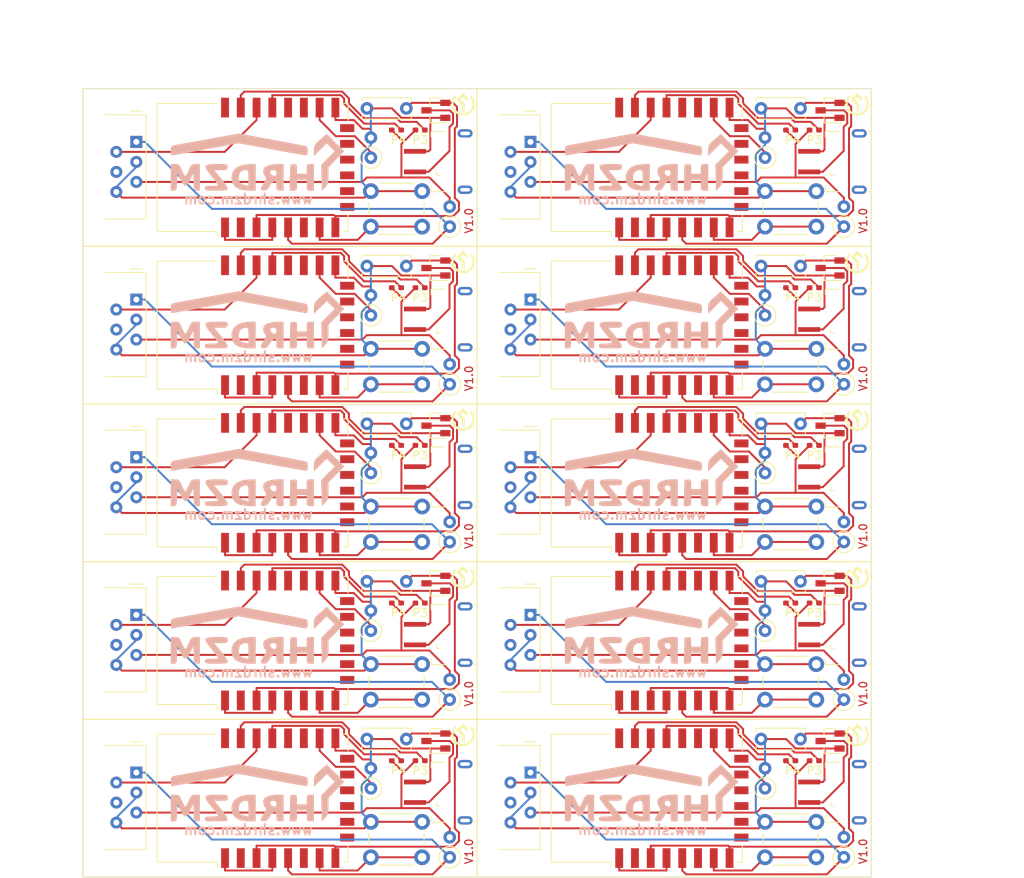
<source format=kicad_pcb>
(kicad_pcb (version 20171130) (host pcbnew "(5.1.9)-1")
  (layers (0 F.Cu signal) (31 B.Cu signal) (34 B.Paste user) (35 F.Paste user) (36 B.SilkS user) (37 F.SilkS user) (38 B.Mask user) (39 F.Mask user) (44 Edge.Cuts user))
  (net 0 "")
  (net 1 +3V3)
  (net 2 "Net-(C2-Pad2)")
  (net 3 /GPIO3)
  (net 4 "Net-(J5-Pad1)")
  (net 5 "Net-(J7-Pad5)")
  (net 6 "Net-(J7-Pad4)")
  (net 7 "Net-(J7-Pad2)")
  (net 8 "Net-(J7-Pad1)")
  (net 9 "Net-(R1-Pad1)")
  (net 10 /GPIO4)
  (net 11 "Net-(SW1-Pad1)")
  (net 12 "Net-(U2-Pad1)")
  (net 13 "Net-(U2-Pad2)")
  (net 14 "Net-(U2-Pad6)")
  (net 15 "Net-(U2-Pad9)")
  (net 16 "Net-(U2-Pad10)")
  (net 17 "Net-(U2-Pad11)")
  (net 18 "Net-(U2-Pad12)")
  (net 19 "Net-(U2-Pad13)")
  (net 20 "Net-(U2-Pad14)")
  (net 21 "Net-(U2-Pad17)")
  (net 22 "Net-(U2-Pad18)")
  (net 23 "Net-(U2-Pad22)")
  (module Resistor_SMD:R_0402_1005Metric_Pad0.72x0.64mm_HandSolder (layer F.Cu) (at 133.55 119.25)
    (fp_text reference P3 (at 0 1.25) (layer F.SilkS))
    (fp_text value 0R hide)
    (pad 2 smd roundrect (at 0.5975 0) (size 0.715 0.64) (layers F.Cu F.Paste F.Mask) (net 3 /GPIO3))
    (pad 1 smd roundrect (at -0.5975 0) (size 0.715 0.64) (layers F.Cu F.Paste F.Mask) (net 5 "Net-(J7-Pad5)"))
  )
  (module ErichCollection:RJ12_Amphenol_54601_Reduced (layer F.Cu) (at 97.55 120.75 270)
    (fp_text reference J7 hide)
    (fp_text value RJ12 hide)
    (pad 1 thru_hole rect (at 0 0 270) (size 1.52 1.52) (drill 0.76) (layers *.Cu *.Mask) (net 8 "Net-(J7-Pad1)"))
    (pad 2 thru_hole circle (at 1.27 2.54 270) (size 1.52 1.52) (drill 0.76) (layers *.Cu *.Mask) (net 7 "Net-(J7-Pad2)"))
    (pad 3 thru_hole circle (at 2.54 0 270) (size 1.52 1.52) (drill 0.76) (layers *.Cu *.Mask) (net 2 "Net-(C2-Pad2)"))
    (pad 4 thru_hole circle (at 3.81 2.54 270) (size 1.52 1.52) (drill 0.76) (layers *.Cu *.Mask) (net 6 "Net-(J7-Pad4)"))
    (pad 5 thru_hole circle (at 5.08 0 270) (size 1.52 1.52) (drill 0.76) (layers *.Cu *.Mask) (net 5 "Net-(J7-Pad5)"))
    (pad 6 thru_hole circle (at 6.35 2.54 270) (size 1.52 1.52) (drill 0.76) (layers *.Cu *.Mask) (net 2 "Net-(C2-Pad2)"))
  )
  (module Resistor_SMD:R_0402_1005Metric_Pad0.72x0.64mm_HandSolder (layer F.Cu) (at 133.55 99.25)
    (fp_text reference P3 (at 0 1.25) (layer F.SilkS))
    (fp_text value 0R hide)
    (pad 1 smd roundrect (at -0.5975 0) (size 0.715 0.64) (layers F.Cu F.Paste F.Mask) (net 5 "Net-(J7-Pad5)"))
    (pad 2 smd roundrect (at 0.5975 0) (size 0.715 0.64) (layers F.Cu F.Paste F.Mask) (net 3 /GPIO3))
  )
  (module SHRDZM:USB_Micro-B_Power (layer F.Cu) (at 138.05 103.25 90)
    (fp_text reference J5 hide)
    (fp_text value USB_B_Micro_Power hide)
    (pad "" thru_hole oval (at 3.575 1.2 90) (size 1.05 1.9) (drill oval 0.45 1.25) (layers *.Cu *.Mask))
    (pad "" thru_hole oval (at -3.575 1.2 270) (size 1.05 1.9) (drill oval 0.45 1.25) (layers *.Cu *.Mask))
    (pad 5 smd rect (at 1.3 -5.15 90) (size 0.6 2.8) (layers F.Cu F.Paste F.Mask) (net 2 "Net-(C2-Pad2)"))
    (pad 1 smd rect (at -1.3 -5.15 90) (size 0.6 2.8) (layers F.Cu F.Paste F.Mask) (net 4 "Net-(J5-Pad1)"))
  )
  (module Capacitor_THT:C_Disc_D6.0mm_W2.5mm_P5.00mm (layer F.Cu) (at 131.8 96.5 180)
    (fp_text reference C2 hide)
    (fp_text value 100nF hide)
    (pad 1 thru_hole circle (at 0 0 180) (size 1.6 1.6) (drill 0.8) (layers *.Cu *.Mask) (net 1 +3V3))
    (pad 2 thru_hole circle (at 5 0 180) (size 1.6 1.6) (drill 0.8) (layers *.Cu *.Mask) (net 2 "Net-(C2-Pad2)"))
  )
  (module Resistor_SMD:R_0402_1005Metric_Pad0.72x0.64mm_HandSolder (layer F.Cu) (at 130.55 99.25)
    (fp_text reference P4 (at 0.25 1.25) (layer F.SilkS))
    (fp_text value 0R hide)
    (pad 2 smd roundrect (at 0.5975 0) (size 0.715 0.64) (layers F.Cu F.Paste F.Mask) (net 10 /GPIO4))
    (pad 1 smd roundrect (at -0.5975 0) (size 0.715 0.64) (layers F.Cu F.Paste F.Mask) (net 5 "Net-(J7-Pad5)"))
  )
  (module "SHRDZM:SHRDZM Symbol 3x3" (layer F.Cu) (at 139 96)
    (fp_text reference G2 hide)
    (fp_text value LOGO hide)
  )
  (module "SHRDZM:SHRDZM 22x7" (layer B.Cu) (at 113 103.25 180)
    (fp_text reference G1 hide)
    (fp_text value LOGO hide)
  )
  (module Resistor_THT:R_Axial_DIN0207_L6.3mm_D2.5mm_P2.54mm_Vertical (layer F.Cu) (at 127.3 102.75 90)
    (fp_text reference R1 hide)
    (fp_text value 10k)
    (pad 2 thru_hole oval (at 2.54 0 90) (size 1.6 1.6) (drill 0.8) (layers *.Cu *.Mask) (net 2 "Net-(C2-Pad2)"))
    (pad 1 thru_hole circle (at 0 0 90) (size 1.6 1.6) (drill 0.8) (layers *.Cu *.Mask) (net 9 "Net-(R1-Pad1)"))
  )
  (module Button_Switch_THT:SW_PUSH_6mm (layer F.Cu) (at 133.8 131.5 180)
    (fp_text reference SW1 hide)
    (fp_text value Pairing)
    (pad 1 thru_hole circle (at 6.5 0 270) (size 2 2) (drill 1.1) (layers *.Cu *.Mask) (net 11 "Net-(SW1-Pad1)"))
    (pad 2 thru_hole circle (at 6.5 4.5 270) (size 2 2) (drill 1.1) (layers *.Cu *.Mask) (net 2 "Net-(C2-Pad2)"))
    (pad 1 thru_hole circle (at 0 0 270) (size 2 2) (drill 1.1) (layers *.Cu *.Mask) (net 11 "Net-(SW1-Pad1)"))
    (pad 2 thru_hole circle (at 0 4.5 270) (size 2 2) (drill 1.1) (layers *.Cu *.Mask) (net 2 "Net-(C2-Pad2)"))
  )
  (module Resistor_THT:R_Axial_DIN0207_L6.3mm_D2.5mm_P2.54mm_Vertical (layer F.Cu) (at 127.3 122.75 90)
    (fp_text reference R1 hide)
    (fp_text value 10k)
    (pad 1 thru_hole circle (at 0 0 90) (size 1.6 1.6) (drill 0.8) (layers *.Cu *.Mask) (net 9 "Net-(R1-Pad1)"))
    (pad 2 thru_hole oval (at 2.54 0 90) (size 1.6 1.6) (drill 0.8) (layers *.Cu *.Mask) (net 2 "Net-(C2-Pad2)"))
  )
  (module Capacitor_THT:C_Disc_D6.0mm_W2.5mm_P5.00mm (layer F.Cu) (at 131.8 116.5 180)
    (fp_text reference C2 hide)
    (fp_text value 100nF hide)
    (pad 2 thru_hole circle (at 5 0 180) (size 1.6 1.6) (drill 0.8) (layers *.Cu *.Mask) (net 2 "Net-(C2-Pad2)"))
    (pad 1 thru_hole circle (at 0 0 180) (size 1.6 1.6) (drill 0.8) (layers *.Cu *.Mask) (net 1 +3V3))
  )
  (module Button_Switch_THT:SW_PUSH_6mm (layer F.Cu) (at 133.8 111.5 180)
    (fp_text reference SW1 hide)
    (fp_text value Pairing)
    (pad 2 thru_hole circle (at 0 4.5 270) (size 2 2) (drill 1.1) (layers *.Cu *.Mask) (net 2 "Net-(C2-Pad2)"))
    (pad 1 thru_hole circle (at 0 0 270) (size 2 2) (drill 1.1) (layers *.Cu *.Mask) (net 11 "Net-(SW1-Pad1)"))
    (pad 2 thru_hole circle (at 6.5 4.5 270) (size 2 2) (drill 1.1) (layers *.Cu *.Mask) (net 2 "Net-(C2-Pad2)"))
    (pad 1 thru_hole circle (at 6.5 0 270) (size 2 2) (drill 1.1) (layers *.Cu *.Mask) (net 11 "Net-(SW1-Pad1)"))
  )
  (module RF_Module:ESP-12E (layer F.Cu) (at 112.3 104 90)
    (fp_text reference U2 hide)
    (fp_text value ESP-12F)
    (pad 1 smd rect (at -7.6 -3.5 90) (size 2.5 1) (layers F.Cu F.Paste F.Mask) (net 12 "Net-(U2-Pad1)"))
    (pad 2 smd rect (at -7.6 -1.5 90) (size 2.5 1) (layers F.Cu F.Paste F.Mask) (net 13 "Net-(U2-Pad2)"))
    (pad 3 smd rect (at -7.6 0.5 90) (size 2.5 1) (layers F.Cu F.Paste F.Mask) (net 1 +3V3))
    (pad 4 smd rect (at -7.6 2.5 90) (size 2.5 1) (layers F.Cu F.Paste F.Mask) (net 12 "Net-(U2-Pad1)"))
    (pad 5 smd rect (at -7.6 4.5 90) (size 2.5 1) (layers F.Cu F.Paste F.Mask) (net 8 "Net-(J7-Pad1)"))
    (pad 6 smd rect (at -7.6 6.5 90) (size 2.5 1) (layers F.Cu F.Paste F.Mask) (net 14 "Net-(U2-Pad6)"))
    (pad 7 smd rect (at -7.6 8.5 90) (size 2.5 1) (layers F.Cu F.Paste F.Mask) (net 11 "Net-(SW1-Pad1)"))
    (pad 8 smd rect (at -7.6 10.5 90) (size 2.5 1) (layers F.Cu F.Paste F.Mask) (net 1 +3V3))
    (pad 9 smd rect (at -5 12 90) (size 1 1.8) (layers F.Cu F.Paste F.Mask) (net 15 "Net-(U2-Pad9)"))
    (pad 10 smd rect (at -3 12 90) (size 1 1.8) (layers F.Cu F.Paste F.Mask) (net 16 "Net-(U2-Pad10)"))
    (pad 11 smd rect (at -1 12 90) (size 1 1.8) (layers F.Cu F.Paste F.Mask) (net 17 "Net-(U2-Pad11)"))
    (pad 12 smd rect (at 1 12 90) (size 1 1.8) (layers F.Cu F.Paste F.Mask) (net 18 "Net-(U2-Pad12)"))
    (pad 13 smd rect (at 3 12 90) (size 1 1.8) (layers F.Cu F.Paste F.Mask) (net 19 "Net-(U2-Pad13)"))
    (pad 14 smd rect (at 5 12 90) (size 1 1.8) (layers F.Cu F.Paste F.Mask) (net 20 "Net-(U2-Pad14)"))
    (pad 15 smd rect (at 7.6 10.5 90) (size 2.5 1) (layers F.Cu F.Paste F.Mask) (net 2 "Net-(C2-Pad2)"))
    (pad 16 smd rect (at 7.6 8.5 90) (size 2.5 1) (layers F.Cu F.Paste F.Mask) (net 9 "Net-(R1-Pad1)"))
    (pad 17 smd rect (at 7.6 6.5 90) (size 2.5 1) (layers F.Cu F.Paste F.Mask) (net 21 "Net-(U2-Pad17)"))
    (pad 18 smd rect (at 7.6 4.5 90) (size 2.5 1) (layers F.Cu F.Paste F.Mask) (net 22 "Net-(U2-Pad18)"))
    (pad 19 smd rect (at 7.6 2.5 90) (size 2.5 1) (layers F.Cu F.Paste F.Mask) (net 10 /GPIO4))
    (pad 20 smd rect (at 7.6 0.5 90) (size 2.5 1) (layers F.Cu F.Paste F.Mask) (net 7 "Net-(J7-Pad2)"))
    (pad 21 smd rect (at 7.6 -1.5 90) (size 2.5 1) (layers F.Cu F.Paste F.Mask) (net 3 /GPIO3))
    (pad 22 smd rect (at 7.6 -3.5 90) (size 2.5 1) (layers F.Cu F.Paste F.Mask) (net 23 "Net-(U2-Pad22)"))
  )
  (module Resistor_SMD:R_0402_1005Metric_Pad0.72x0.64mm_HandSolder (layer F.Cu) (at 130.55 119.25)
    (fp_text reference P4 (at 0.25 1.25) (layer F.SilkS))
    (fp_text value 0R hide)
    (pad 1 smd roundrect (at -0.5975 0) (size 0.715 0.64) (layers F.Cu F.Paste F.Mask) (net 5 "Net-(J7-Pad5)"))
    (pad 2 smd roundrect (at 0.5975 0) (size 0.715 0.64) (layers F.Cu F.Paste F.Mask) (net 10 /GPIO4))
  )
  (module "SHRDZM:SHRDZM 22x7" (layer B.Cu) (at 113 123.25 180)
    (fp_text reference G1 hide)
    (fp_text value LOGO hide)
  )
  (module Resistor_THT:R_Axial_DIN0207_L6.3mm_D2.5mm_P2.54mm_Vertical (layer F.Cu) (at 137.3 131.5 90)
    (fp_text reference R5 hide)
    (fp_text value 10k)
    (pad 2 thru_hole oval (at 2.54 0 90) (size 1.6 1.6) (drill 0.8) (layers *.Cu *.Mask) (net 5 "Net-(J7-Pad5)"))
    (pad 1 thru_hole circle (at 0 0 90) (size 1.6 1.6) (drill 0.8) (layers *.Cu *.Mask) (net 8 "Net-(J7-Pad1)"))
  )
  (module ErichCollection:SOT-23_Handsoldering (layer F.Cu) (at 135.55 96.75 180)
    (fp_text reference U1 hide)
    (fp_text value MCP1700-3302E_SOT23 hide)
    (pad 1 smd rect (at -1.2 -0.95 180) (size 1.3 0.8) (layers F.Cu F.Paste F.Mask) (net 2 "Net-(C2-Pad2)"))
    (pad 2 smd rect (at -1.2 0.95 180) (size 1.3 0.8) (layers F.Cu F.Paste F.Mask) (net 1 +3V3))
    (pad 3 smd rect (at 1.2 0 180) (size 1.3 0.8) (layers F.Cu F.Paste F.Mask) (net 4 "Net-(J5-Pad1)"))
  )
  (module ErichCollection:SOT-23_Handsoldering (layer F.Cu) (at 135.55 116.75 180)
    (fp_text reference U1 hide)
    (fp_text value MCP1700-3302E_SOT23 hide)
    (pad 3 smd rect (at 1.2 0 180) (size 1.3 0.8) (layers F.Cu F.Paste F.Mask) (net 4 "Net-(J5-Pad1)"))
    (pad 2 smd rect (at -1.2 0.95 180) (size 1.3 0.8) (layers F.Cu F.Paste F.Mask) (net 1 +3V3))
    (pad 1 smd rect (at -1.2 -0.95 180) (size 1.3 0.8) (layers F.Cu F.Paste F.Mask) (net 2 "Net-(C2-Pad2)"))
  )
  (module ErichCollection:RJ12_Amphenol_54601_Reduced (layer F.Cu) (at 97.55 100.75 270)
    (fp_text reference J7 hide)
    (fp_text value RJ12 hide)
    (pad 6 thru_hole circle (at 6.35 2.54 270) (size 1.52 1.52) (drill 0.76) (layers *.Cu *.Mask) (net 2 "Net-(C2-Pad2)"))
    (pad 5 thru_hole circle (at 5.08 0 270) (size 1.52 1.52) (drill 0.76) (layers *.Cu *.Mask) (net 5 "Net-(J7-Pad5)"))
    (pad 4 thru_hole circle (at 3.81 2.54 270) (size 1.52 1.52) (drill 0.76) (layers *.Cu *.Mask) (net 6 "Net-(J7-Pad4)"))
    (pad 3 thru_hole circle (at 2.54 0 270) (size 1.52 1.52) (drill 0.76) (layers *.Cu *.Mask) (net 2 "Net-(C2-Pad2)"))
    (pad 2 thru_hole circle (at 1.27 2.54 270) (size 1.52 1.52) (drill 0.76) (layers *.Cu *.Mask) (net 7 "Net-(J7-Pad2)"))
    (pad 1 thru_hole rect (at 0 0 270) (size 1.52 1.52) (drill 0.76) (layers *.Cu *.Mask) (net 8 "Net-(J7-Pad1)"))
  )
  (module SHRDZM:USB_Micro-B_Power (layer F.Cu) (at 138.05 123.25 90)
    (fp_text reference J5 hide)
    (fp_text value USB_B_Micro_Power hide)
    (pad 1 smd rect (at -1.3 -5.15 90) (size 0.6 2.8) (layers F.Cu F.Paste F.Mask) (net 4 "Net-(J5-Pad1)"))
    (pad 5 smd rect (at 1.3 -5.15 90) (size 0.6 2.8) (layers F.Cu F.Paste F.Mask) (net 2 "Net-(C2-Pad2)"))
    (pad "" thru_hole oval (at -3.575 1.2 270) (size 1.05 1.9) (drill oval 0.45 1.25) (layers *.Cu *.Mask))
    (pad "" thru_hole oval (at 3.575 1.2 90) (size 1.05 1.9) (drill oval 0.45 1.25) (layers *.Cu *.Mask))
  )
  (module "SHRDZM:SHRDZM Symbol 3x3" (layer F.Cu) (at 139 116)
    (fp_text reference G2 hide)
    (fp_text value LOGO hide)
  )
  (module RF_Module:ESP-12E (layer F.Cu) (at 112.3 124 90)
    (fp_text reference U2 hide)
    (fp_text value ESP-12F)
    (pad 22 smd rect (at 7.6 -3.5 90) (size 2.5 1) (layers F.Cu F.Paste F.Mask) (net 23 "Net-(U2-Pad22)"))
    (pad 21 smd rect (at 7.6 -1.5 90) (size 2.5 1) (layers F.Cu F.Paste F.Mask) (net 3 /GPIO3))
    (pad 20 smd rect (at 7.6 0.5 90) (size 2.5 1) (layers F.Cu F.Paste F.Mask) (net 7 "Net-(J7-Pad2)"))
    (pad 19 smd rect (at 7.6 2.5 90) (size 2.5 1) (layers F.Cu F.Paste F.Mask) (net 10 /GPIO4))
    (pad 18 smd rect (at 7.6 4.5 90) (size 2.5 1) (layers F.Cu F.Paste F.Mask) (net 22 "Net-(U2-Pad18)"))
    (pad 17 smd rect (at 7.6 6.5 90) (size 2.5 1) (layers F.Cu F.Paste F.Mask) (net 21 "Net-(U2-Pad17)"))
    (pad 16 smd rect (at 7.6 8.5 90) (size 2.5 1) (layers F.Cu F.Paste F.Mask) (net 9 "Net-(R1-Pad1)"))
    (pad 15 smd rect (at 7.6 10.5 90) (size 2.5 1) (layers F.Cu F.Paste F.Mask) (net 2 "Net-(C2-Pad2)"))
    (pad 14 smd rect (at 5 12 90) (size 1 1.8) (layers F.Cu F.Paste F.Mask) (net 20 "Net-(U2-Pad14)"))
    (pad 13 smd rect (at 3 12 90) (size 1 1.8) (layers F.Cu F.Paste F.Mask) (net 19 "Net-(U2-Pad13)"))
    (pad 12 smd rect (at 1 12 90) (size 1 1.8) (layers F.Cu F.Paste F.Mask) (net 18 "Net-(U2-Pad12)"))
    (pad 11 smd rect (at -1 12 90) (size 1 1.8) (layers F.Cu F.Paste F.Mask) (net 17 "Net-(U2-Pad11)"))
    (pad 10 smd rect (at -3 12 90) (size 1 1.8) (layers F.Cu F.Paste F.Mask) (net 16 "Net-(U2-Pad10)"))
    (pad 9 smd rect (at -5 12 90) (size 1 1.8) (layers F.Cu F.Paste F.Mask) (net 15 "Net-(U2-Pad9)"))
    (pad 8 smd rect (at -7.6 10.5 90) (size 2.5 1) (layers F.Cu F.Paste F.Mask) (net 1 +3V3))
    (pad 7 smd rect (at -7.6 8.5 90) (size 2.5 1) (layers F.Cu F.Paste F.Mask) (net 11 "Net-(SW1-Pad1)"))
    (pad 6 smd rect (at -7.6 6.5 90) (size 2.5 1) (layers F.Cu F.Paste F.Mask) (net 14 "Net-(U2-Pad6)"))
    (pad 5 smd rect (at -7.6 4.5 90) (size 2.5 1) (layers F.Cu F.Paste F.Mask) (net 8 "Net-(J7-Pad1)"))
    (pad 4 smd rect (at -7.6 2.5 90) (size 2.5 1) (layers F.Cu F.Paste F.Mask) (net 12 "Net-(U2-Pad1)"))
    (pad 3 smd rect (at -7.6 0.5 90) (size 2.5 1) (layers F.Cu F.Paste F.Mask) (net 1 +3V3))
    (pad 2 smd rect (at -7.6 -1.5 90) (size 2.5 1) (layers F.Cu F.Paste F.Mask) (net 13 "Net-(U2-Pad2)"))
    (pad 1 smd rect (at -7.6 -3.5 90) (size 2.5 1) (layers F.Cu F.Paste F.Mask) (net 12 "Net-(U2-Pad1)"))
  )
  (module Resistor_THT:R_Axial_DIN0207_L6.3mm_D2.5mm_P2.54mm_Vertical (layer F.Cu) (at 137.3 111.5 90)
    (fp_text reference R5 hide)
    (fp_text value 10k)
    (pad 1 thru_hole circle (at 0 0 90) (size 1.6 1.6) (drill 0.8) (layers *.Cu *.Mask) (net 8 "Net-(J7-Pad1)"))
    (pad 2 thru_hole oval (at 2.54 0 90) (size 1.6 1.6) (drill 0.8) (layers *.Cu *.Mask) (net 5 "Net-(J7-Pad5)"))
  )
  (module SHRDZM:USB_Micro-B_Power (layer F.Cu) (at 138.05 83.25 90)
    (fp_text reference J5 hide)
    (fp_text value USB_B_Micro_Power hide)
    (pad 1 smd rect (at -1.3 -5.15 90) (size 0.6 2.8) (layers F.Cu F.Paste F.Mask) (net 4 "Net-(J5-Pad1)"))
    (pad 5 smd rect (at 1.3 -5.15 90) (size 0.6 2.8) (layers F.Cu F.Paste F.Mask) (net 2 "Net-(C2-Pad2)"))
    (pad "" thru_hole oval (at -3.575 1.2 270) (size 1.05 1.9) (drill oval 0.45 1.25) (layers *.Cu *.Mask))
    (pad "" thru_hole oval (at 3.575 1.2 90) (size 1.05 1.9) (drill oval 0.45 1.25) (layers *.Cu *.Mask))
  )
  (module Capacitor_THT:C_Disc_D6.0mm_W2.5mm_P5.00mm (layer F.Cu) (at 131.8 76.5 180)
    (fp_text reference C2 hide)
    (fp_text value 100nF hide)
    (pad 2 thru_hole circle (at 5 0 180) (size 1.6 1.6) (drill 0.8) (layers *.Cu *.Mask) (net 2 "Net-(C2-Pad2)"))
    (pad 1 thru_hole circle (at 0 0 180) (size 1.6 1.6) (drill 0.8) (layers *.Cu *.Mask) (net 1 +3V3))
  )
  (module Resistor_SMD:R_0402_1005Metric_Pad0.72x0.64mm_HandSolder (layer F.Cu) (at 130.55 79.25)
    (fp_text reference P4 (at 0.25 1.25) (layer F.SilkS))
    (fp_text value 0R hide)
    (pad 1 smd roundrect (at -0.5975 0) (size 0.715 0.64) (layers F.Cu F.Paste F.Mask) (net 5 "Net-(J7-Pad5)"))
    (pad 2 smd roundrect (at 0.5975 0) (size 0.715 0.64) (layers F.Cu F.Paste F.Mask) (net 10 /GPIO4))
  )
  (module RF_Module:ESP-12E (layer F.Cu) (at 112.3 84 90)
    (fp_text reference U2 hide)
    (fp_text value ESP-12F)
    (pad 22 smd rect (at 7.6 -3.5 90) (size 2.5 1) (layers F.Cu F.Paste F.Mask) (net 23 "Net-(U2-Pad22)"))
    (pad 21 smd rect (at 7.6 -1.5 90) (size 2.5 1) (layers F.Cu F.Paste F.Mask) (net 3 /GPIO3))
    (pad 20 smd rect (at 7.6 0.5 90) (size 2.5 1) (layers F.Cu F.Paste F.Mask) (net 7 "Net-(J7-Pad2)"))
    (pad 19 smd rect (at 7.6 2.5 90) (size 2.5 1) (layers F.Cu F.Paste F.Mask) (net 10 /GPIO4))
    (pad 18 smd rect (at 7.6 4.5 90) (size 2.5 1) (layers F.Cu F.Paste F.Mask) (net 22 "Net-(U2-Pad18)"))
    (pad 17 smd rect (at 7.6 6.5 90) (size 2.5 1) (layers F.Cu F.Paste F.Mask) (net 21 "Net-(U2-Pad17)"))
    (pad 16 smd rect (at 7.6 8.5 90) (size 2.5 1) (layers F.Cu F.Paste F.Mask) (net 9 "Net-(R1-Pad1)"))
    (pad 15 smd rect (at 7.6 10.5 90) (size 2.5 1) (layers F.Cu F.Paste F.Mask) (net 2 "Net-(C2-Pad2)"))
    (pad 14 smd rect (at 5 12 90) (size 1 1.8) (layers F.Cu F.Paste F.Mask) (net 20 "Net-(U2-Pad14)"))
    (pad 13 smd rect (at 3 12 90) (size 1 1.8) (layers F.Cu F.Paste F.Mask) (net 19 "Net-(U2-Pad13)"))
    (pad 12 smd rect (at 1 12 90) (size 1 1.8) (layers F.Cu F.Paste F.Mask) (net 18 "Net-(U2-Pad12)"))
    (pad 11 smd rect (at -1 12 90) (size 1 1.8) (layers F.Cu F.Paste F.Mask) (net 17 "Net-(U2-Pad11)"))
    (pad 10 smd rect (at -3 12 90) (size 1 1.8) (layers F.Cu F.Paste F.Mask) (net 16 "Net-(U2-Pad10)"))
    (pad 9 smd rect (at -5 12 90) (size 1 1.8) (layers F.Cu F.Paste F.Mask) (net 15 "Net-(U2-Pad9)"))
    (pad 8 smd rect (at -7.6 10.5 90) (size 2.5 1) (layers F.Cu F.Paste F.Mask) (net 1 +3V3))
    (pad 7 smd rect (at -7.6 8.5 90) (size 2.5 1) (layers F.Cu F.Paste F.Mask) (net 11 "Net-(SW1-Pad1)"))
    (pad 6 smd rect (at -7.6 6.5 90) (size 2.5 1) (layers F.Cu F.Paste F.Mask) (net 14 "Net-(U2-Pad6)"))
    (pad 5 smd rect (at -7.6 4.5 90) (size 2.5 1) (layers F.Cu F.Paste F.Mask) (net 8 "Net-(J7-Pad1)"))
    (pad 4 smd rect (at -7.6 2.5 90) (size 2.5 1) (layers F.Cu F.Paste F.Mask) (net 12 "Net-(U2-Pad1)"))
    (pad 3 smd rect (at -7.6 0.5 90) (size 2.5 1) (layers F.Cu F.Paste F.Mask) (net 1 +3V3))
    (pad 2 smd rect (at -7.6 -1.5 90) (size 2.5 1) (layers F.Cu F.Paste F.Mask) (net 13 "Net-(U2-Pad2)"))
    (pad 1 smd rect (at -7.6 -3.5 90) (size 2.5 1) (layers F.Cu F.Paste F.Mask) (net 12 "Net-(U2-Pad1)"))
  )
  (module ErichCollection:RJ12_Amphenol_54601_Reduced (layer F.Cu) (at 97.55 80.75 270)
    (fp_text reference J7 hide)
    (fp_text value RJ12 hide)
    (pad 1 thru_hole rect (at 0 0 270) (size 1.52 1.52) (drill 0.76) (layers *.Cu *.Mask) (net 8 "Net-(J7-Pad1)"))
    (pad 2 thru_hole circle (at 1.27 2.54 270) (size 1.52 1.52) (drill 0.76) (layers *.Cu *.Mask) (net 7 "Net-(J7-Pad2)"))
    (pad 3 thru_hole circle (at 2.54 0 270) (size 1.52 1.52) (drill 0.76) (layers *.Cu *.Mask) (net 2 "Net-(C2-Pad2)"))
    (pad 4 thru_hole circle (at 3.81 2.54 270) (size 1.52 1.52) (drill 0.76) (layers *.Cu *.Mask) (net 6 "Net-(J7-Pad4)"))
    (pad 5 thru_hole circle (at 5.08 0 270) (size 1.52 1.52) (drill 0.76) (layers *.Cu *.Mask) (net 5 "Net-(J7-Pad5)"))
    (pad 6 thru_hole circle (at 6.35 2.54 270) (size 1.52 1.52) (drill 0.76) (layers *.Cu *.Mask) (net 2 "Net-(C2-Pad2)"))
  )
  (module "SHRDZM:SHRDZM 22x7" (layer B.Cu) (at 113 83.25 180)
    (fp_text reference G1 hide)
    (fp_text value LOGO hide)
  )
  (module ErichCollection:SOT-23_Handsoldering (layer F.Cu) (at 135.55 76.75 180)
    (fp_text reference U1 hide)
    (fp_text value MCP1700-3302E_SOT23 hide)
    (pad 3 smd rect (at 1.2 0 180) (size 1.3 0.8) (layers F.Cu F.Paste F.Mask) (net 4 "Net-(J5-Pad1)"))
    (pad 2 smd rect (at -1.2 0.95 180) (size 1.3 0.8) (layers F.Cu F.Paste F.Mask) (net 1 +3V3))
    (pad 1 smd rect (at -1.2 -0.95 180) (size 1.3 0.8) (layers F.Cu F.Paste F.Mask) (net 2 "Net-(C2-Pad2)"))
  )
  (module Resistor_SMD:R_0402_1005Metric_Pad0.72x0.64mm_HandSolder (layer F.Cu) (at 133.55 79.25)
    (fp_text reference P3 (at 0 1.25) (layer F.SilkS))
    (fp_text value 0R hide)
    (pad 2 smd roundrect (at 0.5975 0) (size 0.715 0.64) (layers F.Cu F.Paste F.Mask) (net 3 /GPIO3))
    (pad 1 smd roundrect (at -0.5975 0) (size 0.715 0.64) (layers F.Cu F.Paste F.Mask) (net 5 "Net-(J7-Pad5)"))
  )
  (module "SHRDZM:SHRDZM Symbol 3x3" (layer F.Cu) (at 139 76)
    (fp_text reference G2 hide)
    (fp_text value LOGO hide)
  )
  (module Resistor_THT:R_Axial_DIN0207_L6.3mm_D2.5mm_P2.54mm_Vertical (layer F.Cu) (at 127.3 82.75 90)
    (fp_text reference R1 hide)
    (fp_text value 10k)
    (pad 1 thru_hole circle (at 0 0 90) (size 1.6 1.6) (drill 0.8) (layers *.Cu *.Mask) (net 9 "Net-(R1-Pad1)"))
    (pad 2 thru_hole oval (at 2.54 0 90) (size 1.6 1.6) (drill 0.8) (layers *.Cu *.Mask) (net 2 "Net-(C2-Pad2)"))
  )
  (module Resistor_THT:R_Axial_DIN0207_L6.3mm_D2.5mm_P2.54mm_Vertical (layer F.Cu) (at 137.3 91.5 90)
    (fp_text reference R5 hide)
    (fp_text value 10k)
    (pad 2 thru_hole oval (at 2.54 0 90) (size 1.6 1.6) (drill 0.8) (layers *.Cu *.Mask) (net 5 "Net-(J7-Pad5)"))
    (pad 1 thru_hole circle (at 0 0 90) (size 1.6 1.6) (drill 0.8) (layers *.Cu *.Mask) (net 8 "Net-(J7-Pad1)"))
  )
  (module Button_Switch_THT:SW_PUSH_6mm (layer F.Cu) (at 133.8 91.5 180)
    (fp_text reference SW1 hide)
    (fp_text value Pairing)
    (pad 1 thru_hole circle (at 6.5 0 270) (size 2 2) (drill 1.1) (layers *.Cu *.Mask) (net 11 "Net-(SW1-Pad1)"))
    (pad 2 thru_hole circle (at 6.5 4.5 270) (size 2 2) (drill 1.1) (layers *.Cu *.Mask) (net 2 "Net-(C2-Pad2)"))
    (pad 1 thru_hole circle (at 0 0 270) (size 2 2) (drill 1.1) (layers *.Cu *.Mask) (net 11 "Net-(SW1-Pad1)"))
    (pad 2 thru_hole circle (at 0 4.5 270) (size 2 2) (drill 1.1) (layers *.Cu *.Mask) (net 2 "Net-(C2-Pad2)"))
  )
  (module ErichCollection:RJ12_Amphenol_54601_Reduced (layer F.Cu) (at 97.55 60.75 270)
    (fp_text reference J7 hide)
    (fp_text value RJ12 hide)
    (pad 6 thru_hole circle (at 6.35 2.54 270) (size 1.52 1.52) (drill 0.76) (layers *.Cu *.Mask) (net 2 "Net-(C2-Pad2)"))
    (pad 5 thru_hole circle (at 5.08 0 270) (size 1.52 1.52) (drill 0.76) (layers *.Cu *.Mask) (net 5 "Net-(J7-Pad5)"))
    (pad 4 thru_hole circle (at 3.81 2.54 270) (size 1.52 1.52) (drill 0.76) (layers *.Cu *.Mask) (net 6 "Net-(J7-Pad4)"))
    (pad 3 thru_hole circle (at 2.54 0 270) (size 1.52 1.52) (drill 0.76) (layers *.Cu *.Mask) (net 2 "Net-(C2-Pad2)"))
    (pad 2 thru_hole circle (at 1.27 2.54 270) (size 1.52 1.52) (drill 0.76) (layers *.Cu *.Mask) (net 7 "Net-(J7-Pad2)"))
    (pad 1 thru_hole rect (at 0 0 270) (size 1.52 1.52) (drill 0.76) (layers *.Cu *.Mask) (net 8 "Net-(J7-Pad1)"))
  )
  (module Resistor_SMD:R_0402_1005Metric_Pad0.72x0.64mm_HandSolder (layer F.Cu) (at 130.55 59.25)
    (fp_text reference P4 (at 0.25 1.25) (layer F.SilkS))
    (fp_text value 0R hide)
    (pad 2 smd roundrect (at 0.5975 0) (size 0.715 0.64) (layers F.Cu F.Paste F.Mask) (net 10 /GPIO4))
    (pad 1 smd roundrect (at -0.5975 0) (size 0.715 0.64) (layers F.Cu F.Paste F.Mask) (net 5 "Net-(J7-Pad5)"))
  )
  (module RF_Module:ESP-12E (layer F.Cu) (at 112.3 64 90)
    (fp_text reference U2 hide)
    (fp_text value ESP-12F)
    (pad 1 smd rect (at -7.6 -3.5 90) (size 2.5 1) (layers F.Cu F.Paste F.Mask) (net 12 "Net-(U2-Pad1)"))
    (pad 2 smd rect (at -7.6 -1.5 90) (size 2.5 1) (layers F.Cu F.Paste F.Mask) (net 13 "Net-(U2-Pad2)"))
    (pad 3 smd rect (at -7.6 0.5 90) (size 2.5 1) (layers F.Cu F.Paste F.Mask) (net 1 +3V3))
    (pad 4 smd rect (at -7.6 2.5 90) (size 2.5 1) (layers F.Cu F.Paste F.Mask) (net 12 "Net-(U2-Pad1)"))
    (pad 5 smd rect (at -7.6 4.5 90) (size 2.5 1) (layers F.Cu F.Paste F.Mask) (net 8 "Net-(J7-Pad1)"))
    (pad 6 smd rect (at -7.6 6.5 90) (size 2.5 1) (layers F.Cu F.Paste F.Mask) (net 14 "Net-(U2-Pad6)"))
    (pad 7 smd rect (at -7.6 8.5 90) (size 2.5 1) (layers F.Cu F.Paste F.Mask) (net 11 "Net-(SW1-Pad1)"))
    (pad 8 smd rect (at -7.6 10.5 90) (size 2.5 1) (layers F.Cu F.Paste F.Mask) (net 1 +3V3))
    (pad 9 smd rect (at -5 12 90) (size 1 1.8) (layers F.Cu F.Paste F.Mask) (net 15 "Net-(U2-Pad9)"))
    (pad 10 smd rect (at -3 12 90) (size 1 1.8) (layers F.Cu F.Paste F.Mask) (net 16 "Net-(U2-Pad10)"))
    (pad 11 smd rect (at -1 12 90) (size 1 1.8) (layers F.Cu F.Paste F.Mask) (net 17 "Net-(U2-Pad11)"))
    (pad 12 smd rect (at 1 12 90) (size 1 1.8) (layers F.Cu F.Paste F.Mask) (net 18 "Net-(U2-Pad12)"))
    (pad 13 smd rect (at 3 12 90) (size 1 1.8) (layers F.Cu F.Paste F.Mask) (net 19 "Net-(U2-Pad13)"))
    (pad 14 smd rect (at 5 12 90) (size 1 1.8) (layers F.Cu F.Paste F.Mask) (net 20 "Net-(U2-Pad14)"))
    (pad 15 smd rect (at 7.6 10.5 90) (size 2.5 1) (layers F.Cu F.Paste F.Mask) (net 2 "Net-(C2-Pad2)"))
    (pad 16 smd rect (at 7.6 8.5 90) (size 2.5 1) (layers F.Cu F.Paste F.Mask) (net 9 "Net-(R1-Pad1)"))
    (pad 17 smd rect (at 7.6 6.5 90) (size 2.5 1) (layers F.Cu F.Paste F.Mask) (net 21 "Net-(U2-Pad17)"))
    (pad 18 smd rect (at 7.6 4.5 90) (size 2.5 1) (layers F.Cu F.Paste F.Mask) (net 22 "Net-(U2-Pad18)"))
    (pad 19 smd rect (at 7.6 2.5 90) (size 2.5 1) (layers F.Cu F.Paste F.Mask) (net 10 /GPIO4))
    (pad 20 smd rect (at 7.6 0.5 90) (size 2.5 1) (layers F.Cu F.Paste F.Mask) (net 7 "Net-(J7-Pad2)"))
    (pad 21 smd rect (at 7.6 -1.5 90) (size 2.5 1) (layers F.Cu F.Paste F.Mask) (net 3 /GPIO3))
    (pad 22 smd rect (at 7.6 -3.5 90) (size 2.5 1) (layers F.Cu F.Paste F.Mask) (net 23 "Net-(U2-Pad22)"))
  )
  (module ErichCollection:SOT-23_Handsoldering (layer F.Cu) (at 135.55 56.75 180)
    (fp_text reference U1 hide)
    (fp_text value MCP1700-3302E_SOT23 hide)
    (pad 1 smd rect (at -1.2 -0.95 180) (size 1.3 0.8) (layers F.Cu F.Paste F.Mask) (net 2 "Net-(C2-Pad2)"))
    (pad 2 smd rect (at -1.2 0.95 180) (size 1.3 0.8) (layers F.Cu F.Paste F.Mask) (net 1 +3V3))
    (pad 3 smd rect (at 1.2 0 180) (size 1.3 0.8) (layers F.Cu F.Paste F.Mask) (net 4 "Net-(J5-Pad1)"))
  )
  (module Resistor_SMD:R_0402_1005Metric_Pad0.72x0.64mm_HandSolder (layer F.Cu) (at 133.55 59.25)
    (fp_text reference P3 (at 0 1.25) (layer F.SilkS))
    (fp_text value 0R hide)
    (pad 1 smd roundrect (at -0.5975 0) (size 0.715 0.64) (layers F.Cu F.Paste F.Mask) (net 5 "Net-(J7-Pad5)"))
    (pad 2 smd roundrect (at 0.5975 0) (size 0.715 0.64) (layers F.Cu F.Paste F.Mask) (net 3 /GPIO3))
  )
  (module Capacitor_THT:C_Disc_D6.0mm_W2.5mm_P5.00mm (layer F.Cu) (at 131.8 56.5 180)
    (fp_text reference C2 hide)
    (fp_text value 100nF hide)
    (pad 1 thru_hole circle (at 0 0 180) (size 1.6 1.6) (drill 0.8) (layers *.Cu *.Mask) (net 1 +3V3))
    (pad 2 thru_hole circle (at 5 0 180) (size 1.6 1.6) (drill 0.8) (layers *.Cu *.Mask) (net 2 "Net-(C2-Pad2)"))
  )
  (module "SHRDZM:SHRDZM Symbol 3x3" (layer F.Cu) (at 139 56)
    (fp_text reference G2 hide)
    (fp_text value LOGO hide)
  )
  (module SHRDZM:USB_Micro-B_Power (layer F.Cu) (at 138.05 63.25 90)
    (fp_text reference J5 hide)
    (fp_text value USB_B_Micro_Power hide)
    (pad "" thru_hole oval (at 3.575 1.2 90) (size 1.05 1.9) (drill oval 0.45 1.25) (layers *.Cu *.Mask))
    (pad "" thru_hole oval (at -3.575 1.2 270) (size 1.05 1.9) (drill oval 0.45 1.25) (layers *.Cu *.Mask))
    (pad 5 smd rect (at 1.3 -5.15 90) (size 0.6 2.8) (layers F.Cu F.Paste F.Mask) (net 2 "Net-(C2-Pad2)"))
    (pad 1 smd rect (at -1.3 -5.15 90) (size 0.6 2.8) (layers F.Cu F.Paste F.Mask) (net 4 "Net-(J5-Pad1)"))
  )
  (module "SHRDZM:SHRDZM 22x7" (layer B.Cu) (at 113 63.25 180)
    (fp_text reference G1 hide)
    (fp_text value LOGO hide)
  )
  (module ErichCollection:RJ12_Amphenol_54601_Reduced (layer F.Cu) (at 97.55 40.75 270)
    (fp_text reference J7 hide)
    (fp_text value RJ12 hide)
    (pad 1 thru_hole rect (at 0 0 270) (size 1.52 1.52) (drill 0.76) (layers *.Cu *.Mask) (net 8 "Net-(J7-Pad1)"))
    (pad 2 thru_hole circle (at 1.27 2.54 270) (size 1.52 1.52) (drill 0.76) (layers *.Cu *.Mask) (net 7 "Net-(J7-Pad2)"))
    (pad 3 thru_hole circle (at 2.54 0 270) (size 1.52 1.52) (drill 0.76) (layers *.Cu *.Mask) (net 2 "Net-(C2-Pad2)"))
    (pad 4 thru_hole circle (at 3.81 2.54 270) (size 1.52 1.52) (drill 0.76) (layers *.Cu *.Mask) (net 6 "Net-(J7-Pad4)"))
    (pad 5 thru_hole circle (at 5.08 0 270) (size 1.52 1.52) (drill 0.76) (layers *.Cu *.Mask) (net 5 "Net-(J7-Pad5)"))
    (pad 6 thru_hole circle (at 6.35 2.54 270) (size 1.52 1.52) (drill 0.76) (layers *.Cu *.Mask) (net 2 "Net-(C2-Pad2)"))
  )
  (module Button_Switch_THT:SW_PUSH_6mm (layer F.Cu) (at 133.8 71.5 180)
    (fp_text reference SW1 hide)
    (fp_text value Pairing)
    (pad 2 thru_hole circle (at 0 4.5 270) (size 2 2) (drill 1.1) (layers *.Cu *.Mask) (net 2 "Net-(C2-Pad2)"))
    (pad 1 thru_hole circle (at 0 0 270) (size 2 2) (drill 1.1) (layers *.Cu *.Mask) (net 11 "Net-(SW1-Pad1)"))
    (pad 2 thru_hole circle (at 6.5 4.5 270) (size 2 2) (drill 1.1) (layers *.Cu *.Mask) (net 2 "Net-(C2-Pad2)"))
    (pad 1 thru_hole circle (at 6.5 0 270) (size 2 2) (drill 1.1) (layers *.Cu *.Mask) (net 11 "Net-(SW1-Pad1)"))
  )
  (module Resistor_THT:R_Axial_DIN0207_L6.3mm_D2.5mm_P2.54mm_Vertical (layer F.Cu) (at 127.3 62.75 90)
    (fp_text reference R1 hide)
    (fp_text value 10k)
    (pad 2 thru_hole oval (at 2.54 0 90) (size 1.6 1.6) (drill 0.8) (layers *.Cu *.Mask) (net 2 "Net-(C2-Pad2)"))
    (pad 1 thru_hole circle (at 0 0 90) (size 1.6 1.6) (drill 0.8) (layers *.Cu *.Mask) (net 9 "Net-(R1-Pad1)"))
  )
  (module Resistor_THT:R_Axial_DIN0207_L6.3mm_D2.5mm_P2.54mm_Vertical (layer F.Cu) (at 137.3 71.5 90)
    (fp_text reference R5 hide)
    (fp_text value 10k)
    (pad 1 thru_hole circle (at 0 0 90) (size 1.6 1.6) (drill 0.8) (layers *.Cu *.Mask) (net 8 "Net-(J7-Pad1)"))
    (pad 2 thru_hole oval (at 2.54 0 90) (size 1.6 1.6) (drill 0.8) (layers *.Cu *.Mask) (net 5 "Net-(J7-Pad5)"))
  )
  (module RF_Module:ESP-12E (layer F.Cu) (at 112.3 44 90)
    (fp_text reference U2 hide)
    (fp_text value ESP-12F)
    (pad 22 smd rect (at 7.6 -3.5 90) (size 2.5 1) (layers F.Cu F.Paste F.Mask) (net 23 "Net-(U2-Pad22)"))
    (pad 21 smd rect (at 7.6 -1.5 90) (size 2.5 1) (layers F.Cu F.Paste F.Mask) (net 3 /GPIO3))
    (pad 20 smd rect (at 7.6 0.5 90) (size 2.5 1) (layers F.Cu F.Paste F.Mask) (net 7 "Net-(J7-Pad2)"))
    (pad 19 smd rect (at 7.6 2.5 90) (size 2.5 1) (layers F.Cu F.Paste F.Mask) (net 10 /GPIO4))
    (pad 18 smd rect (at 7.6 4.5 90) (size 2.5 1) (layers F.Cu F.Paste F.Mask) (net 22 "Net-(U2-Pad18)"))
    (pad 17 smd rect (at 7.6 6.5 90) (size 2.5 1) (layers F.Cu F.Paste F.Mask) (net 21 "Net-(U2-Pad17)"))
    (pad 16 smd rect (at 7.6 8.5 90) (size 2.5 1) (layers F.Cu F.Paste F.Mask) (net 9 "Net-(R1-Pad1)"))
    (pad 15 smd rect (at 7.6 10.5 90) (size 2.5 1) (layers F.Cu F.Paste F.Mask) (net 2 "Net-(C2-Pad2)"))
    (pad 14 smd rect (at 5 12 90) (size 1 1.8) (layers F.Cu F.Paste F.Mask) (net 20 "Net-(U2-Pad14)"))
    (pad 13 smd rect (at 3 12 90) (size 1 1.8) (layers F.Cu F.Paste F.Mask) (net 19 "Net-(U2-Pad13)"))
    (pad 12 smd rect (at 1 12 90) (size 1 1.8) (layers F.Cu F.Paste F.Mask) (net 18 "Net-(U2-Pad12)"))
    (pad 11 smd rect (at -1 12 90) (size 1 1.8) (layers F.Cu F.Paste F.Mask) (net 17 "Net-(U2-Pad11)"))
    (pad 10 smd rect (at -3 12 90) (size 1 1.8) (layers F.Cu F.Paste F.Mask) (net 16 "Net-(U2-Pad10)"))
    (pad 9 smd rect (at -5 12 90) (size 1 1.8) (layers F.Cu F.Paste F.Mask) (net 15 "Net-(U2-Pad9)"))
    (pad 8 smd rect (at -7.6 10.5 90) (size 2.5 1) (layers F.Cu F.Paste F.Mask) (net 1 +3V3))
    (pad 7 smd rect (at -7.6 8.5 90) (size 2.5 1) (layers F.Cu F.Paste F.Mask) (net 11 "Net-(SW1-Pad1)"))
    (pad 6 smd rect (at -7.6 6.5 90) (size 2.5 1) (layers F.Cu F.Paste F.Mask) (net 14 "Net-(U2-Pad6)"))
    (pad 5 smd rect (at -7.6 4.5 90) (size 2.5 1) (layers F.Cu F.Paste F.Mask) (net 8 "Net-(J7-Pad1)"))
    (pad 4 smd rect (at -7.6 2.5 90) (size 2.5 1) (layers F.Cu F.Paste F.Mask) (net 12 "Net-(U2-Pad1)"))
    (pad 3 smd rect (at -7.6 0.5 90) (size 2.5 1) (layers F.Cu F.Paste F.Mask) (net 1 +3V3))
    (pad 2 smd rect (at -7.6 -1.5 90) (size 2.5 1) (layers F.Cu F.Paste F.Mask) (net 13 "Net-(U2-Pad2)"))
    (pad 1 smd rect (at -7.6 -3.5 90) (size 2.5 1) (layers F.Cu F.Paste F.Mask) (net 12 "Net-(U2-Pad1)"))
  )
  (module ErichCollection:SOT-23_Handsoldering (layer F.Cu) (at 135.55 36.75 180)
    (fp_text reference U1 hide)
    (fp_text value MCP1700-3302E_SOT23 hide)
    (pad 3 smd rect (at 1.2 0 180) (size 1.3 0.8) (layers F.Cu F.Paste F.Mask) (net 4 "Net-(J5-Pad1)"))
    (pad 2 smd rect (at -1.2 0.95 180) (size 1.3 0.8) (layers F.Cu F.Paste F.Mask) (net 1 +3V3))
    (pad 1 smd rect (at -1.2 -0.95 180) (size 1.3 0.8) (layers F.Cu F.Paste F.Mask) (net 2 "Net-(C2-Pad2)"))
  )
  (module Resistor_SMD:R_0402_1005Metric_Pad0.72x0.64mm_HandSolder (layer F.Cu) (at 133.55 39.25)
    (fp_text reference P3 (at 0 1.25) (layer F.SilkS))
    (fp_text value 0R hide)
    (pad 2 smd roundrect (at 0.5975 0) (size 0.715 0.64) (layers F.Cu F.Paste F.Mask) (net 3 /GPIO3))
    (pad 1 smd roundrect (at -0.5975 0) (size 0.715 0.64) (layers F.Cu F.Paste F.Mask) (net 5 "Net-(J7-Pad5)"))
  )
  (module Resistor_THT:R_Axial_DIN0207_L6.3mm_D2.5mm_P2.54mm_Vertical (layer F.Cu) (at 127.3 42.75 90)
    (fp_text reference R1 hide)
    (fp_text value 10k)
    (pad 1 thru_hole circle (at 0 0 90) (size 1.6 1.6) (drill 0.8) (layers *.Cu *.Mask) (net 9 "Net-(R1-Pad1)"))
    (pad 2 thru_hole oval (at 2.54 0 90) (size 1.6 1.6) (drill 0.8) (layers *.Cu *.Mask) (net 2 "Net-(C2-Pad2)"))
  )
  (module Capacitor_THT:C_Disc_D6.0mm_W2.5mm_P5.00mm (layer F.Cu) (at 131.8 36.5 180)
    (fp_text reference C2 hide)
    (fp_text value 100nF hide)
    (pad 2 thru_hole circle (at 5 0 180) (size 1.6 1.6) (drill 0.8) (layers *.Cu *.Mask) (net 2 "Net-(C2-Pad2)"))
    (pad 1 thru_hole circle (at 0 0 180) (size 1.6 1.6) (drill 0.8) (layers *.Cu *.Mask) (net 1 +3V3))
  )
  (module Resistor_SMD:R_0402_1005Metric_Pad0.72x0.64mm_HandSolder (layer F.Cu) (at 130.55 39.25)
    (fp_text reference P4 (at 0.25 1.25) (layer F.SilkS))
    (fp_text value 0R hide)
    (pad 1 smd roundrect (at -0.5975 0) (size 0.715 0.64) (layers F.Cu F.Paste F.Mask) (net 5 "Net-(J7-Pad5)"))
    (pad 2 smd roundrect (at 0.5975 0) (size 0.715 0.64) (layers F.Cu F.Paste F.Mask) (net 10 /GPIO4))
  )
  (module "SHRDZM:SHRDZM Symbol 3x3" (layer F.Cu) (at 139 36)
    (fp_text reference G2 hide)
    (fp_text value LOGO hide)
  )
  (module Button_Switch_THT:SW_PUSH_6mm (layer F.Cu) (at 133.8 51.5 180)
    (fp_text reference SW1 hide)
    (fp_text value Pairing)
    (pad 1 thru_hole circle (at 6.5 0 270) (size 2 2) (drill 1.1) (layers *.Cu *.Mask) (net 11 "Net-(SW1-Pad1)"))
    (pad 2 thru_hole circle (at 6.5 4.5 270) (size 2 2) (drill 1.1) (layers *.Cu *.Mask) (net 2 "Net-(C2-Pad2)"))
    (pad 1 thru_hole circle (at 0 0 270) (size 2 2) (drill 1.1) (layers *.Cu *.Mask) (net 11 "Net-(SW1-Pad1)"))
    (pad 2 thru_hole circle (at 0 4.5 270) (size 2 2) (drill 1.1) (layers *.Cu *.Mask) (net 2 "Net-(C2-Pad2)"))
  )
  (module Resistor_THT:R_Axial_DIN0207_L6.3mm_D2.5mm_P2.54mm_Vertical (layer F.Cu) (at 137.3 51.5 90)
    (fp_text reference R5 hide)
    (fp_text value 10k)
    (pad 2 thru_hole oval (at 2.54 0 90) (size 1.6 1.6) (drill 0.8) (layers *.Cu *.Mask) (net 5 "Net-(J7-Pad5)"))
    (pad 1 thru_hole circle (at 0 0 90) (size 1.6 1.6) (drill 0.8) (layers *.Cu *.Mask) (net 8 "Net-(J7-Pad1)"))
  )
  (module SHRDZM:USB_Micro-B_Power (layer F.Cu) (at 138.05 43.25 90)
    (fp_text reference J5 hide)
    (fp_text value USB_B_Micro_Power hide)
    (pad 1 smd rect (at -1.3 -5.15 90) (size 0.6 2.8) (layers F.Cu F.Paste F.Mask) (net 4 "Net-(J5-Pad1)"))
    (pad 5 smd rect (at 1.3 -5.15 90) (size 0.6 2.8) (layers F.Cu F.Paste F.Mask) (net 2 "Net-(C2-Pad2)"))
    (pad "" thru_hole oval (at -3.575 1.2 270) (size 1.05 1.9) (drill oval 0.45 1.25) (layers *.Cu *.Mask))
    (pad "" thru_hole oval (at 3.575 1.2 90) (size 1.05 1.9) (drill oval 0.45 1.25) (layers *.Cu *.Mask))
  )
  (module "SHRDZM:SHRDZM 22x7" (layer B.Cu) (at 113 43.25 180)
    (fp_text reference G1 hide)
    (fp_text value LOGO hide)
  )
  (module Resistor_SMD:R_0402_1005Metric_Pad0.72x0.64mm_HandSolder (layer F.Cu) (at 83.55 119.25)
    (fp_text reference P3 (at 0 1.25) (layer F.SilkS))
    (fp_text value 0R hide)
    (pad 1 smd roundrect (at -0.5975 0) (size 0.715 0.64) (layers F.Cu F.Paste F.Mask) (net 5 "Net-(J7-Pad5)"))
    (pad 2 smd roundrect (at 0.5975 0) (size 0.715 0.64) (layers F.Cu F.Paste F.Mask) (net 3 /GPIO3))
  )
  (module SHRDZM:USB_Micro-B_Power (layer F.Cu) (at 88.05 123.25 90)
    (fp_text reference J5 hide)
    (fp_text value USB_B_Micro_Power hide)
    (pad "" thru_hole oval (at 3.575 1.2 90) (size 1.05 1.9) (drill oval 0.45 1.25) (layers *.Cu *.Mask))
    (pad "" thru_hole oval (at -3.575 1.2 270) (size 1.05 1.9) (drill oval 0.45 1.25) (layers *.Cu *.Mask))
    (pad 5 smd rect (at 1.3 -5.15 90) (size 0.6 2.8) (layers F.Cu F.Paste F.Mask) (net 2 "Net-(C2-Pad2)"))
    (pad 1 smd rect (at -1.3 -5.15 90) (size 0.6 2.8) (layers F.Cu F.Paste F.Mask) (net 4 "Net-(J5-Pad1)"))
  )
  (module Capacitor_THT:C_Disc_D6.0mm_W2.5mm_P5.00mm (layer F.Cu) (at 81.8 116.5 180)
    (fp_text reference C2 hide)
    (fp_text value 100nF hide)
    (pad 1 thru_hole circle (at 0 0 180) (size 1.6 1.6) (drill 0.8) (layers *.Cu *.Mask) (net 1 +3V3))
    (pad 2 thru_hole circle (at 5 0 180) (size 1.6 1.6) (drill 0.8) (layers *.Cu *.Mask) (net 2 "Net-(C2-Pad2)"))
  )
  (module Resistor_SMD:R_0402_1005Metric_Pad0.72x0.64mm_HandSolder (layer F.Cu) (at 80.55 119.25)
    (fp_text reference P4 (at 0.25 1.25) (layer F.SilkS))
    (fp_text value 0R hide)
    (pad 2 smd roundrect (at 0.5975 0) (size 0.715 0.64) (layers F.Cu F.Paste F.Mask) (net 10 /GPIO4))
    (pad 1 smd roundrect (at -0.5975 0) (size 0.715 0.64) (layers F.Cu F.Paste F.Mask) (net 5 "Net-(J7-Pad5)"))
  )
  (module "SHRDZM:SHRDZM Symbol 3x3" (layer F.Cu) (at 89 116)
    (fp_text reference G2 hide)
    (fp_text value LOGO hide)
  )
  (module "SHRDZM:SHRDZM 22x7" (layer B.Cu) (at 63 123.25 180)
    (fp_text reference G1 hide)
    (fp_text value LOGO hide)
  )
  (module Resistor_THT:R_Axial_DIN0207_L6.3mm_D2.5mm_P2.54mm_Vertical (layer F.Cu) (at 77.3 122.75 90)
    (fp_text reference R1 hide)
    (fp_text value 10k)
    (pad 2 thru_hole oval (at 2.54 0 90) (size 1.6 1.6) (drill 0.8) (layers *.Cu *.Mask) (net 2 "Net-(C2-Pad2)"))
    (pad 1 thru_hole circle (at 0 0 90) (size 1.6 1.6) (drill 0.8) (layers *.Cu *.Mask) (net 9 "Net-(R1-Pad1)"))
  )
  (module Button_Switch_THT:SW_PUSH_6mm (layer F.Cu) (at 83.8 131.5 180)
    (fp_text reference SW1 hide)
    (fp_text value Pairing)
    (pad 2 thru_hole circle (at 0 4.5 270) (size 2 2) (drill 1.1) (layers *.Cu *.Mask) (net 2 "Net-(C2-Pad2)"))
    (pad 1 thru_hole circle (at 0 0 270) (size 2 2) (drill 1.1) (layers *.Cu *.Mask) (net 11 "Net-(SW1-Pad1)"))
    (pad 2 thru_hole circle (at 6.5 4.5 270) (size 2 2) (drill 1.1) (layers *.Cu *.Mask) (net 2 "Net-(C2-Pad2)"))
    (pad 1 thru_hole circle (at 6.5 0 270) (size 2 2) (drill 1.1) (layers *.Cu *.Mask) (net 11 "Net-(SW1-Pad1)"))
  )
  (module RF_Module:ESP-12E (layer F.Cu) (at 62.3 124 90)
    (fp_text reference U2 hide)
    (fp_text value ESP-12F)
    (pad 1 smd rect (at -7.6 -3.5 90) (size 2.5 1) (layers F.Cu F.Paste F.Mask) (net 12 "Net-(U2-Pad1)"))
    (pad 2 smd rect (at -7.6 -1.5 90) (size 2.5 1) (layers F.Cu F.Paste F.Mask) (net 13 "Net-(U2-Pad2)"))
    (pad 3 smd rect (at -7.6 0.5 90) (size 2.5 1) (layers F.Cu F.Paste F.Mask) (net 1 +3V3))
    (pad 4 smd rect (at -7.6 2.5 90) (size 2.5 1) (layers F.Cu F.Paste F.Mask) (net 12 "Net-(U2-Pad1)"))
    (pad 5 smd rect (at -7.6 4.5 90) (size 2.5 1) (layers F.Cu F.Paste F.Mask) (net 8 "Net-(J7-Pad1)"))
    (pad 6 smd rect (at -7.6 6.5 90) (size 2.5 1) (layers F.Cu F.Paste F.Mask) (net 14 "Net-(U2-Pad6)"))
    (pad 7 smd rect (at -7.6 8.5 90) (size 2.5 1) (layers F.Cu F.Paste F.Mask) (net 11 "Net-(SW1-Pad1)"))
    (pad 8 smd rect (at -7.6 10.5 90) (size 2.5 1) (layers F.Cu F.Paste F.Mask) (net 1 +3V3))
    (pad 9 smd rect (at -5 12 90) (size 1 1.8) (layers F.Cu F.Paste F.Mask) (net 15 "Net-(U2-Pad9)"))
    (pad 10 smd rect (at -3 12 90) (size 1 1.8) (layers F.Cu F.Paste F.Mask) (net 16 "Net-(U2-Pad10)"))
    (pad 11 smd rect (at -1 12 90) (size 1 1.8) (layers F.Cu F.Paste F.Mask) (net 17 "Net-(U2-Pad11)"))
    (pad 12 smd rect (at 1 12 90) (size 1 1.8) (layers F.Cu F.Paste F.Mask) (net 18 "Net-(U2-Pad12)"))
    (pad 13 smd rect (at 3 12 90) (size 1 1.8) (layers F.Cu F.Paste F.Mask) (net 19 "Net-(U2-Pad13)"))
    (pad 14 smd rect (at 5 12 90) (size 1 1.8) (layers F.Cu F.Paste F.Mask) (net 20 "Net-(U2-Pad14)"))
    (pad 15 smd rect (at 7.6 10.5 90) (size 2.5 1) (layers F.Cu F.Paste F.Mask) (net 2 "Net-(C2-Pad2)"))
    (pad 16 smd rect (at 7.6 8.5 90) (size 2.5 1) (layers F.Cu F.Paste F.Mask) (net 9 "Net-(R1-Pad1)"))
    (pad 17 smd rect (at 7.6 6.5 90) (size 2.5 1) (layers F.Cu F.Paste F.Mask) (net 21 "Net-(U2-Pad17)"))
    (pad 18 smd rect (at 7.6 4.5 90) (size 2.5 1) (layers F.Cu F.Paste F.Mask) (net 22 "Net-(U2-Pad18)"))
    (pad 19 smd rect (at 7.6 2.5 90) (size 2.5 1) (layers F.Cu F.Paste F.Mask) (net 10 /GPIO4))
    (pad 20 smd rect (at 7.6 0.5 90) (size 2.5 1) (layers F.Cu F.Paste F.Mask) (net 7 "Net-(J7-Pad2)"))
    (pad 21 smd rect (at 7.6 -1.5 90) (size 2.5 1) (layers F.Cu F.Paste F.Mask) (net 3 /GPIO3))
    (pad 22 smd rect (at 7.6 -3.5 90) (size 2.5 1) (layers F.Cu F.Paste F.Mask) (net 23 "Net-(U2-Pad22)"))
  )
  (module ErichCollection:SOT-23_Handsoldering (layer F.Cu) (at 85.55 116.75 180)
    (fp_text reference U1 hide)
    (fp_text value MCP1700-3302E_SOT23 hide)
    (pad 1 smd rect (at -1.2 -0.95 180) (size 1.3 0.8) (layers F.Cu F.Paste F.Mask) (net 2 "Net-(C2-Pad2)"))
    (pad 2 smd rect (at -1.2 0.95 180) (size 1.3 0.8) (layers F.Cu F.Paste F.Mask) (net 1 +3V3))
    (pad 3 smd rect (at 1.2 0 180) (size 1.3 0.8) (layers F.Cu F.Paste F.Mask) (net 4 "Net-(J5-Pad1)"))
  )
  (module ErichCollection:RJ12_Amphenol_54601_Reduced (layer F.Cu) (at 47.55 120.75 270)
    (fp_text reference J7 hide)
    (fp_text value RJ12 hide)
    (pad 6 thru_hole circle (at 6.35 2.54 270) (size 1.52 1.52) (drill 0.76) (layers *.Cu *.Mask) (net 2 "Net-(C2-Pad2)"))
    (pad 5 thru_hole circle (at 5.08 0 270) (size 1.52 1.52) (drill 0.76) (layers *.Cu *.Mask) (net 5 "Net-(J7-Pad5)"))
    (pad 4 thru_hole circle (at 3.81 2.54 270) (size 1.52 1.52) (drill 0.76) (layers *.Cu *.Mask) (net 6 "Net-(J7-Pad4)"))
    (pad 3 thru_hole circle (at 2.54 0 270) (size 1.52 1.52) (drill 0.76) (layers *.Cu *.Mask) (net 2 "Net-(C2-Pad2)"))
    (pad 2 thru_hole circle (at 1.27 2.54 270) (size 1.52 1.52) (drill 0.76) (layers *.Cu *.Mask) (net 7 "Net-(J7-Pad2)"))
    (pad 1 thru_hole rect (at 0 0 270) (size 1.52 1.52) (drill 0.76) (layers *.Cu *.Mask) (net 8 "Net-(J7-Pad1)"))
  )
  (module Resistor_THT:R_Axial_DIN0207_L6.3mm_D2.5mm_P2.54mm_Vertical (layer F.Cu) (at 87.3 131.5 90)
    (fp_text reference R5 hide)
    (fp_text value 10k)
    (pad 1 thru_hole circle (at 0 0 90) (size 1.6 1.6) (drill 0.8) (layers *.Cu *.Mask) (net 8 "Net-(J7-Pad1)"))
    (pad 2 thru_hole oval (at 2.54 0 90) (size 1.6 1.6) (drill 0.8) (layers *.Cu *.Mask) (net 5 "Net-(J7-Pad5)"))
  )
  (module SHRDZM:USB_Micro-B_Power (layer F.Cu) (at 88.05 103.25 90)
    (fp_text reference J5 hide)
    (fp_text value USB_B_Micro_Power hide)
    (pad 1 smd rect (at -1.3 -5.15 90) (size 0.6 2.8) (layers F.Cu F.Paste F.Mask) (net 4 "Net-(J5-Pad1)"))
    (pad 5 smd rect (at 1.3 -5.15 90) (size 0.6 2.8) (layers F.Cu F.Paste F.Mask) (net 2 "Net-(C2-Pad2)"))
    (pad "" thru_hole oval (at -3.575 1.2 270) (size 1.05 1.9) (drill oval 0.45 1.25) (layers *.Cu *.Mask))
    (pad "" thru_hole oval (at 3.575 1.2 90) (size 1.05 1.9) (drill oval 0.45 1.25) (layers *.Cu *.Mask))
  )
  (module Capacitor_THT:C_Disc_D6.0mm_W2.5mm_P5.00mm (layer F.Cu) (at 81.8 96.5 180)
    (fp_text reference C2 hide)
    (fp_text value 100nF hide)
    (pad 2 thru_hole circle (at 5 0 180) (size 1.6 1.6) (drill 0.8) (layers *.Cu *.Mask) (net 2 "Net-(C2-Pad2)"))
    (pad 1 thru_hole circle (at 0 0 180) (size 1.6 1.6) (drill 0.8) (layers *.Cu *.Mask) (net 1 +3V3))
  )
  (module Resistor_SMD:R_0402_1005Metric_Pad0.72x0.64mm_HandSolder (layer F.Cu) (at 80.55 99.25)
    (fp_text reference P4 (at 0.25 1.25) (layer F.SilkS))
    (fp_text value 0R hide)
    (pad 1 smd roundrect (at -0.5975 0) (size 0.715 0.64) (layers F.Cu F.Paste F.Mask) (net 5 "Net-(J7-Pad5)"))
    (pad 2 smd roundrect (at 0.5975 0) (size 0.715 0.64) (layers F.Cu F.Paste F.Mask) (net 10 /GPIO4))
  )
  (module RF_Module:ESP-12E (layer F.Cu) (at 62.3 104 90)
    (fp_text reference U2 hide)
    (fp_text value ESP-12F)
    (pad 22 smd rect (at 7.6 -3.5 90) (size 2.5 1) (layers F.Cu F.Paste F.Mask) (net 23 "Net-(U2-Pad22)"))
    (pad 21 smd rect (at 7.6 -1.5 90) (size 2.5 1) (layers F.Cu F.Paste F.Mask) (net 3 /GPIO3))
    (pad 20 smd rect (at 7.6 0.5 90) (size 2.5 1) (layers F.Cu F.Paste F.Mask) (net 7 "Net-(J7-Pad2)"))
    (pad 19 smd rect (at 7.6 2.5 90) (size 2.5 1) (layers F.Cu F.Paste F.Mask) (net 10 /GPIO4))
    (pad 18 smd rect (at 7.6 4.5 90) (size 2.5 1) (layers F.Cu F.Paste F.Mask) (net 22 "Net-(U2-Pad18)"))
    (pad 17 smd rect (at 7.6 6.5 90) (size 2.5 1) (layers F.Cu F.Paste F.Mask) (net 21 "Net-(U2-Pad17)"))
    (pad 16 smd rect (at 7.6 8.5 90) (size 2.5 1) (layers F.Cu F.Paste F.Mask) (net 9 "Net-(R1-Pad1)"))
    (pad 15 smd rect (at 7.6 10.5 90) (size 2.5 1) (layers F.Cu F.Paste F.Mask) (net 2 "Net-(C2-Pad2)"))
    (pad 14 smd rect (at 5 12 90) (size 1 1.8) (layers F.Cu F.Paste F.Mask) (net 20 "Net-(U2-Pad14)"))
    (pad 13 smd rect (at 3 12 90) (size 1 1.8) (layers F.Cu F.Paste F.Mask) (net 19 "Net-(U2-Pad13)"))
    (pad 12 smd rect (at 1 12 90) (size 1 1.8) (layers F.Cu F.Paste F.Mask) (net 18 "Net-(U2-Pad12)"))
    (pad 11 smd rect (at -1 12 90) (size 1 1.8) (layers F.Cu F.Paste F.Mask) (net 17 "Net-(U2-Pad11)"))
    (pad 10 smd rect (at -3 12 90) (size 1 1.8) (layers F.Cu F.Paste F.Mask) (net 16 "Net-(U2-Pad10)"))
    (pad 9 smd rect (at -5 12 90) (size 1 1.8) (layers F.Cu F.Paste F.Mask) (net 15 "Net-(U2-Pad9)"))
    (pad 8 smd rect (at -7.6 10.5 90) (size 2.5 1) (layers F.Cu F.Paste F.Mask) (net 1 +3V3))
    (pad 7 smd rect (at -7.6 8.5 90) (size 2.5 1) (layers F.Cu F.Paste F.Mask) (net 11 "Net-(SW1-Pad1)"))
    (pad 6 smd rect (at -7.6 6.5 90) (size 2.5 1) (layers F.Cu F.Paste F.Mask) (net 14 "Net-(U2-Pad6)"))
    (pad 5 smd rect (at -7.6 4.5 90) (size 2.5 1) (layers F.Cu F.Paste F.Mask) (net 8 "Net-(J7-Pad1)"))
    (pad 4 smd rect (at -7.6 2.5 90) (size 2.5 1) (layers F.Cu F.Paste F.Mask) (net 12 "Net-(U2-Pad1)"))
    (pad 3 smd rect (at -7.6 0.5 90) (size 2.5 1) (layers F.Cu F.Paste F.Mask) (net 1 +3V3))
    (pad 2 smd rect (at -7.6 -1.5 90) (size 2.5 1) (layers F.Cu F.Paste F.Mask) (net 13 "Net-(U2-Pad2)"))
    (pad 1 smd rect (at -7.6 -3.5 90) (size 2.5 1) (layers F.Cu F.Paste F.Mask) (net 12 "Net-(U2-Pad1)"))
  )
  (module ErichCollection:RJ12_Amphenol_54601_Reduced (layer F.Cu) (at 47.55 100.75 270)
    (fp_text reference J7 hide)
    (fp_text value RJ12 hide)
    (pad 1 thru_hole rect (at 0 0 270) (size 1.52 1.52) (drill 0.76) (layers *.Cu *.Mask) (net 8 "Net-(J7-Pad1)"))
    (pad 2 thru_hole circle (at 1.27 2.54 270) (size 1.52 1.52) (drill 0.76) (layers *.Cu *.Mask) (net 7 "Net-(J7-Pad2)"))
    (pad 3 thru_hole circle (at 2.54 0 270) (size 1.52 1.52) (drill 0.76) (layers *.Cu *.Mask) (net 2 "Net-(C2-Pad2)"))
    (pad 4 thru_hole circle (at 3.81 2.54 270) (size 1.52 1.52) (drill 0.76) (layers *.Cu *.Mask) (net 6 "Net-(J7-Pad4)"))
    (pad 5 thru_hole circle (at 5.08 0 270) (size 1.52 1.52) (drill 0.76) (layers *.Cu *.Mask) (net 5 "Net-(J7-Pad5)"))
    (pad 6 thru_hole circle (at 6.35 2.54 270) (size 1.52 1.52) (drill 0.76) (layers *.Cu *.Mask) (net 2 "Net-(C2-Pad2)"))
  )
  (module "SHRDZM:SHRDZM 22x7" (layer B.Cu) (at 63 103.25 180)
    (fp_text reference G1 hide)
    (fp_text value LOGO hide)
  )
  (module ErichCollection:SOT-23_Handsoldering (layer F.Cu) (at 85.55 96.75 180)
    (fp_text reference U1 hide)
    (fp_text value MCP1700-3302E_SOT23 hide)
    (pad 3 smd rect (at 1.2 0 180) (size 1.3 0.8) (layers F.Cu F.Paste F.Mask) (net 4 "Net-(J5-Pad1)"))
    (pad 2 smd rect (at -1.2 0.95 180) (size 1.3 0.8) (layers F.Cu F.Paste F.Mask) (net 1 +3V3))
    (pad 1 smd rect (at -1.2 -0.95 180) (size 1.3 0.8) (layers F.Cu F.Paste F.Mask) (net 2 "Net-(C2-Pad2)"))
  )
  (module Resistor_SMD:R_0402_1005Metric_Pad0.72x0.64mm_HandSolder (layer F.Cu) (at 83.55 99.25)
    (fp_text reference P3 (at 0 1.25) (layer F.SilkS))
    (fp_text value 0R hide)
    (pad 2 smd roundrect (at 0.5975 0) (size 0.715 0.64) (layers F.Cu F.Paste F.Mask) (net 3 /GPIO3))
    (pad 1 smd roundrect (at -0.5975 0) (size 0.715 0.64) (layers F.Cu F.Paste F.Mask) (net 5 "Net-(J7-Pad5)"))
  )
  (module "SHRDZM:SHRDZM Symbol 3x3" (layer F.Cu) (at 89 96)
    (fp_text reference G2 hide)
    (fp_text value LOGO hide)
  )
  (module Resistor_THT:R_Axial_DIN0207_L6.3mm_D2.5mm_P2.54mm_Vertical (layer F.Cu) (at 77.3 102.75 90)
    (fp_text reference R1 hide)
    (fp_text value 10k)
    (pad 1 thru_hole circle (at 0 0 90) (size 1.6 1.6) (drill 0.8) (layers *.Cu *.Mask) (net 9 "Net-(R1-Pad1)"))
    (pad 2 thru_hole oval (at 2.54 0 90) (size 1.6 1.6) (drill 0.8) (layers *.Cu *.Mask) (net 2 "Net-(C2-Pad2)"))
  )
  (module Resistor_THT:R_Axial_DIN0207_L6.3mm_D2.5mm_P2.54mm_Vertical (layer F.Cu) (at 87.3 111.5 90)
    (fp_text reference R5 hide)
    (fp_text value 10k)
    (pad 2 thru_hole oval (at 2.54 0 90) (size 1.6 1.6) (drill 0.8) (layers *.Cu *.Mask) (net 5 "Net-(J7-Pad5)"))
    (pad 1 thru_hole circle (at 0 0 90) (size 1.6 1.6) (drill 0.8) (layers *.Cu *.Mask) (net 8 "Net-(J7-Pad1)"))
  )
  (module Button_Switch_THT:SW_PUSH_6mm (layer F.Cu) (at 83.8 111.5 180)
    (fp_text reference SW1 hide)
    (fp_text value Pairing)
    (pad 1 thru_hole circle (at 6.5 0 270) (size 2 2) (drill 1.1) (layers *.Cu *.Mask) (net 11 "Net-(SW1-Pad1)"))
    (pad 2 thru_hole circle (at 6.5 4.5 270) (size 2 2) (drill 1.1) (layers *.Cu *.Mask) (net 2 "Net-(C2-Pad2)"))
    (pad 1 thru_hole circle (at 0 0 270) (size 2 2) (drill 1.1) (layers *.Cu *.Mask) (net 11 "Net-(SW1-Pad1)"))
    (pad 2 thru_hole circle (at 0 4.5 270) (size 2 2) (drill 1.1) (layers *.Cu *.Mask) (net 2 "Net-(C2-Pad2)"))
  )
  (module ErichCollection:RJ12_Amphenol_54601_Reduced (layer F.Cu) (at 47.55 80.75 270)
    (fp_text reference J7 hide)
    (fp_text value RJ12 hide)
    (pad 6 thru_hole circle (at 6.35 2.54 270) (size 1.52 1.52) (drill 0.76) (layers *.Cu *.Mask) (net 2 "Net-(C2-Pad2)"))
    (pad 5 thru_hole circle (at 5.08 0 270) (size 1.52 1.52) (drill 0.76) (layers *.Cu *.Mask) (net 5 "Net-(J7-Pad5)"))
    (pad 4 thru_hole circle (at 3.81 2.54 270) (size 1.52 1.52) (drill 0.76) (layers *.Cu *.Mask) (net 6 "Net-(J7-Pad4)"))
    (pad 3 thru_hole circle (at 2.54 0 270) (size 1.52 1.52) (drill 0.76) (layers *.Cu *.Mask) (net 2 "Net-(C2-Pad2)"))
    (pad 2 thru_hole circle (at 1.27 2.54 270) (size 1.52 1.52) (drill 0.76) (layers *.Cu *.Mask) (net 7 "Net-(J7-Pad2)"))
    (pad 1 thru_hole rect (at 0 0 270) (size 1.52 1.52) (drill 0.76) (layers *.Cu *.Mask) (net 8 "Net-(J7-Pad1)"))
  )
  (module Resistor_SMD:R_0402_1005Metric_Pad0.72x0.64mm_HandSolder (layer F.Cu) (at 80.55 79.25)
    (fp_text reference P4 (at 0.25 1.25) (layer F.SilkS))
    (fp_text value 0R hide)
    (pad 2 smd roundrect (at 0.5975 0) (size 0.715 0.64) (layers F.Cu F.Paste F.Mask) (net 10 /GPIO4))
    (pad 1 smd roundrect (at -0.5975 0) (size 0.715 0.64) (layers F.Cu F.Paste F.Mask) (net 5 "Net-(J7-Pad5)"))
  )
  (module RF_Module:ESP-12E (layer F.Cu) (at 62.3 84 90)
    (fp_text reference U2 hide)
    (fp_text value ESP-12F)
    (pad 1 smd rect (at -7.6 -3.5 90) (size 2.5 1) (layers F.Cu F.Paste F.Mask) (net 12 "Net-(U2-Pad1)"))
    (pad 2 smd rect (at -7.6 -1.5 90) (size 2.5 1) (layers F.Cu F.Paste F.Mask) (net 13 "Net-(U2-Pad2)"))
    (pad 3 smd rect (at -7.6 0.5 90) (size 2.5 1) (layers F.Cu F.Paste F.Mask) (net 1 +3V3))
    (pad 4 smd rect (at -7.6 2.5 90) (size 2.5 1) (layers F.Cu F.Paste F.Mask) (net 12 "Net-(U2-Pad1)"))
    (pad 5 smd rect (at -7.6 4.5 90) (size 2.5 1) (layers F.Cu F.Paste F.Mask) (net 8 "Net-(J7-Pad1)"))
    (pad 6 smd rect (at -7.6 6.5 90) (size 2.5 1) (layers F.Cu F.Paste F.Mask) (net 14 "Net-(U2-Pad6)"))
    (pad 7 smd rect (at -7.6 8.5 90) (size 2.5 1) (layers F.Cu F.Paste F.Mask) (net 11 "Net-(SW1-Pad1)"))
    (pad 8 smd rect (at -7.6 10.5 90) (size 2.5 1) (layers F.Cu F.Paste F.Mask) (net 1 +3V3))
    (pad 9 smd rect (at -5 12 90) (size 1 1.8) (layers F.Cu F.Paste F.Mask) (net 15 "Net-(U2-Pad9)"))
    (pad 10 smd rect (at -3 12 90) (size 1 1.8) (layers F.Cu F.Paste F.Mask) (net 16 "Net-(U2-Pad10)"))
    (pad 11 smd rect (at -1 12 90) (size 1 1.8) (layers F.Cu F.Paste F.Mask) (net 17 "Net-(U2-Pad11)"))
    (pad 12 smd rect (at 1 12 90) (size 1 1.8) (layers F.Cu F.Paste F.Mask) (net 18 "Net-(U2-Pad12)"))
    (pad 13 smd rect (at 3 12 90) (size 1 1.8) (layers F.Cu F.Paste F.Mask) (net 19 "Net-(U2-Pad13)"))
    (pad 14 smd rect (at 5 12 90) (size 1 1.8) (layers F.Cu F.Paste F.Mask) (net 20 "Net-(U2-Pad14)"))
    (pad 15 smd rect (at 7.6 10.5 90) (size 2.5 1) (layers F.Cu F.Paste F.Mask) (net 2 "Net-(C2-Pad2)"))
    (pad 16 smd rect (at 7.6 8.5 90) (size 2.5 1) (layers F.Cu F.Paste F.Mask) (net 9 "Net-(R1-Pad1)"))
    (pad 17 smd rect (at 7.6 6.5 90) (size 2.5 1) (layers F.Cu F.Paste F.Mask) (net 21 "Net-(U2-Pad17)"))
    (pad 18 smd rect (at 7.6 4.5 90) (size 2.5 1) (layers F.Cu F.Paste F.Mask) (net 22 "Net-(U2-Pad18)"))
    (pad 19 smd rect (at 7.6 2.5 90) (size 2.5 1) (layers F.Cu F.Paste F.Mask) (net 10 /GPIO4))
    (pad 20 smd rect (at 7.6 0.5 90) (size 2.5 1) (layers F.Cu F.Paste F.Mask) (net 7 "Net-(J7-Pad2)"))
    (pad 21 smd rect (at 7.6 -1.5 90) (size 2.5 1) (layers F.Cu F.Paste F.Mask) (net 3 /GPIO3))
    (pad 22 smd rect (at 7.6 -3.5 90) (size 2.5 1) (layers F.Cu F.Paste F.Mask) (net 23 "Net-(U2-Pad22)"))
  )
  (module ErichCollection:SOT-23_Handsoldering (layer F.Cu) (at 85.55 76.75 180)
    (fp_text reference U1 hide)
    (fp_text value MCP1700-3302E_SOT23 hide)
    (pad 1 smd rect (at -1.2 -0.95 180) (size 1.3 0.8) (layers F.Cu F.Paste F.Mask) (net 2 "Net-(C2-Pad2)"))
    (pad 2 smd rect (at -1.2 0.95 180) (size 1.3 0.8) (layers F.Cu F.Paste F.Mask) (net 1 +3V3))
    (pad 3 smd rect (at 1.2 0 180) (size 1.3 0.8) (layers F.Cu F.Paste F.Mask) (net 4 "Net-(J5-Pad1)"))
  )
  (module Resistor_SMD:R_0402_1005Metric_Pad0.72x0.64mm_HandSolder (layer F.Cu) (at 83.55 79.25)
    (fp_text reference P3 (at 0 1.25) (layer F.SilkS))
    (fp_text value 0R hide)
    (pad 1 smd roundrect (at -0.5975 0) (size 0.715 0.64) (layers F.Cu F.Paste F.Mask) (net 5 "Net-(J7-Pad5)"))
    (pad 2 smd roundrect (at 0.5975 0) (size 0.715 0.64) (layers F.Cu F.Paste F.Mask) (net 3 /GPIO3))
  )
  (module Capacitor_THT:C_Disc_D6.0mm_W2.5mm_P5.00mm (layer F.Cu) (at 81.8 76.5 180)
    (fp_text reference C2 hide)
    (fp_text value 100nF hide)
    (pad 1 thru_hole circle (at 0 0 180) (size 1.6 1.6) (drill 0.8) (layers *.Cu *.Mask) (net 1 +3V3))
    (pad 2 thru_hole circle (at 5 0 180) (size 1.6 1.6) (drill 0.8) (layers *.Cu *.Mask) (net 2 "Net-(C2-Pad2)"))
  )
  (module "SHRDZM:SHRDZM Symbol 3x3" (layer F.Cu) (at 89 76)
    (fp_text reference G2 hide)
    (fp_text value LOGO hide)
  )
  (module SHRDZM:USB_Micro-B_Power (layer F.Cu) (at 88.05 83.25 90)
    (fp_text reference J5 hide)
    (fp_text value USB_B_Micro_Power hide)
    (pad "" thru_hole oval (at 3.575 1.2 90) (size 1.05 1.9) (drill oval 0.45 1.25) (layers *.Cu *.Mask))
    (pad "" thru_hole oval (at -3.575 1.2 270) (size 1.05 1.9) (drill oval 0.45 1.25) (layers *.Cu *.Mask))
    (pad 5 smd rect (at 1.3 -5.15 90) (size 0.6 2.8) (layers F.Cu F.Paste F.Mask) (net 2 "Net-(C2-Pad2)"))
    (pad 1 smd rect (at -1.3 -5.15 90) (size 0.6 2.8) (layers F.Cu F.Paste F.Mask) (net 4 "Net-(J5-Pad1)"))
  )
  (module "SHRDZM:SHRDZM 22x7" (layer B.Cu) (at 63 83.25 180)
    (fp_text reference G1 hide)
    (fp_text value LOGO hide)
  )
  (module Button_Switch_THT:SW_PUSH_6mm (layer F.Cu) (at 83.8 91.5 180)
    (fp_text reference SW1 hide)
    (fp_text value Pairing)
    (pad 2 thru_hole circle (at 0 4.5 270) (size 2 2) (drill 1.1) (layers *.Cu *.Mask) (net 2 "Net-(C2-Pad2)"))
    (pad 1 thru_hole circle (at 0 0 270) (size 2 2) (drill 1.1) (layers *.Cu *.Mask) (net 11 "Net-(SW1-Pad1)"))
    (pad 2 thru_hole circle (at 6.5 4.5 270) (size 2 2) (drill 1.1) (layers *.Cu *.Mask) (net 2 "Net-(C2-Pad2)"))
    (pad 1 thru_hole circle (at 6.5 0 270) (size 2 2) (drill 1.1) (layers *.Cu *.Mask) (net 11 "Net-(SW1-Pad1)"))
  )
  (module Resistor_THT:R_Axial_DIN0207_L6.3mm_D2.5mm_P2.54mm_Vertical (layer F.Cu) (at 77.3 82.75 90)
    (fp_text reference R1 hide)
    (fp_text value 10k)
    (pad 2 thru_hole oval (at 2.54 0 90) (size 1.6 1.6) (drill 0.8) (layers *.Cu *.Mask) (net 2 "Net-(C2-Pad2)"))
    (pad 1 thru_hole circle (at 0 0 90) (size 1.6 1.6) (drill 0.8) (layers *.Cu *.Mask) (net 9 "Net-(R1-Pad1)"))
  )
  (module Resistor_THT:R_Axial_DIN0207_L6.3mm_D2.5mm_P2.54mm_Vertical (layer F.Cu) (at 87.3 91.5 90)
    (fp_text reference R5 hide)
    (fp_text value 10k)
    (pad 1 thru_hole circle (at 0 0 90) (size 1.6 1.6) (drill 0.8) (layers *.Cu *.Mask) (net 8 "Net-(J7-Pad1)"))
    (pad 2 thru_hole oval (at 2.54 0 90) (size 1.6 1.6) (drill 0.8) (layers *.Cu *.Mask) (net 5 "Net-(J7-Pad5)"))
  )
  (module ErichCollection:RJ12_Amphenol_54601_Reduced (layer F.Cu) (at 47.55 60.75 270)
    (fp_text reference J7 hide)
    (fp_text value RJ12 hide)
    (pad 1 thru_hole rect (at 0 0 270) (size 1.52 1.52) (drill 0.76) (layers *.Cu *.Mask) (net 8 "Net-(J7-Pad1)"))
    (pad 2 thru_hole circle (at 1.27 2.54 270) (size 1.52 1.52) (drill 0.76) (layers *.Cu *.Mask) (net 7 "Net-(J7-Pad2)"))
    (pad 3 thru_hole circle (at 2.54 0 270) (size 1.52 1.52) (drill 0.76) (layers *.Cu *.Mask) (net 2 "Net-(C2-Pad2)"))
    (pad 4 thru_hole circle (at 3.81 2.54 270) (size 1.52 1.52) (drill 0.76) (layers *.Cu *.Mask) (net 6 "Net-(J7-Pad4)"))
    (pad 5 thru_hole circle (at 5.08 0 270) (size 1.52 1.52) (drill 0.76) (layers *.Cu *.Mask) (net 5 "Net-(J7-Pad5)"))
    (pad 6 thru_hole circle (at 6.35 2.54 270) (size 1.52 1.52) (drill 0.76) (layers *.Cu *.Mask) (net 2 "Net-(C2-Pad2)"))
  )
  (module RF_Module:ESP-12E (layer F.Cu) (at 62.3 64 90)
    (fp_text reference U2 hide)
    (fp_text value ESP-12F)
    (pad 22 smd rect (at 7.6 -3.5 90) (size 2.5 1) (layers F.Cu F.Paste F.Mask) (net 23 "Net-(U2-Pad22)"))
    (pad 21 smd rect (at 7.6 -1.5 90) (size 2.5 1) (layers F.Cu F.Paste F.Mask) (net 3 /GPIO3))
    (pad 20 smd rect (at 7.6 0.5 90) (size 2.5 1) (layers F.Cu F.Paste F.Mask) (net 7 "Net-(J7-Pad2)"))
    (pad 19 smd rect (at 7.6 2.5 90) (size 2.5 1) (layers F.Cu F.Paste F.Mask) (net 10 /GPIO4))
    (pad 18 smd rect (at 7.6 4.5 90) (size 2.5 1) (layers F.Cu F.Paste F.Mask) (net 22 "Net-(U2-Pad18)"))
    (pad 17 smd rect (at 7.6 6.5 90) (size 2.5 1) (layers F.Cu F.Paste F.Mask) (net 21 "Net-(U2-Pad17)"))
    (pad 16 smd rect (at 7.6 8.5 90) (size 2.5 1) (layers F.Cu F.Paste F.Mask) (net 9 "Net-(R1-Pad1)"))
    (pad 15 smd rect (at 7.6 10.5 90) (size 2.5 1) (layers F.Cu F.Paste F.Mask) (net 2 "Net-(C2-Pad2)"))
    (pad 14 smd rect (at 5 12 90) (size 1 1.8) (layers F.Cu F.Paste F.Mask) (net 20 "Net-(U2-Pad14)"))
    (pad 13 smd rect (at 3 12 90) (size 1 1.8) (layers F.Cu F.Paste F.Mask) (net 19 "Net-(U2-Pad13)"))
    (pad 12 smd rect (at 1 12 90) (size 1 1.8) (layers F.Cu F.Paste F.Mask) (net 18 "Net-(U2-Pad12)"))
    (pad 11 smd rect (at -1 12 90) (size 1 1.8) (layers F.Cu F.Paste F.Mask) (net 17 "Net-(U2-Pad11)"))
    (pad 10 smd rect (at -3 12 90) (size 1 1.8) (layers F.Cu F.Paste F.Mask) (net 16 "Net-(U2-Pad10)"))
    (pad 9 smd rect (at -5 12 90) (size 1 1.8) (layers F.Cu F.Paste F.Mask) (net 15 "Net-(U2-Pad9)"))
    (pad 8 smd rect (at -7.6 10.5 90) (size 2.5 1) (layers F.Cu F.Paste F.Mask) (net 1 +3V3))
    (pad 7 smd rect (at -7.6 8.5 90) (size 2.5 1) (layers F.Cu F.Paste F.Mask) (net 11 "Net-(SW1-Pad1)"))
    (pad 6 smd rect (at -7.6 6.5 90) (size 2.5 1) (layers F.Cu F.Paste F.Mask) (net 14 "Net-(U2-Pad6)"))
    (pad 5 smd rect (at -7.6 4.5 90) (size 2.5 1) (layers F.Cu F.Paste F.Mask) (net 8 "Net-(J7-Pad1)"))
    (pad 4 smd rect (at -7.6 2.5 90) (size 2.5 1) (layers F.Cu F.Paste F.Mask) (net 12 "Net-(U2-Pad1)"))
    (pad 3 smd rect (at -7.6 0.5 90) (size 2.5 1) (layers F.Cu F.Paste F.Mask) (net 1 +3V3))
    (pad 2 smd rect (at -7.6 -1.5 90) (size 2.5 1) (layers F.Cu F.Paste F.Mask) (net 13 "Net-(U2-Pad2)"))
    (pad 1 smd rect (at -7.6 -3.5 90) (size 2.5 1) (layers F.Cu F.Paste F.Mask) (net 12 "Net-(U2-Pad1)"))
  )
  (module ErichCollection:SOT-23_Handsoldering (layer F.Cu) (at 85.55 56.75 180)
    (fp_text reference U1 hide)
    (fp_text value MCP1700-3302E_SOT23 hide)
    (pad 3 smd rect (at 1.2 0 180) (size 1.3 0.8) (layers F.Cu F.Paste F.Mask) (net 4 "Net-(J5-Pad1)"))
    (pad 2 smd rect (at -1.2 0.95 180) (size 1.3 0.8) (layers F.Cu F.Paste F.Mask) (net 1 +3V3))
    (pad 1 smd rect (at -1.2 -0.95 180) (size 1.3 0.8) (layers F.Cu F.Paste F.Mask) (net 2 "Net-(C2-Pad2)"))
  )
  (module Resistor_SMD:R_0402_1005Metric_Pad0.72x0.64mm_HandSolder (layer F.Cu) (at 83.55 59.25)
    (fp_text reference P3 (at 0 1.25) (layer F.SilkS))
    (fp_text value 0R hide)
    (pad 2 smd roundrect (at 0.5975 0) (size 0.715 0.64) (layers F.Cu F.Paste F.Mask) (net 3 /GPIO3))
    (pad 1 smd roundrect (at -0.5975 0) (size 0.715 0.64) (layers F.Cu F.Paste F.Mask) (net 5 "Net-(J7-Pad5)"))
  )
  (module Resistor_THT:R_Axial_DIN0207_L6.3mm_D2.5mm_P2.54mm_Vertical (layer F.Cu) (at 77.3 62.75 90)
    (fp_text reference R1 hide)
    (fp_text value 10k)
    (pad 1 thru_hole circle (at 0 0 90) (size 1.6 1.6) (drill 0.8) (layers *.Cu *.Mask) (net 9 "Net-(R1-Pad1)"))
    (pad 2 thru_hole oval (at 2.54 0 90) (size 1.6 1.6) (drill 0.8) (layers *.Cu *.Mask) (net 2 "Net-(C2-Pad2)"))
  )
  (module Capacitor_THT:C_Disc_D6.0mm_W2.5mm_P5.00mm (layer F.Cu) (at 81.8 56.5 180)
    (fp_text reference C2 hide)
    (fp_text value 100nF hide)
    (pad 2 thru_hole circle (at 5 0 180) (size 1.6 1.6) (drill 0.8) (layers *.Cu *.Mask) (net 2 "Net-(C2-Pad2)"))
    (pad 1 thru_hole circle (at 0 0 180) (size 1.6 1.6) (drill 0.8) (layers *.Cu *.Mask) (net 1 +3V3))
  )
  (module Resistor_SMD:R_0402_1005Metric_Pad0.72x0.64mm_HandSolder (layer F.Cu) (at 80.55 59.25)
    (fp_text reference P4 (at 0.25 1.25) (layer F.SilkS))
    (fp_text value 0R hide)
    (pad 1 smd roundrect (at -0.5975 0) (size 0.715 0.64) (layers F.Cu F.Paste F.Mask) (net 5 "Net-(J7-Pad5)"))
    (pad 2 smd roundrect (at 0.5975 0) (size 0.715 0.64) (layers F.Cu F.Paste F.Mask) (net 10 /GPIO4))
  )
  (module "SHRDZM:SHRDZM Symbol 3x3" (layer F.Cu) (at 89 56)
    (fp_text reference G2 hide)
    (fp_text value LOGO hide)
  )
  (module Button_Switch_THT:SW_PUSH_6mm (layer F.Cu) (at 83.8 71.5 180)
    (fp_text reference SW1 hide)
    (fp_text value Pairing)
    (pad 1 thru_hole circle (at 6.5 0 270) (size 2 2) (drill 1.1) (layers *.Cu *.Mask) (net 11 "Net-(SW1-Pad1)"))
    (pad 2 thru_hole circle (at 6.5 4.5 270) (size 2 2) (drill 1.1) (layers *.Cu *.Mask) (net 2 "Net-(C2-Pad2)"))
    (pad 1 thru_hole circle (at 0 0 270) (size 2 2) (drill 1.1) (layers *.Cu *.Mask) (net 11 "Net-(SW1-Pad1)"))
    (pad 2 thru_hole circle (at 0 4.5 270) (size 2 2) (drill 1.1) (layers *.Cu *.Mask) (net 2 "Net-(C2-Pad2)"))
  )
  (module Resistor_THT:R_Axial_DIN0207_L6.3mm_D2.5mm_P2.54mm_Vertical (layer F.Cu) (at 87.3 71.5 90)
    (fp_text reference R5 hide)
    (fp_text value 10k)
    (pad 2 thru_hole oval (at 2.54 0 90) (size 1.6 1.6) (drill 0.8) (layers *.Cu *.Mask) (net 5 "Net-(J7-Pad5)"))
    (pad 1 thru_hole circle (at 0 0 90) (size 1.6 1.6) (drill 0.8) (layers *.Cu *.Mask) (net 8 "Net-(J7-Pad1)"))
  )
  (module SHRDZM:USB_Micro-B_Power (layer F.Cu) (at 88.05 63.25 90)
    (fp_text reference J5 hide)
    (fp_text value USB_B_Micro_Power hide)
    (pad 1 smd rect (at -1.3 -5.15 90) (size 0.6 2.8) (layers F.Cu F.Paste F.Mask) (net 4 "Net-(J5-Pad1)"))
    (pad 5 smd rect (at 1.3 -5.15 90) (size 0.6 2.8) (layers F.Cu F.Paste F.Mask) (net 2 "Net-(C2-Pad2)"))
    (pad "" thru_hole oval (at -3.575 1.2 270) (size 1.05 1.9) (drill oval 0.45 1.25) (layers *.Cu *.Mask))
    (pad "" thru_hole oval (at 3.575 1.2 90) (size 1.05 1.9) (drill oval 0.45 1.25) (layers *.Cu *.Mask))
  )
  (module "SHRDZM:SHRDZM 22x7" (layer B.Cu) (at 63 63.25 180)
    (fp_text reference G1 hide)
    (fp_text value LOGO hide)
  )
  (module "SHRDZM:SHRDZM 22x7" (layer B.Cu) (at 63 43.25 180)
    (fp_text reference G1 hide)
    (fp_text value LOGO hide)
  )
  (module "SHRDZM:SHRDZM Symbol 3x3" (layer F.Cu) (at 89 36)
    (fp_text reference G2 hide)
    (fp_text value LOGO hide)
  )
  (module Capacitor_THT:C_Disc_D6.0mm_W2.5mm_P5.00mm (layer F.Cu) (at 81.8 36.5 180)
    (fp_text reference C2 hide)
    (fp_text value 100nF hide)
    (pad 1 thru_hole circle (at 0 0 180) (size 1.6 1.6) (drill 0.8) (layers *.Cu *.Mask) (net 1 +3V3))
    (pad 2 thru_hole circle (at 5 0 180) (size 1.6 1.6) (drill 0.8) (layers *.Cu *.Mask) (net 2 "Net-(C2-Pad2)"))
  )
  (module SHRDZM:USB_Micro-B_Power (layer F.Cu) (at 88.05 43.25 90)
    (fp_text reference J5 hide)
    (fp_text value USB_B_Micro_Power hide)
    (pad "" thru_hole oval (at 3.575 1.2 90) (size 1.05 1.9) (drill oval 0.45 1.25) (layers *.Cu *.Mask))
    (pad "" thru_hole oval (at -3.575 1.2 270) (size 1.05 1.9) (drill oval 0.45 1.25) (layers *.Cu *.Mask))
    (pad 5 smd rect (at 1.3 -5.15 90) (size 0.6 2.8) (layers F.Cu F.Paste F.Mask) (net 2 "Net-(C2-Pad2)"))
    (pad 1 smd rect (at -1.3 -5.15 90) (size 0.6 2.8) (layers F.Cu F.Paste F.Mask) (net 4 "Net-(J5-Pad1)"))
  )
  (module Resistor_THT:R_Axial_DIN0207_L6.3mm_D2.5mm_P2.54mm_Vertical (layer F.Cu) (at 77.3 42.75 90)
    (fp_text reference R1 hide)
    (fp_text value 10k)
    (pad 2 thru_hole oval (at 2.54 0 90) (size 1.6 1.6) (drill 0.8) (layers *.Cu *.Mask) (net 2 "Net-(C2-Pad2)"))
    (pad 1 thru_hole circle (at 0 0 90) (size 1.6 1.6) (drill 0.8) (layers *.Cu *.Mask) (net 9 "Net-(R1-Pad1)"))
  )
  (module Resistor_SMD:R_0402_1005Metric_Pad0.72x0.64mm_HandSolder (layer F.Cu) (at 83.55 39.25)
    (fp_text reference P3 (at 0 1.25) (layer F.SilkS))
    (fp_text value 0R hide)
    (pad 1 smd roundrect (at -0.5975 0) (size 0.715 0.64) (layers F.Cu F.Paste F.Mask) (net 5 "Net-(J7-Pad5)"))
    (pad 2 smd roundrect (at 0.5975 0) (size 0.715 0.64) (layers F.Cu F.Paste F.Mask) (net 3 /GPIO3))
  )
  (module Resistor_THT:R_Axial_DIN0207_L6.3mm_D2.5mm_P2.54mm_Vertical (layer F.Cu) (at 87.3 51.5 90)
    (fp_text reference R5 hide)
    (fp_text value 10k)
    (pad 1 thru_hole circle (at 0 0 90) (size 1.6 1.6) (drill 0.8) (layers *.Cu *.Mask) (net 8 "Net-(J7-Pad1)"))
    (pad 2 thru_hole oval (at 2.54 0 90) (size 1.6 1.6) (drill 0.8) (layers *.Cu *.Mask) (net 5 "Net-(J7-Pad5)"))
  )
  (module Resistor_SMD:R_0402_1005Metric_Pad0.72x0.64mm_HandSolder (layer F.Cu) (at 80.55 39.25)
    (fp_text reference P4 (at 0.25 1.25) (layer F.SilkS))
    (fp_text value 0R hide)
    (pad 2 smd roundrect (at 0.5975 0) (size 0.715 0.64) (layers F.Cu F.Paste F.Mask) (net 10 /GPIO4))
    (pad 1 smd roundrect (at -0.5975 0) (size 0.715 0.64) (layers F.Cu F.Paste F.Mask) (net 5 "Net-(J7-Pad5)"))
  )
  (module Button_Switch_THT:SW_PUSH_6mm (layer F.Cu) (at 83.8 51.5 180)
    (fp_text reference SW1 hide)
    (fp_text value Pairing)
    (pad 2 thru_hole circle (at 0 4.5 270) (size 2 2) (drill 1.1) (layers *.Cu *.Mask) (net 2 "Net-(C2-Pad2)"))
    (pad 1 thru_hole circle (at 0 0 270) (size 2 2) (drill 1.1) (layers *.Cu *.Mask) (net 11 "Net-(SW1-Pad1)"))
    (pad 2 thru_hole circle (at 6.5 4.5 270) (size 2 2) (drill 1.1) (layers *.Cu *.Mask) (net 2 "Net-(C2-Pad2)"))
    (pad 1 thru_hole circle (at 6.5 0 270) (size 2 2) (drill 1.1) (layers *.Cu *.Mask) (net 11 "Net-(SW1-Pad1)"))
  )
  (module ErichCollection:SOT-23_Handsoldering (layer F.Cu) (at 85.55 36.75 180)
    (fp_text reference U1 hide)
    (fp_text value MCP1700-3302E_SOT23 hide)
    (pad 1 smd rect (at -1.2 -0.95 180) (size 1.3 0.8) (layers F.Cu F.Paste F.Mask) (net 2 "Net-(C2-Pad2)"))
    (pad 2 smd rect (at -1.2 0.95 180) (size 1.3 0.8) (layers F.Cu F.Paste F.Mask) (net 1 +3V3))
    (pad 3 smd rect (at 1.2 0 180) (size 1.3 0.8) (layers F.Cu F.Paste F.Mask) (net 4 "Net-(J5-Pad1)"))
  )
  (module RF_Module:ESP-12E (layer F.Cu) (at 62.3 44 90)
    (fp_text reference U2 hide)
    (fp_text value ESP-12F)
    (pad 1 smd rect (at -7.6 -3.5 90) (size 2.5 1) (layers F.Cu F.Paste F.Mask) (net 12 "Net-(U2-Pad1)"))
    (pad 2 smd rect (at -7.6 -1.5 90) (size 2.5 1) (layers F.Cu F.Paste F.Mask) (net 13 "Net-(U2-Pad2)"))
    (pad 3 smd rect (at -7.6 0.5 90) (size 2.5 1) (layers F.Cu F.Paste F.Mask) (net 1 +3V3))
    (pad 4 smd rect (at -7.6 2.5 90) (size 2.5 1) (layers F.Cu F.Paste F.Mask) (net 12 "Net-(U2-Pad1)"))
    (pad 5 smd rect (at -7.6 4.5 90) (size 2.5 1) (layers F.Cu F.Paste F.Mask) (net 8 "Net-(J7-Pad1)"))
    (pad 6 smd rect (at -7.6 6.5 90) (size 2.5 1) (layers F.Cu F.Paste F.Mask) (net 14 "Net-(U2-Pad6)"))
    (pad 7 smd rect (at -7.6 8.5 90) (size 2.5 1) (layers F.Cu F.Paste F.Mask) (net 11 "Net-(SW1-Pad1)"))
    (pad 8 smd rect (at -7.6 10.5 90) (size 2.5 1) (layers F.Cu F.Paste F.Mask) (net 1 +3V3))
    (pad 9 smd rect (at -5 12 90) (size 1 1.8) (layers F.Cu F.Paste F.Mask) (net 15 "Net-(U2-Pad9)"))
    (pad 10 smd rect (at -3 12 90) (size 1 1.8) (layers F.Cu F.Paste F.Mask) (net 16 "Net-(U2-Pad10)"))
    (pad 11 smd rect (at -1 12 90) (size 1 1.8) (layers F.Cu F.Paste F.Mask) (net 17 "Net-(U2-Pad11)"))
    (pad 12 smd rect (at 1 12 90) (size 1 1.8) (layers F.Cu F.Paste F.Mask) (net 18 "Net-(U2-Pad12)"))
    (pad 13 smd rect (at 3 12 90) (size 1 1.8) (layers F.Cu F.Paste F.Mask) (net 19 "Net-(U2-Pad13)"))
    (pad 14 smd rect (at 5 12 90) (size 1 1.8) (layers F.Cu F.Paste F.Mask) (net 20 "Net-(U2-Pad14)"))
    (pad 15 smd rect (at 7.6 10.5 90) (size 2.5 1) (layers F.Cu F.Paste F.Mask) (net 2 "Net-(C2-Pad2)"))
    (pad 16 smd rect (at 7.6 8.5 90) (size 2.5 1) (layers F.Cu F.Paste F.Mask) (net 9 "Net-(R1-Pad1)"))
    (pad 17 smd rect (at 7.6 6.5 90) (size 2.5 1) (layers F.Cu F.Paste F.Mask) (net 21 "Net-(U2-Pad17)"))
    (pad 18 smd rect (at 7.6 4.5 90) (size 2.5 1) (layers F.Cu F.Paste F.Mask) (net 22 "Net-(U2-Pad18)"))
    (pad 19 smd rect (at 7.6 2.5 90) (size 2.5 1) (layers F.Cu F.Paste F.Mask) (net 10 /GPIO4))
    (pad 20 smd rect (at 7.6 0.5 90) (size 2.5 1) (layers F.Cu F.Paste F.Mask) (net 7 "Net-(J7-Pad2)"))
    (pad 21 smd rect (at 7.6 -1.5 90) (size 2.5 1) (layers F.Cu F.Paste F.Mask) (net 3 /GPIO3))
    (pad 22 smd rect (at 7.6 -3.5 90) (size 2.5 1) (layers F.Cu F.Paste F.Mask) (net 23 "Net-(U2-Pad22)"))
  )
  (module ErichCollection:RJ12_Amphenol_54601_Reduced (layer F.Cu) (at 47.55 40.75 270)
    (fp_text reference J7 hide)
    (fp_text value RJ12 hide)
    (pad 6 thru_hole circle (at 6.35 2.54 270) (size 1.52 1.52) (drill 0.76) (layers *.Cu *.Mask) (net 2 "Net-(C2-Pad2)"))
    (pad 5 thru_hole circle (at 5.08 0 270) (size 1.52 1.52) (drill 0.76) (layers *.Cu *.Mask) (net 5 "Net-(J7-Pad5)"))
    (pad 4 thru_hole circle (at 3.81 2.54 270) (size 1.52 1.52) (drill 0.76) (layers *.Cu *.Mask) (net 6 "Net-(J7-Pad4)"))
    (pad 3 thru_hole circle (at 2.54 0 270) (size 1.52 1.52) (drill 0.76) (layers *.Cu *.Mask) (net 2 "Net-(C2-Pad2)"))
    (pad 2 thru_hole circle (at 1.27 2.54 270) (size 1.52 1.52) (drill 0.76) (layers *.Cu *.Mask) (net 7 "Net-(J7-Pad2)"))
    (pad 1 thru_hole rect (at 0 0 270) (size 1.52 1.52) (drill 0.76) (layers *.Cu *.Mask) (net 8 "Net-(J7-Pad1)"))
  )
  (gr_line (start 40.8 134) (end 40.8 34) (layer Edge.Cuts) (width 0.05))
  (gr_line (start 140.8 134) (end 40.8 134) (layer Edge.Cuts) (width 0.05))
  (gr_line (start 140.8 34) (end 140.8 134) (layer Edge.Cuts) (width 0.05))
  (gr_line (start 40.8 34) (end 140.8 34) (layer Edge.Cuts) (width 0.05))
  (gr_text www.shrdzm.com (at 111.75 128) (layer B.SilkS) (effects (font (size 1.3 1.3) (thickness 0.25)) (justify mirror)))
  (gr_text www.shrdzm.com (at 111.75 108) (layer B.SilkS) (effects (font (size 1.3 1.3) (thickness 0.25)) (justify mirror)))
  (gr_text V1.0 (at 139.75 130.75 90) (layer F.Cu) (effects (font (size 1 1))))
  (gr_text V1.0 (at 139.75 110.75 90) (layer F.Cu) (effects (font (size 1 1))))
  (gr_line (start 90.75 94) (end 140.75 94) (layer F.SilkS) (width 0.12))
  (gr_line (start 90.75 74) (end 140.75 74) (layer F.SilkS) (width 0.12))
  (gr_line (start 90.75 134) (end 90.75 114) (layer F.SilkS) (width 0.12))
  (gr_line (start 140.75 114) (end 90.75 114) (layer F.SilkS) (width 0.12))
  (gr_line (start 90.75 94) (end 90.75 74) (layer F.SilkS) (width 0.12))
  (gr_line (start 140.75 94) (end 90.75 94) (layer F.SilkS) (width 0.12))
  (gr_line (start 140.75 54) (end 140.75 74) (layer F.SilkS) (width 0.12))
  (gr_line (start 140.75 74) (end 140.75 94) (layer F.SilkS) (width 0.12))
  (gr_line (start 140.75 94) (end 140.75 114) (layer F.SilkS) (width 0.12))
  (gr_line (start 90.75 54) (end 140.75 54) (layer F.SilkS) (width 0.12))
  (gr_line (start 90.75 74) (end 90.75 54) (layer F.SilkS) (width 0.12))
  (gr_line (start 140.75 134) (end 90.75 134) (layer F.SilkS) (width 0.12))
  (gr_line (start 90.75 114) (end 140.75 114) (layer F.SilkS) (width 0.12))
  (gr_line (start 140.75 114) (end 140.75 134) (layer F.SilkS) (width 0.12))
  (gr_line (start 90.75 114) (end 90.75 94) (layer F.SilkS) (width 0.12))
  (gr_line (start 140.75 74) (end 90.75 74) (layer F.SilkS) (width 0.12))
  (gr_text www.shrdzm.com (at 111.75 68) (layer B.SilkS) (effects (font (size 1.3 1.3) (thickness 0.25)) (justify mirror)))
  (gr_text V1.0 (at 139.75 70.75 90) (layer F.Cu) (effects (font (size 1 1))))
  (gr_text www.shrdzm.com (at 111.75 88) (layer B.SilkS) (effects (font (size 1.3 1.3) (thickness 0.25)) (justify mirror)))
  (gr_text V1.0 (at 139.75 90.75 90) (layer F.Cu) (effects (font (size 1 1))))
  (gr_line (start 140.75 54) (end 90.75 54) (layer F.SilkS) (width 0.12))
  (gr_line (start 140.75 34) (end 140.75 54) (layer F.SilkS) (width 0.12))
  (gr_text V1.0 (at 139.75 50.75 90) (layer F.Cu) (effects (font (size 1 1))))
  (gr_text www.shrdzm.com (at 111.75 48) (layer B.SilkS) (effects (font (size 1.3 1.3) (thickness 0.25)) (justify mirror)))
  (gr_line (start 90.75 54) (end 90.75 34) (layer F.SilkS) (width 0.12))
  (gr_line (start 90.75 34) (end 140.75 34) (layer F.SilkS) (width 0.12))
  (gr_text www.shrdzm.com (at 61.75 128) (layer B.SilkS) (effects (font (size 1.3 1.3) (thickness 0.25)) (justify mirror)))
  (gr_text V1.0 (at 89.75 130.75 90) (layer F.Cu) (effects (font (size 1 1))))
  (gr_line (start 40.75 114) (end 90.75 114) (layer F.SilkS) (width 0.12))
  (gr_line (start 90.75 134) (end 40.75 134) (layer F.SilkS) (width 0.12))
  (gr_line (start 90.75 114) (end 90.75 134) (layer F.SilkS) (width 0.12))
  (gr_line (start 40.75 134) (end 40.75 114) (layer F.SilkS) (width 0.12))
  (gr_line (start 40.75 94) (end 90.75 94) (layer F.SilkS) (width 0.12))
  (gr_line (start 40.75 114) (end 40.75 94) (layer F.SilkS) (width 0.12))
  (gr_line (start 90.75 114) (end 40.75 114) (layer F.SilkS) (width 0.12))
  (gr_line (start 90.75 94) (end 90.75 114) (layer F.SilkS) (width 0.12))
  (gr_text www.shrdzm.com (at 61.75 108) (layer B.SilkS) (effects (font (size 1.3 1.3) (thickness 0.25)) (justify mirror)))
  (gr_text V1.0 (at 89.75 110.75 90) (layer F.Cu) (effects (font (size 1 1))))
  (gr_line (start 90.75 74) (end 90.75 94) (layer F.SilkS) (width 0.12))
  (gr_line (start 40.75 74) (end 90.75 74) (layer F.SilkS) (width 0.12))
  (gr_line (start 40.75 94) (end 40.75 74) (layer F.SilkS) (width 0.12))
  (gr_line (start 90.75 94) (end 40.75 94) (layer F.SilkS) (width 0.12))
  (gr_text www.shrdzm.com (at 61.75 88) (layer B.SilkS) (effects (font (size 1.3 1.3) (thickness 0.25)) (justify mirror)))
  (gr_text V1.0 (at 89.75 90.75 90) (layer F.Cu) (effects (font (size 1 1))))
  (gr_line (start 90.75 74) (end 40.75 74) (layer F.SilkS) (width 0.12))
  (gr_line (start 90.75 54) (end 90.75 74) (layer F.SilkS) (width 0.12))
  (gr_text V1.0 (at 89.75 70.75 90) (layer F.Cu) (effects (font (size 1 1))))
  (gr_text www.shrdzm.com (at 61.75 68) (layer B.SilkS) (effects (font (size 1.3 1.3) (thickness 0.25)) (justify mirror)))
  (gr_line (start 40.75 74) (end 40.75 54) (layer F.SilkS) (width 0.12))
  (gr_line (start 40.75 54) (end 90.75 54) (layer F.SilkS) (width 0.12))
  (gr_line (start 40.75 34) (end 90.75 34) (layer F.SilkS) (width 0.12))
  (gr_line (start 40.75 54) (end 40.75 34) (layer F.SilkS) (width 0.12))
  (gr_line (start 90.75 54) (end 40.75 54) (layer F.SilkS) (width 0.12))
  (gr_line (start 90.75 34) (end 90.75 54) (layer F.SilkS) (width 0.12))
  (gr_text www.shrdzm.com (at 61.75 48) (layer B.SilkS) (effects (font (size 1.3 1.3) (thickness 0.25)) (justify mirror)))
  (gr_text V1.0 (at 89.75 50.75 90) (layer F.Cu) (effects (font (size 1 1))))
  (segment (start 72.8 50.2216) (end 72.6031 50.0247) (width 0.25) (layer F.Cu) (net 1))
  (segment (start 72.6031 50.0247) (end 62.8 50.0247) (width 0.25) (layer F.Cu) (net 1))
  (segment (start 62.8 51.6) (end 62.8 50.0247) (width 0.25) (layer F.Cu) (net 1))
  (segment (start 72.8 50.2216) (end 72.868 50.1536) (width 0.25) (layer F.Cu) (net 1))
  (segment (start 72.868 50.1536) (end 87.7614 50.1536) (width 0.25) (layer F.Cu) (net 1))
  (segment (start 87.7614 50.1536) (end 88.4734 49.4416) (width 0.25) (layer F.Cu) (net 1))
  (segment (start 88.4734 49.4416) (end 88.4734 48.3712) (width 0.25) (layer F.Cu) (net 1))
  (segment (start 88.4734 48.3712) (end 87.9505 47.8483) (width 0.25) (layer F.Cu) (net 1))
  (segment (start 87.9505 47.8483) (end 87.9505 39.0499) (width 0.25) (layer F.Cu) (net 1))
  (segment (start 87.9505 39.0499) (end 88.2262 38.7742) (width 0.25) (layer F.Cu) (net 1))
  (segment (start 88.2262 38.7742) (end 88.2262 36.3009) (width 0.25) (layer F.Cu) (net 1))
  (segment (start 88.2262 36.3009) (end 87.7253 35.8) (width 0.25) (layer F.Cu) (net 1))
  (segment (start 86.75 35.8) (end 87.7253 35.8) (width 0.25) (layer F.Cu) (net 1))
  (segment (start 72.8 51.6) (end 72.8 50.2216) (width 0.25) (layer F.Cu) (net 1))
  (segment (start 81.8 36.5) (end 82.5 35.8) (width 0.25) (layer F.Cu) (net 1))
  (segment (start 82.5 35.8) (end 86.75 35.8) (width 0.25) (layer F.Cu) (net 1))
  (segment (start 72.8 70.2216) (end 72.868 70.1536) (width 0.25) (layer F.Cu) (net 1))
  (segment (start 87.9505 67.8483) (end 87.9505 59.0499) (width 0.25) (layer F.Cu) (net 1))
  (segment (start 62.8 71.6) (end 62.8 70.0247) (width 0.25) (layer F.Cu) (net 1))
  (segment (start 87.9505 59.0499) (end 88.2262 58.7742) (width 0.25) (layer F.Cu) (net 1))
  (segment (start 81.8 56.5) (end 82.5 55.8) (width 0.25) (layer F.Cu) (net 1))
  (segment (start 82.5 55.8) (end 86.75 55.8) (width 0.25) (layer F.Cu) (net 1))
  (segment (start 88.2262 56.3009) (end 87.7253 55.8) (width 0.25) (layer F.Cu) (net 1))
  (segment (start 86.75 55.8) (end 87.7253 55.8) (width 0.25) (layer F.Cu) (net 1))
  (segment (start 72.8 70.2216) (end 72.6031 70.0247) (width 0.25) (layer F.Cu) (net 1))
  (segment (start 72.6031 70.0247) (end 62.8 70.0247) (width 0.25) (layer F.Cu) (net 1))
  (segment (start 72.868 70.1536) (end 87.7614 70.1536) (width 0.25) (layer F.Cu) (net 1))
  (segment (start 88.4734 69.4416) (end 88.4734 68.3712) (width 0.25) (layer F.Cu) (net 1))
  (segment (start 87.7614 70.1536) (end 88.4734 69.4416) (width 0.25) (layer F.Cu) (net 1))
  (segment (start 88.2262 58.7742) (end 88.2262 56.3009) (width 0.25) (layer F.Cu) (net 1))
  (segment (start 72.8 71.6) (end 72.8 70.2216) (width 0.25) (layer F.Cu) (net 1))
  (segment (start 88.4734 68.3712) (end 87.9505 67.8483) (width 0.25) (layer F.Cu) (net 1))
  (segment (start 86.75 75.8) (end 87.7253 75.8) (width 0.25) (layer F.Cu) (net 1))
  (segment (start 88.4734 89.4416) (end 88.4734 88.3712) (width 0.25) (layer F.Cu) (net 1))
  (segment (start 88.2262 78.7742) (end 88.2262 76.3009) (width 0.25) (layer F.Cu) (net 1))
  (segment (start 72.8 91.6) (end 72.8 90.2216) (width 0.25) (layer F.Cu) (net 1))
  (segment (start 88.2262 76.3009) (end 87.7253 75.8) (width 0.25) (layer F.Cu) (net 1))
  (segment (start 88.4734 88.3712) (end 87.9505 87.8483) (width 0.25) (layer F.Cu) (net 1))
  (segment (start 72.6031 90.0247) (end 62.8 90.0247) (width 0.25) (layer F.Cu) (net 1))
  (segment (start 87.9505 79.0499) (end 88.2262 78.7742) (width 0.25) (layer F.Cu) (net 1))
  (segment (start 72.8 90.2216) (end 72.6031 90.0247) (width 0.25) (layer F.Cu) (net 1))
  (segment (start 62.8 91.6) (end 62.8 90.0247) (width 0.25) (layer F.Cu) (net 1))
  (segment (start 72.8 90.2216) (end 72.868 90.1536) (width 0.25) (layer F.Cu) (net 1))
  (segment (start 82.5 75.8) (end 86.75 75.8) (width 0.25) (layer F.Cu) (net 1))
  (segment (start 87.7614 90.1536) (end 88.4734 89.4416) (width 0.25) (layer F.Cu) (net 1))
  (segment (start 72.868 90.1536) (end 87.7614 90.1536) (width 0.25) (layer F.Cu) (net 1))
  (segment (start 87.9505 87.8483) (end 87.9505 79.0499) (width 0.25) (layer F.Cu) (net 1))
  (segment (start 81.8 76.5) (end 82.5 75.8) (width 0.25) (layer F.Cu) (net 1))
  (segment (start 72.6031 110.0247) (end 62.8 110.0247) (width 0.25) (layer F.Cu) (net 1))
  (segment (start 88.2262 96.3009) (end 87.7253 95.8) (width 0.25) (layer F.Cu) (net 1))
  (segment (start 88.4734 108.3712) (end 87.9505 107.8483) (width 0.25) (layer F.Cu) (net 1))
  (segment (start 88.2262 98.7742) (end 88.2262 96.3009) (width 0.25) (layer F.Cu) (net 1))
  (segment (start 88.4734 109.4416) (end 88.4734 108.3712) (width 0.25) (layer F.Cu) (net 1))
  (segment (start 72.8 111.6) (end 72.8 110.2216) (width 0.25) (layer F.Cu) (net 1))
  (segment (start 86.75 95.8) (end 87.7253 95.8) (width 0.25) (layer F.Cu) (net 1))
  (segment (start 82.5 95.8) (end 86.75 95.8) (width 0.25) (layer F.Cu) (net 1))
  (segment (start 81.8 96.5) (end 82.5 95.8) (width 0.25) (layer F.Cu) (net 1))
  (segment (start 87.9505 99.0499) (end 88.2262 98.7742) (width 0.25) (layer F.Cu) (net 1))
  (segment (start 72.8 110.2216) (end 72.868 110.1536) (width 0.25) (layer F.Cu) (net 1))
  (segment (start 87.7614 110.1536) (end 88.4734 109.4416) (width 0.25) (layer F.Cu) (net 1))
  (segment (start 87.9505 107.8483) (end 87.9505 99.0499) (width 0.25) (layer F.Cu) (net 1))
  (segment (start 72.8 110.2216) (end 72.6031 110.0247) (width 0.25) (layer F.Cu) (net 1))
  (segment (start 62.8 111.6) (end 62.8 110.0247) (width 0.25) (layer F.Cu) (net 1))
  (segment (start 72.868 110.1536) (end 87.7614 110.1536) (width 0.25) (layer F.Cu) (net 1))
  (segment (start 88.4734 128.3712) (end 87.9505 127.8483) (width 0.25) (layer F.Cu) (net 1))
  (segment (start 72.6031 130.0247) (end 62.8 130.0247) (width 0.25) (layer F.Cu) (net 1))
  (segment (start 88.2262 118.7742) (end 88.2262 116.3009) (width 0.25) (layer F.Cu) (net 1))
  (segment (start 88.4734 129.4416) (end 88.4734 128.3712) (width 0.25) (layer F.Cu) (net 1))
  (segment (start 88.2262 116.3009) (end 87.7253 115.8) (width 0.25) (layer F.Cu) (net 1))
  (segment (start 82.5 115.8) (end 86.75 115.8) (width 0.25) (layer F.Cu) (net 1))
  (segment (start 87.9505 119.0499) (end 88.2262 118.7742) (width 0.25) (layer F.Cu) (net 1))
  (segment (start 62.8 131.6) (end 62.8 130.0247) (width 0.25) (layer F.Cu) (net 1))
  (segment (start 86.75 115.8) (end 87.7253 115.8) (width 0.25) (layer F.Cu) (net 1))
  (segment (start 72.8 130.2216) (end 72.6031 130.0247) (width 0.25) (layer F.Cu) (net 1))
  (segment (start 81.8 116.5) (end 82.5 115.8) (width 0.25) (layer F.Cu) (net 1))
  (segment (start 72.8 131.6) (end 72.8 130.2216) (width 0.25) (layer F.Cu) (net 1))
  (segment (start 72.8 130.2216) (end 72.868 130.1536) (width 0.25) (layer F.Cu) (net 1))
  (segment (start 87.7614 130.1536) (end 88.4734 129.4416) (width 0.25) (layer F.Cu) (net 1))
  (segment (start 72.868 130.1536) (end 87.7614 130.1536) (width 0.25) (layer F.Cu) (net 1))
  (segment (start 87.9505 127.8483) (end 87.9505 119.0499) (width 0.25) (layer F.Cu) (net 1))
  (segment (start 136.75 55.8) (end 137.7253 55.8) (width 0.25) (layer F.Cu) (net 1))
  (segment (start 138.4734 69.4416) (end 138.4734 68.3712) (width 0.25) (layer F.Cu) (net 1))
  (segment (start 138.2262 58.7742) (end 138.2262 56.3009) (width 0.25) (layer F.Cu) (net 1))
  (segment (start 122.8 71.6) (end 122.8 70.2216) (width 0.25) (layer F.Cu) (net 1))
  (segment (start 138.2262 56.3009) (end 137.7253 55.8) (width 0.25) (layer F.Cu) (net 1))
  (segment (start 138.4734 68.3712) (end 137.9505 67.8483) (width 0.25) (layer F.Cu) (net 1))
  (segment (start 122.6031 70.0247) (end 112.8 70.0247) (width 0.25) (layer F.Cu) (net 1))
  (segment (start 137.9505 59.0499) (end 138.2262 58.7742) (width 0.25) (layer F.Cu) (net 1))
  (segment (start 122.8 70.2216) (end 122.6031 70.0247) (width 0.25) (layer F.Cu) (net 1))
  (segment (start 112.8 71.6) (end 112.8 70.0247) (width 0.25) (layer F.Cu) (net 1))
  (segment (start 122.8 70.2216) (end 122.868 70.1536) (width 0.25) (layer F.Cu) (net 1))
  (segment (start 132.5 55.8) (end 136.75 55.8) (width 0.25) (layer F.Cu) (net 1))
  (segment (start 137.7614 70.1536) (end 138.4734 69.4416) (width 0.25) (layer F.Cu) (net 1))
  (segment (start 122.868 70.1536) (end 137.7614 70.1536) (width 0.25) (layer F.Cu) (net 1))
  (segment (start 137.9505 67.8483) (end 137.9505 59.0499) (width 0.25) (layer F.Cu) (net 1))
  (segment (start 131.8 56.5) (end 132.5 55.8) (width 0.25) (layer F.Cu) (net 1))
  (segment (start 122.8 50.2216) (end 122.868 50.1536) (width 0.25) (layer F.Cu) (net 1))
  (segment (start 137.9505 47.8483) (end 137.9505 39.0499) (width 0.25) (layer F.Cu) (net 1))
  (segment (start 112.8 51.6) (end 112.8 50.0247) (width 0.25) (layer F.Cu) (net 1))
  (segment (start 137.9505 39.0499) (end 138.2262 38.7742) (width 0.25) (layer F.Cu) (net 1))
  (segment (start 131.8 36.5) (end 132.5 35.8) (width 0.25) (layer F.Cu) (net 1))
  (segment (start 132.5 35.8) (end 136.75 35.8) (width 0.25) (layer F.Cu) (net 1))
  (segment (start 138.2262 36.3009) (end 137.7253 35.8) (width 0.25) (layer F.Cu) (net 1))
  (segment (start 136.75 35.8) (end 137.7253 35.8) (width 0.25) (layer F.Cu) (net 1))
  (segment (start 122.8 50.2216) (end 122.6031 50.0247) (width 0.25) (layer F.Cu) (net 1))
  (segment (start 122.6031 50.0247) (end 112.8 50.0247) (width 0.25) (layer F.Cu) (net 1))
  (segment (start 122.868 50.1536) (end 137.7614 50.1536) (width 0.25) (layer F.Cu) (net 1))
  (segment (start 138.4734 49.4416) (end 138.4734 48.3712) (width 0.25) (layer F.Cu) (net 1))
  (segment (start 137.7614 50.1536) (end 138.4734 49.4416) (width 0.25) (layer F.Cu) (net 1))
  (segment (start 138.2262 38.7742) (end 138.2262 36.3009) (width 0.25) (layer F.Cu) (net 1))
  (segment (start 122.8 51.6) (end 122.8 50.2216) (width 0.25) (layer F.Cu) (net 1))
  (segment (start 138.4734 48.3712) (end 137.9505 47.8483) (width 0.25) (layer F.Cu) (net 1))
  (segment (start 138.4734 108.3712) (end 137.9505 107.8483) (width 0.25) (layer F.Cu) (net 1))
  (segment (start 122.6031 110.0247) (end 112.8 110.0247) (width 0.25) (layer F.Cu) (net 1))
  (segment (start 138.2262 98.7742) (end 138.2262 96.3009) (width 0.25) (layer F.Cu) (net 1))
  (segment (start 138.4734 109.4416) (end 138.4734 108.3712) (width 0.25) (layer F.Cu) (net 1))
  (segment (start 138.2262 96.3009) (end 137.7253 95.8) (width 0.25) (layer F.Cu) (net 1))
  (segment (start 132.5 95.8) (end 136.75 95.8) (width 0.25) (layer F.Cu) (net 1))
  (segment (start 137.9505 99.0499) (end 138.2262 98.7742) (width 0.25) (layer F.Cu) (net 1))
  (segment (start 138.2262 118.7742) (end 138.2262 116.3009) (width 0.25) (layer F.Cu) (net 1))
  (segment (start 112.8 111.6) (end 112.8 110.0247) (width 0.25) (layer F.Cu) (net 1))
  (segment (start 136.75 95.8) (end 137.7253 95.8) (width 0.25) (layer F.Cu) (net 1))
  (segment (start 122.8 110.2216) (end 122.6031 110.0247) (width 0.25) (layer F.Cu) (net 1))
  (segment (start 138.4734 128.3712) (end 137.9505 127.8483) (width 0.25) (layer F.Cu) (net 1))
  (segment (start 122.6031 130.0247) (end 112.8 130.0247) (width 0.25) (layer F.Cu) (net 1))
  (segment (start 131.8 96.5) (end 132.5 95.8) (width 0.25) (layer F.Cu) (net 1))
  (segment (start 122.8 111.6) (end 122.8 110.2216) (width 0.25) (layer F.Cu) (net 1))
  (segment (start 122.8 110.2216) (end 122.868 110.1536) (width 0.25) (layer F.Cu) (net 1))
  (segment (start 137.7614 110.1536) (end 138.4734 109.4416) (width 0.25) (layer F.Cu) (net 1))
  (segment (start 122.868 110.1536) (end 137.7614 110.1536) (width 0.25) (layer F.Cu) (net 1))
  (segment (start 137.9505 107.8483) (end 137.9505 99.0499) (width 0.25) (layer F.Cu) (net 1))
  (segment (start 138.2262 116.3009) (end 137.7253 115.8) (width 0.25) (layer F.Cu) (net 1))
  (segment (start 112.8 131.6) (end 112.8 130.0247) (width 0.25) (layer F.Cu) (net 1))
  (segment (start 136.75 115.8) (end 137.7253 115.8) (width 0.25) (layer F.Cu) (net 1))
  (segment (start 132.5 115.8) (end 136.75 115.8) (width 0.25) (layer F.Cu) (net 1))
  (segment (start 131.8 116.5) (end 132.5 115.8) (width 0.25) (layer F.Cu) (net 1))
  (segment (start 137.9505 119.0499) (end 138.2262 118.7742) (width 0.25) (layer F.Cu) (net 1))
  (segment (start 122.8 130.2216) (end 122.6031 130.0247) (width 0.25) (layer F.Cu) (net 1))
  (segment (start 138.4734 129.4416) (end 138.4734 128.3712) (width 0.25) (layer F.Cu) (net 1))
  (segment (start 122.8 131.6) (end 122.8 130.2216) (width 0.25) (layer F.Cu) (net 1))
  (segment (start 122.8 130.2216) (end 122.868 130.1536) (width 0.25) (layer F.Cu) (net 1))
  (segment (start 137.7614 130.1536) (end 138.4734 129.4416) (width 0.25) (layer F.Cu) (net 1))
  (segment (start 137.9505 127.8483) (end 137.9505 119.0499) (width 0.25) (layer F.Cu) (net 1))
  (segment (start 122.868 130.1536) (end 137.7614 130.1536) (width 0.25) (layer F.Cu) (net 1))
  (segment (start 122.6031 90.0247) (end 112.8 90.0247) (width 0.25) (layer F.Cu) (net 1))
  (segment (start 138.2262 76.3009) (end 137.7253 75.8) (width 0.25) (layer F.Cu) (net 1))
  (segment (start 138.4734 88.3712) (end 137.9505 87.8483) (width 0.25) (layer F.Cu) (net 1))
  (segment (start 138.2262 78.7742) (end 138.2262 76.3009) (width 0.25) (layer F.Cu) (net 1))
  (segment (start 138.4734 89.4416) (end 138.4734 88.3712) (width 0.25) (layer F.Cu) (net 1))
  (segment (start 122.8 91.6) (end 122.8 90.2216) (width 0.25) (layer F.Cu) (net 1))
  (segment (start 136.75 75.8) (end 137.7253 75.8) (width 0.25) (layer F.Cu) (net 1))
  (segment (start 132.5 75.8) (end 136.75 75.8) (width 0.25) (layer F.Cu) (net 1))
  (segment (start 131.8 76.5) (end 132.5 75.8) (width 0.25) (layer F.Cu) (net 1))
  (segment (start 137.9505 79.0499) (end 138.2262 78.7742) (width 0.25) (layer F.Cu) (net 1))
  (segment (start 122.8 90.2216) (end 122.868 90.1536) (width 0.25) (layer F.Cu) (net 1))
  (segment (start 137.7614 90.1536) (end 138.4734 89.4416) (width 0.25) (layer F.Cu) (net 1))
  (segment (start 137.9505 87.8483) (end 137.9505 79.0499) (width 0.25) (layer F.Cu) (net 1))
  (segment (start 122.8 90.2216) (end 122.6031 90.0247) (width 0.25) (layer F.Cu) (net 1))
  (segment (start 112.8 91.6) (end 112.8 90.0247) (width 0.25) (layer F.Cu) (net 1))
  (segment (start 122.868 90.1536) (end 137.7614 90.1536) (width 0.25) (layer F.Cu) (net 1))
  (segment (start 77.3 47) (end 76.4747 47.8253) (width 0.25) (layer F.Cu) (net 2))
  (segment (start 76.4747 47.8253) (end 45.7353 47.8253) (width 0.25) (layer F.Cu) (net 2))
  (segment (start 45.7353 47.8253) (end 45.01 47.1) (width 0.25) (layer F.Cu) (net 2))
  (segment (start 83.8 47) (end 77.3 47) (width 0.25) (layer F.Cu) (net 2))
  (segment (start 84.8455 37.7034) (end 81.1779 37.7034) (width 0.25) (layer F.Cu) (net 2))
  (segment (start 81.1779 37.7034) (end 79.9745 36.5) (width 0.25) (layer F.Cu) (net 2))
  (segment (start 79.9745 36.5) (end 76.8 36.5) (width 0.25) (layer F.Cu) (net 2))
  (segment (start 77.3 40.21) (end 77.3 39.0847) (width 0.25) (layer F.Cu) (net 2))
  (segment (start 72.8 36.4) (end 72.8 37.9753) (width 0.25) (layer F.Cu) (net 2))
  (segment (start 72.8 37.9753) (end 75.1354 37.9753) (width 0.25) (layer F.Cu) (net 2))
  (segment (start 75.1354 37.9753) (end 76.2448 39.0847) (width 0.25) (layer F.Cu) (net 2))
  (segment (start 76.2448 39.0847) (end 77.3 39.0847) (width 0.25) (layer F.Cu) (net 2))
  (segment (start 77.3 41.1552) (end 76.1291 42.3261) (width 0.25) (layer B.Cu) (net 2))
  (segment (start 76.1291 42.3261) (end 76.1291 45.8291) (width 0.25) (layer B.Cu) (net 2))
  (segment (start 76.1291 45.8291) (end 77.3 47) (width 0.25) (layer B.Cu) (net 2))
  (segment (start 77.3 40.21) (end 77.3 41.1552) (width 0.25) (layer B.Cu) (net 2))
  (segment (start 76.8 36.5) (end 77.3 37) (width 0.25) (layer B.Cu) (net 2))
  (segment (start 77.3 37) (end 77.3 40.21) (width 0.25) (layer B.Cu) (net 2))
  (segment (start 84.8455 37.7034) (end 84.8489 37.7) (width 0.25) (layer F.Cu) (net 2))
  (segment (start 84.8489 37.7) (end 85.7747 37.7) (width 0.25) (layer F.Cu) (net 2))
  (segment (start 84.6253 41.95) (end 84.8455 41.7298) (width 0.25) (layer F.Cu) (net 2))
  (segment (start 84.8455 41.7298) (end 84.8455 37.7034) (width 0.25) (layer F.Cu) (net 2))
  (segment (start 82.9 41.95) (end 84.6253 41.95) (width 0.25) (layer F.Cu) (net 2))
  (segment (start 47.55 43.29) (end 47.55 43.9251) (width 0.25) (layer B.Cu) (net 2))
  (segment (start 47.55 43.9251) (end 45.01 46.4651) (width 0.25) (layer B.Cu) (net 2))
  (segment (start 45.01 46.4651) (end 45.01 47.1) (width 0.25) (layer B.Cu) (net 2))
  (segment (start 86.75 37.7) (end 85.7747 37.7) (width 0.25) (layer F.Cu) (net 2))
  (segment (start 84.6253 61.95) (end 84.8455 61.7298) (width 0.25) (layer F.Cu) (net 2))
  (segment (start 77.3 60.21) (end 77.3 61.1552) (width 0.25) (layer B.Cu) (net 2))
  (segment (start 83.8 67) (end 77.3 67) (width 0.25) (layer F.Cu) (net 2))
  (segment (start 72.8 56.4) (end 72.8 57.9753) (width 0.25) (layer F.Cu) (net 2))
  (segment (start 84.8455 57.7034) (end 84.8489 57.7) (width 0.25) (layer F.Cu) (net 2))
  (segment (start 79.9745 56.5) (end 76.8 56.5) (width 0.25) (layer F.Cu) (net 2))
  (segment (start 77.3 60.21) (end 77.3 59.0847) (width 0.25) (layer F.Cu) (net 2))
  (segment (start 81.1779 57.7034) (end 79.9745 56.5) (width 0.25) (layer F.Cu) (net 2))
  (segment (start 76.2448 59.0847) (end 77.3 59.0847) (width 0.25) (layer F.Cu) (net 2))
  (segment (start 75.1354 57.9753) (end 76.2448 59.0847) (width 0.25) (layer F.Cu) (net 2))
  (segment (start 84.8455 61.7298) (end 84.8455 57.7034) (width 0.25) (layer F.Cu) (net 2))
  (segment (start 45.01 66.4651) (end 45.01 67.1) (width 0.25) (layer B.Cu) (net 2))
  (segment (start 86.75 57.7) (end 85.7747 57.7) (width 0.25) (layer F.Cu) (net 2))
  (segment (start 84.8455 57.7034) (end 81.1779 57.7034) (width 0.25) (layer F.Cu) (net 2))
  (segment (start 77.3 57) (end 77.3 60.21) (width 0.25) (layer B.Cu) (net 2))
  (segment (start 82.9 61.95) (end 84.6253 61.95) (width 0.25) (layer F.Cu) (net 2))
  (segment (start 77.3 61.1552) (end 76.1291 62.3261) (width 0.25) (layer B.Cu) (net 2))
  (segment (start 76.1291 65.8291) (end 77.3 67) (width 0.25) (layer B.Cu) (net 2))
  (segment (start 84.8489 57.7) (end 85.7747 57.7) (width 0.25) (layer F.Cu) (net 2))
  (segment (start 47.55 63.29) (end 47.55 63.9251) (width 0.25) (layer B.Cu) (net 2))
  (segment (start 76.1291 62.3261) (end 76.1291 65.8291) (width 0.25) (layer B.Cu) (net 2))
  (segment (start 47.55 63.9251) (end 45.01 66.4651) (width 0.25) (layer B.Cu) (net 2))
  (segment (start 76.8 56.5) (end 77.3 57) (width 0.25) (layer B.Cu) (net 2))
  (segment (start 72.8 57.9753) (end 75.1354 57.9753) (width 0.25) (layer F.Cu) (net 2))
  (segment (start 77.3 67) (end 76.4747 67.8253) (width 0.25) (layer F.Cu) (net 2))
  (segment (start 76.4747 67.8253) (end 45.7353 67.8253) (width 0.25) (layer F.Cu) (net 2))
  (segment (start 45.7353 67.8253) (end 45.01 67.1) (width 0.25) (layer F.Cu) (net 2))
  (segment (start 86.75 77.7) (end 85.7747 77.7) (width 0.25) (layer F.Cu) (net 2))
  (segment (start 83.8 87) (end 77.3 87) (width 0.25) (layer F.Cu) (net 2))
  (segment (start 76.2448 79.0847) (end 77.3 79.0847) (width 0.25) (layer F.Cu) (net 2))
  (segment (start 77.3 77) (end 77.3 80.21) (width 0.25) (layer B.Cu) (net 2))
  (segment (start 76.1291 85.8291) (end 77.3 87) (width 0.25) (layer B.Cu) (net 2))
  (segment (start 84.8455 77.7034) (end 84.8489 77.7) (width 0.25) (layer F.Cu) (net 2))
  (segment (start 81.1779 77.7034) (end 79.9745 76.5) (width 0.25) (layer F.Cu) (net 2))
  (segment (start 47.55 83.29) (end 47.55 83.9251) (width 0.25) (layer B.Cu) (net 2))
  (segment (start 76.1291 82.3261) (end 76.1291 85.8291) (width 0.25) (layer B.Cu) (net 2))
  (segment (start 77.3 80.21) (end 77.3 79.0847) (width 0.25) (layer F.Cu) (net 2))
  (segment (start 75.1354 77.9753) (end 76.2448 79.0847) (width 0.25) (layer F.Cu) (net 2))
  (segment (start 84.6253 81.95) (end 84.8455 81.7298) (width 0.25) (layer F.Cu) (net 2))
  (segment (start 72.8 76.4) (end 72.8 77.9753) (width 0.25) (layer F.Cu) (net 2))
  (segment (start 45.01 86.4651) (end 45.01 87.1) (width 0.25) (layer B.Cu) (net 2))
  (segment (start 82.9 81.95) (end 84.6253 81.95) (width 0.25) (layer F.Cu) (net 2))
  (segment (start 79.9745 76.5) (end 76.8 76.5) (width 0.25) (layer F.Cu) (net 2))
  (segment (start 84.8455 81.7298) (end 84.8455 77.7034) (width 0.25) (layer F.Cu) (net 2))
  (segment (start 77.3 81.1552) (end 76.1291 82.3261) (width 0.25) (layer B.Cu) (net 2))
  (segment (start 47.55 83.9251) (end 45.01 86.4651) (width 0.25) (layer B.Cu) (net 2))
  (segment (start 76.8 76.5) (end 77.3 77) (width 0.25) (layer B.Cu) (net 2))
  (segment (start 72.8 77.9753) (end 75.1354 77.9753) (width 0.25) (layer F.Cu) (net 2))
  (segment (start 77.3 80.21) (end 77.3 81.1552) (width 0.25) (layer B.Cu) (net 2))
  (segment (start 84.8455 77.7034) (end 81.1779 77.7034) (width 0.25) (layer F.Cu) (net 2))
  (segment (start 84.8489 77.7) (end 85.7747 77.7) (width 0.25) (layer F.Cu) (net 2))
  (segment (start 45.7353 87.8253) (end 45.01 87.1) (width 0.25) (layer F.Cu) (net 2))
  (segment (start 77.3 87) (end 76.4747 87.8253) (width 0.25) (layer F.Cu) (net 2))
  (segment (start 76.4747 87.8253) (end 45.7353 87.8253) (width 0.25) (layer F.Cu) (net 2))
  (segment (start 76.2448 99.0847) (end 77.3 99.0847) (width 0.25) (layer F.Cu) (net 2))
  (segment (start 76.1291 105.8291) (end 77.3 107) (width 0.25) (layer B.Cu) (net 2))
  (segment (start 77.3 97) (end 77.3 100.21) (width 0.25) (layer B.Cu) (net 2))
  (segment (start 83.8 107) (end 77.3 107) (width 0.25) (layer F.Cu) (net 2))
  (segment (start 86.75 97.7) (end 85.7747 97.7) (width 0.25) (layer F.Cu) (net 2))
  (segment (start 84.8455 97.7034) (end 84.8489 97.7) (width 0.25) (layer F.Cu) (net 2))
  (segment (start 81.1779 97.7034) (end 79.9745 96.5) (width 0.25) (layer F.Cu) (net 2))
  (segment (start 75.1354 97.9753) (end 76.2448 99.0847) (width 0.25) (layer F.Cu) (net 2))
  (segment (start 84.6253 101.95) (end 84.8455 101.7298) (width 0.25) (layer F.Cu) (net 2))
  (segment (start 47.55 103.9251) (end 45.01 106.4651) (width 0.25) (layer B.Cu) (net 2))
  (segment (start 82.9 101.95) (end 84.6253 101.95) (width 0.25) (layer F.Cu) (net 2))
  (segment (start 84.8455 101.7298) (end 84.8455 97.7034) (width 0.25) (layer F.Cu) (net 2))
  (segment (start 45.7353 107.8253) (end 45.01 107.1) (width 0.25) (layer F.Cu) (net 2))
  (segment (start 76.4747 107.8253) (end 45.7353 107.8253) (width 0.25) (layer F.Cu) (net 2))
  (segment (start 84.8455 97.7034) (end 81.1779 97.7034) (width 0.25) (layer F.Cu) (net 2))
  (segment (start 47.55 103.29) (end 47.55 103.9251) (width 0.25) (layer B.Cu) (net 2))
  (segment (start 84.8489 97.7) (end 85.7747 97.7) (width 0.25) (layer F.Cu) (net 2))
  (segment (start 45.01 106.4651) (end 45.01 107.1) (width 0.25) (layer B.Cu) (net 2))
  (segment (start 77.3 100.21) (end 77.3 101.1552) (width 0.25) (layer B.Cu) (net 2))
  (segment (start 72.8 96.4) (end 72.8 97.9753) (width 0.25) (layer F.Cu) (net 2))
  (segment (start 79.9745 96.5) (end 76.8 96.5) (width 0.25) (layer F.Cu) (net 2))
  (segment (start 77.3 101.1552) (end 76.1291 102.3261) (width 0.25) (layer B.Cu) (net 2))
  (segment (start 77.3 100.21) (end 77.3 99.0847) (width 0.25) (layer F.Cu) (net 2))
  (segment (start 72.8 97.9753) (end 75.1354 97.9753) (width 0.25) (layer F.Cu) (net 2))
  (segment (start 76.1291 102.3261) (end 76.1291 105.8291) (width 0.25) (layer B.Cu) (net 2))
  (segment (start 76.8 96.5) (end 77.3 97) (width 0.25) (layer B.Cu) (net 2))
  (segment (start 77.3 107) (end 76.4747 107.8253) (width 0.25) (layer F.Cu) (net 2))
  (segment (start 76.4747 127.8253) (end 45.7353 127.8253) (width 0.25) (layer F.Cu) (net 2))
  (segment (start 81.1779 117.7034) (end 79.9745 116.5) (width 0.25) (layer F.Cu) (net 2))
  (segment (start 76.2448 119.0847) (end 77.3 119.0847) (width 0.25) (layer F.Cu) (net 2))
  (segment (start 84.8455 117.7034) (end 81.1779 117.7034) (width 0.25) (layer F.Cu) (net 2))
  (segment (start 45.01 126.4651) (end 45.01 127.1) (width 0.25) (layer B.Cu) (net 2))
  (segment (start 45.7353 127.8253) (end 45.01 127.1) (width 0.25) (layer F.Cu) (net 2))
  (segment (start 82.9 121.95) (end 84.6253 121.95) (width 0.25) (layer F.Cu) (net 2))
  (segment (start 77.3 120.21) (end 77.3 121.1552) (width 0.25) (layer B.Cu) (net 2))
  (segment (start 72.8 116.4) (end 72.8 117.9753) (width 0.25) (layer F.Cu) (net 2))
  (segment (start 84.8455 117.7034) (end 84.8489 117.7) (width 0.25) (layer F.Cu) (net 2))
  (segment (start 47.55 123.29) (end 47.55 123.9251) (width 0.25) (layer B.Cu) (net 2))
  (segment (start 84.6253 121.95) (end 84.8455 121.7298) (width 0.25) (layer F.Cu) (net 2))
  (segment (start 83.8 127) (end 77.3 127) (width 0.25) (layer F.Cu) (net 2))
  (segment (start 84.8455 121.7298) (end 84.8455 117.7034) (width 0.25) (layer F.Cu) (net 2))
  (segment (start 86.75 117.7) (end 85.7747 117.7) (width 0.25) (layer F.Cu) (net 2))
  (segment (start 77.3 117) (end 77.3 120.21) (width 0.25) (layer B.Cu) (net 2))
  (segment (start 84.8489 117.7) (end 85.7747 117.7) (width 0.25) (layer F.Cu) (net 2))
  (segment (start 75.1354 117.9753) (end 76.2448 119.0847) (width 0.25) (layer F.Cu) (net 2))
  (segment (start 76.1291 125.8291) (end 77.3 127) (width 0.25) (layer B.Cu) (net 2))
  (segment (start 47.55 123.9251) (end 45.01 126.4651) (width 0.25) (layer B.Cu) (net 2))
  (segment (start 77.3 127) (end 76.4747 127.8253) (width 0.25) (layer F.Cu) (net 2))
  (segment (start 77.3 121.1552) (end 76.1291 122.3261) (width 0.25) (layer B.Cu) (net 2))
  (segment (start 76.1291 122.3261) (end 76.1291 125.8291) (width 0.25) (layer B.Cu) (net 2))
  (segment (start 72.8 117.9753) (end 75.1354 117.9753) (width 0.25) (layer F.Cu) (net 2))
  (segment (start 77.3 120.21) (end 77.3 119.0847) (width 0.25) (layer F.Cu) (net 2))
  (segment (start 76.8 116.5) (end 77.3 117) (width 0.25) (layer B.Cu) (net 2))
  (segment (start 79.9745 116.5) (end 76.8 116.5) (width 0.25) (layer F.Cu) (net 2))
  (segment (start 136.75 57.7) (end 135.7747 57.7) (width 0.25) (layer F.Cu) (net 2))
  (segment (start 133.8 67) (end 127.3 67) (width 0.25) (layer F.Cu) (net 2))
  (segment (start 126.2448 59.0847) (end 127.3 59.0847) (width 0.25) (layer F.Cu) (net 2))
  (segment (start 127.3 57) (end 127.3 60.21) (width 0.25) (layer B.Cu) (net 2))
  (segment (start 126.1291 65.8291) (end 127.3 67) (width 0.25) (layer B.Cu) (net 2))
  (segment (start 134.8455 57.7034) (end 134.8489 57.7) (width 0.25) (layer F.Cu) (net 2))
  (segment (start 131.1779 57.7034) (end 129.9745 56.5) (width 0.25) (layer F.Cu) (net 2))
  (segment (start 97.55 63.29) (end 97.55 63.9251) (width 0.25) (layer B.Cu) (net 2))
  (segment (start 126.1291 62.3261) (end 126.1291 65.8291) (width 0.25) (layer B.Cu) (net 2))
  (segment (start 127.3 60.21) (end 127.3 59.0847) (width 0.25) (layer F.Cu) (net 2))
  (segment (start 125.1354 57.9753) (end 126.2448 59.0847) (width 0.25) (layer F.Cu) (net 2))
  (segment (start 134.6253 61.95) (end 134.8455 61.7298) (width 0.25) (layer F.Cu) (net 2))
  (segment (start 122.8 56.4) (end 122.8 57.9753) (width 0.25) (layer F.Cu) (net 2))
  (segment (start 95.01 66.4651) (end 95.01 67.1) (width 0.25) (layer B.Cu) (net 2))
  (segment (start 132.9 61.95) (end 134.6253 61.95) (width 0.25) (layer F.Cu) (net 2))
  (segment (start 129.9745 56.5) (end 126.8 56.5) (width 0.25) (layer F.Cu) (net 2))
  (segment (start 134.8455 61.7298) (end 134.8455 57.7034) (width 0.25) (layer F.Cu) (net 2))
  (segment (start 127.3 61.1552) (end 126.1291 62.3261) (width 0.25) (layer B.Cu) (net 2))
  (segment (start 97.55 63.9251) (end 95.01 66.4651) (width 0.25) (layer B.Cu) (net 2))
  (segment (start 126.8 56.5) (end 127.3 57) (width 0.25) (layer B.Cu) (net 2))
  (segment (start 122.8 57.9753) (end 125.1354 57.9753) (width 0.25) (layer F.Cu) (net 2))
  (segment (start 127.3 60.21) (end 127.3 61.1552) (width 0.25) (layer B.Cu) (net 2))
  (segment (start 134.8455 57.7034) (end 131.1779 57.7034) (width 0.25) (layer F.Cu) (net 2))
  (segment (start 134.8489 57.7) (end 135.7747 57.7) (width 0.25) (layer F.Cu) (net 2))
  (segment (start 95.7353 67.8253) (end 95.01 67.1) (width 0.25) (layer F.Cu) (net 2))
  (segment (start 127.3 67) (end 126.4747 67.8253) (width 0.25) (layer F.Cu) (net 2))
  (segment (start 126.4747 67.8253) (end 95.7353 67.8253) (width 0.25) (layer F.Cu) (net 2))
  (segment (start 134.6253 41.95) (end 134.8455 41.7298) (width 0.25) (layer F.Cu) (net 2))
  (segment (start 127.3 40.21) (end 127.3 41.1552) (width 0.25) (layer B.Cu) (net 2))
  (segment (start 133.8 47) (end 127.3 47) (width 0.25) (layer F.Cu) (net 2))
  (segment (start 122.8 36.4) (end 122.8 37.9753) (width 0.25) (layer F.Cu) (net 2))
  (segment (start 134.8455 37.7034) (end 134.8489 37.7) (width 0.25) (layer F.Cu) (net 2))
  (segment (start 129.9745 36.5) (end 126.8 36.5) (width 0.25) (layer F.Cu) (net 2))
  (segment (start 127.3 40.21) (end 127.3 39.0847) (width 0.25) (layer F.Cu) (net 2))
  (segment (start 131.1779 37.7034) (end 129.9745 36.5) (width 0.25) (layer F.Cu) (net 2))
  (segment (start 126.2448 39.0847) (end 127.3 39.0847) (width 0.25) (layer F.Cu) (net 2))
  (segment (start 125.1354 37.9753) (end 126.2448 39.0847) (width 0.25) (layer F.Cu) (net 2))
  (segment (start 134.8455 41.7298) (end 134.8455 37.7034) (width 0.25) (layer F.Cu) (net 2))
  (segment (start 95.01 46.4651) (end 95.01 47.1) (width 0.25) (layer B.Cu) (net 2))
  (segment (start 136.75 37.7) (end 135.7747 37.7) (width 0.25) (layer F.Cu) (net 2))
  (segment (start 134.8455 37.7034) (end 131.1779 37.7034) (width 0.25) (layer F.Cu) (net 2))
  (segment (start 127.3 37) (end 127.3 40.21) (width 0.25) (layer B.Cu) (net 2))
  (segment (start 132.9 41.95) (end 134.6253 41.95) (width 0.25) (layer F.Cu) (net 2))
  (segment (start 127.3 41.1552) (end 126.1291 42.3261) (width 0.25) (layer B.Cu) (net 2))
  (segment (start 126.1291 45.8291) (end 127.3 47) (width 0.25) (layer B.Cu) (net 2))
  (segment (start 134.8489 37.7) (end 135.7747 37.7) (width 0.25) (layer F.Cu) (net 2))
  (segment (start 97.55 43.29) (end 97.55 43.9251) (width 0.25) (layer B.Cu) (net 2))
  (segment (start 126.1291 42.3261) (end 126.1291 45.8291) (width 0.25) (layer B.Cu) (net 2))
  (segment (start 97.55 43.9251) (end 95.01 46.4651) (width 0.25) (layer B.Cu) (net 2))
  (segment (start 126.8 36.5) (end 127.3 37) (width 0.25) (layer B.Cu) (net 2))
  (segment (start 122.8 37.9753) (end 125.1354 37.9753) (width 0.25) (layer F.Cu) (net 2))
  (segment (start 127.3 47) (end 126.4747 47.8253) (width 0.25) (layer F.Cu) (net 2))
  (segment (start 126.4747 47.8253) (end 95.7353 47.8253) (width 0.25) (layer F.Cu) (net 2))
  (segment (start 95.7353 47.8253) (end 95.01 47.1) (width 0.25) (layer F.Cu) (net 2))
  (segment (start 126.4747 107.8253) (end 95.7353 107.8253) (width 0.25) (layer F.Cu) (net 2))
  (segment (start 131.1779 97.7034) (end 129.9745 96.5) (width 0.25) (layer F.Cu) (net 2))
  (segment (start 126.2448 99.0847) (end 127.3 99.0847) (width 0.25) (layer F.Cu) (net 2))
  (segment (start 134.8455 97.7034) (end 131.1779 97.7034) (width 0.25) (layer F.Cu) (net 2))
  (segment (start 95.01 106.4651) (end 95.01 107.1) (width 0.25) (layer B.Cu) (net 2))
  (segment (start 95.7353 107.8253) (end 95.01 107.1) (width 0.25) (layer F.Cu) (net 2))
  (segment (start 132.9 101.95) (end 134.6253 101.95) (width 0.25) (layer F.Cu) (net 2))
  (segment (start 127.3 100.21) (end 127.3 101.1552) (width 0.25) (layer B.Cu) (net 2))
  (segment (start 122.8 96.4) (end 122.8 97.9753) (width 0.25) (layer F.Cu) (net 2))
  (segment (start 134.8455 97.7034) (end 134.8489 97.7) (width 0.25) (layer F.Cu) (net 2))
  (segment (start 97.55 103.29) (end 97.55 103.9251) (width 0.25) (layer B.Cu) (net 2))
  (segment (start 134.6253 101.95) (end 134.8455 101.7298) (width 0.25) (layer F.Cu) (net 2))
  (segment (start 133.8 107) (end 127.3 107) (width 0.25) (layer F.Cu) (net 2))
  (segment (start 134.8455 101.7298) (end 134.8455 97.7034) (width 0.25) (layer F.Cu) (net 2))
  (segment (start 136.75 97.7) (end 135.7747 97.7) (width 0.25) (layer F.Cu) (net 2))
  (segment (start 127.3 97) (end 127.3 100.21) (width 0.25) (layer B.Cu) (net 2))
  (segment (start 134.8489 97.7) (end 135.7747 97.7) (width 0.25) (layer F.Cu) (net 2))
  (segment (start 125.1354 97.9753) (end 126.2448 99.0847) (width 0.25) (layer F.Cu) (net 2))
  (segment (start 126.1291 105.8291) (end 127.3 107) (width 0.25) (layer B.Cu) (net 2))
  (segment (start 97.55 103.9251) (end 95.01 106.4651) (width 0.25) (layer B.Cu) (net 2))
  (segment (start 127.3 107) (end 126.4747 107.8253) (width 0.25) (layer F.Cu) (net 2))
  (segment (start 127.3 101.1552) (end 126.1291 102.3261) (width 0.25) (layer B.Cu) (net 2))
  (segment (start 134.8455 117.7034) (end 131.1779 117.7034) (width 0.25) (layer F.Cu) (net 2))
  (segment (start 132.9 121.95) (end 134.6253 121.95) (width 0.25) (layer F.Cu) (net 2))
  (segment (start 131.1779 117.7034) (end 129.9745 116.5) (width 0.25) (layer F.Cu) (net 2))
  (segment (start 126.1291 102.3261) (end 126.1291 105.8291) (width 0.25) (layer B.Cu) (net 2))
  (segment (start 122.8 97.9753) (end 125.1354 97.9753) (width 0.25) (layer F.Cu) (net 2))
  (segment (start 95.01 126.4651) (end 95.01 127.1) (width 0.25) (layer B.Cu) (net 2))
  (segment (start 122.8 116.4) (end 122.8 117.9753) (width 0.25) (layer F.Cu) (net 2))
  (segment (start 126.2448 119.0847) (end 127.3 119.0847) (width 0.25) (layer F.Cu) (net 2))
  (segment (start 134.8455 117.7034) (end 134.8489 117.7) (width 0.25) (layer F.Cu) (net 2))
  (segment (start 97.55 123.29) (end 97.55 123.9251) (width 0.25) (layer B.Cu) (net 2))
  (segment (start 127.3 100.21) (end 127.3 99.0847) (width 0.25) (layer F.Cu) (net 2))
  (segment (start 126.8 96.5) (end 127.3 97) (width 0.25) (layer B.Cu) (net 2))
  (segment (start 126.4747 127.8253) (end 95.7353 127.8253) (width 0.25) (layer F.Cu) (net 2))
  (segment (start 129.9745 96.5) (end 126.8 96.5) (width 0.25) (layer F.Cu) (net 2))
  (segment (start 127.3 120.21) (end 127.3 121.1552) (width 0.25) (layer B.Cu) (net 2))
  (segment (start 95.7353 127.8253) (end 95.01 127.1) (width 0.25) (layer F.Cu) (net 2))
  (segment (start 134.8489 117.7) (end 135.7747 117.7) (width 0.25) (layer F.Cu) (net 2))
  (segment (start 125.1354 117.9753) (end 126.2448 119.0847) (width 0.25) (layer F.Cu) (net 2))
  (segment (start 126.1291 125.8291) (end 127.3 127) (width 0.25) (layer B.Cu) (net 2))
  (segment (start 127.3 121.1552) (end 126.1291 122.3261) (width 0.25) (layer B.Cu) (net 2))
  (segment (start 136.75 117.7) (end 135.7747 117.7) (width 0.25) (layer F.Cu) (net 2))
  (segment (start 127.3 120.21) (end 127.3 119.0847) (width 0.25) (layer F.Cu) (net 2))
  (segment (start 133.8 127) (end 127.3 127) (width 0.25) (layer F.Cu) (net 2))
  (segment (start 134.6253 121.95) (end 134.8455 121.7298) (width 0.25) (layer F.Cu) (net 2))
  (segment (start 127.3 117) (end 127.3 120.21) (width 0.25) (layer B.Cu) (net 2))
  (segment (start 97.55 123.9251) (end 95.01 126.4651) (width 0.25) (layer B.Cu) (net 2))
  (segment (start 127.3 127) (end 126.4747 127.8253) (width 0.25) (layer F.Cu) (net 2))
  (segment (start 126.1291 122.3261) (end 126.1291 125.8291) (width 0.25) (layer B.Cu) (net 2))
  (segment (start 122.8 117.9753) (end 125.1354 117.9753) (width 0.25) (layer F.Cu) (net 2))
  (segment (start 134.8455 121.7298) (end 134.8455 117.7034) (width 0.25) (layer F.Cu) (net 2))
  (segment (start 126.8 116.5) (end 127.3 117) (width 0.25) (layer B.Cu) (net 2))
  (segment (start 129.9745 116.5) (end 126.8 116.5) (width 0.25) (layer F.Cu) (net 2))
  (segment (start 126.2448 79.0847) (end 127.3 79.0847) (width 0.25) (layer F.Cu) (net 2))
  (segment (start 126.1291 85.8291) (end 127.3 87) (width 0.25) (layer B.Cu) (net 2))
  (segment (start 127.3 77) (end 127.3 80.21) (width 0.25) (layer B.Cu) (net 2))
  (segment (start 133.8 87) (end 127.3 87) (width 0.25) (layer F.Cu) (net 2))
  (segment (start 136.75 77.7) (end 135.7747 77.7) (width 0.25) (layer F.Cu) (net 2))
  (segment (start 134.8455 77.7034) (end 134.8489 77.7) (width 0.25) (layer F.Cu) (net 2))
  (segment (start 131.1779 77.7034) (end 129.9745 76.5) (width 0.25) (layer F.Cu) (net 2))
  (segment (start 125.1354 77.9753) (end 126.2448 79.0847) (width 0.25) (layer F.Cu) (net 2))
  (segment (start 134.6253 81.95) (end 134.8455 81.7298) (width 0.25) (layer F.Cu) (net 2))
  (segment (start 97.55 83.9251) (end 95.01 86.4651) (width 0.25) (layer B.Cu) (net 2))
  (segment (start 132.9 81.95) (end 134.6253 81.95) (width 0.25) (layer F.Cu) (net 2))
  (segment (start 134.8455 81.7298) (end 134.8455 77.7034) (width 0.25) (layer F.Cu) (net 2))
  (segment (start 95.7353 87.8253) (end 95.01 87.1) (width 0.25) (layer F.Cu) (net 2))
  (segment (start 126.4747 87.8253) (end 95.7353 87.8253) (width 0.25) (layer F.Cu) (net 2))
  (segment (start 134.8455 77.7034) (end 131.1779 77.7034) (width 0.25) (layer F.Cu) (net 2))
  (segment (start 97.55 83.29) (end 97.55 83.9251) (width 0.25) (layer B.Cu) (net 2))
  (segment (start 134.8489 77.7) (end 135.7747 77.7) (width 0.25) (layer F.Cu) (net 2))
  (segment (start 95.01 86.4651) (end 95.01 87.1) (width 0.25) (layer B.Cu) (net 2))
  (segment (start 127.3 80.21) (end 127.3 81.1552) (width 0.25) (layer B.Cu) (net 2))
  (segment (start 122.8 76.4) (end 122.8 77.9753) (width 0.25) (layer F.Cu) (net 2))
  (segment (start 129.9745 76.5) (end 126.8 76.5) (width 0.25) (layer F.Cu) (net 2))
  (segment (start 127.3 81.1552) (end 126.1291 82.3261) (width 0.25) (layer B.Cu) (net 2))
  (segment (start 127.3 80.21) (end 127.3 79.0847) (width 0.25) (layer F.Cu) (net 2))
  (segment (start 122.8 77.9753) (end 125.1354 77.9753) (width 0.25) (layer F.Cu) (net 2))
  (segment (start 126.1291 82.3261) (end 126.1291 85.8291) (width 0.25) (layer B.Cu) (net 2))
  (segment (start 126.8 76.5) (end 127.3 77) (width 0.25) (layer B.Cu) (net 2))
  (segment (start 127.3 87) (end 126.4747 87.8253) (width 0.25) (layer F.Cu) (net 2))
  (segment (start 84.1475 39.25) (end 83.1077 38.2102) (width 0.25) (layer F.Cu) (net 3))
  (segment (start 83.1077 38.2102) (end 81.0478 38.2102) (width 0.25) (layer F.Cu) (net 3))
  (segment (start 81.0478 38.2102) (end 80.5976 37.76) (width 0.25) (layer F.Cu) (net 3))
  (segment (start 80.5976 37.76) (end 76.41 37.76) (width 0.25) (layer F.Cu) (net 3))
  (segment (start 76.41 37.76) (end 74.5178 35.8678) (width 0.25) (layer F.Cu) (net 3))
  (segment (start 74.5178 35.8678) (end 74.5178 35.2309) (width 0.25) (layer F.Cu) (net 3))
  (segment (start 74.5178 35.2309) (end 73.6613 34.3744) (width 0.25) (layer F.Cu) (net 3))
  (segment (start 73.6613 34.3744) (end 61.2503 34.3744) (width 0.25) (layer F.Cu) (net 3))
  (segment (start 61.2503 34.3744) (end 60.8 34.8247) (width 0.25) (layer F.Cu) (net 3))
  (segment (start 60.8 36.4) (end 60.8 34.8247) (width 0.25) (layer F.Cu) (net 3))
  (segment (start 81.0478 58.2102) (end 80.5976 57.76) (width 0.25) (layer F.Cu) (net 3))
  (segment (start 84.1475 59.25) (end 83.1077 58.2102) (width 0.25) (layer F.Cu) (net 3))
  (segment (start 80.5976 57.76) (end 76.41 57.76) (width 0.25) (layer F.Cu) (net 3))
  (segment (start 74.5178 55.2309) (end 73.6613 54.3744) (width 0.25) (layer F.Cu) (net 3))
  (segment (start 83.1077 58.2102) (end 81.0478 58.2102) (width 0.25) (layer F.Cu) (net 3))
  (segment (start 61.2503 54.3744) (end 60.8 54.8247) (width 0.25) (layer F.Cu) (net 3))
  (segment (start 76.41 57.76) (end 74.5178 55.8678) (width 0.25) (layer F.Cu) (net 3))
  (segment (start 73.6613 54.3744) (end 61.2503 54.3744) (width 0.25) (layer F.Cu) (net 3))
  (segment (start 74.5178 55.8678) (end 74.5178 55.2309) (width 0.25) (layer F.Cu) (net 3))
  (segment (start 60.8 56.4) (end 60.8 54.8247) (width 0.25) (layer F.Cu) (net 3))
  (segment (start 84.1475 79.25) (end 83.1077 78.2102) (width 0.25) (layer F.Cu) (net 3))
  (segment (start 74.5178 75.8678) (end 74.5178 75.2309) (width 0.25) (layer F.Cu) (net 3))
  (segment (start 80.5976 77.76) (end 76.41 77.76) (width 0.25) (layer F.Cu) (net 3))
  (segment (start 81.0478 78.2102) (end 80.5976 77.76) (width 0.25) (layer F.Cu) (net 3))
  (segment (start 76.41 77.76) (end 74.5178 75.8678) (width 0.25) (layer F.Cu) (net 3))
  (segment (start 73.6613 74.3744) (end 61.2503 74.3744) (width 0.25) (layer F.Cu) (net 3))
  (segment (start 61.2503 74.3744) (end 60.8 74.8247) (width 0.25) (layer F.Cu) (net 3))
  (segment (start 83.1077 78.2102) (end 81.0478 78.2102) (width 0.25) (layer F.Cu) (net 3))
  (segment (start 60.8 76.4) (end 60.8 74.8247) (width 0.25) (layer F.Cu) (net 3))
  (segment (start 74.5178 75.2309) (end 73.6613 74.3744) (width 0.25) (layer F.Cu) (net 3))
  (segment (start 84.1475 99.25) (end 83.1077 98.2102) (width 0.25) (layer F.Cu) (net 3))
  (segment (start 80.5976 97.76) (end 76.41 97.76) (width 0.25) (layer F.Cu) (net 3))
  (segment (start 74.5178 95.8678) (end 74.5178 95.2309) (width 0.25) (layer F.Cu) (net 3))
  (segment (start 73.6613 94.3744) (end 61.2503 94.3744) (width 0.25) (layer F.Cu) (net 3))
  (segment (start 83.1077 98.2102) (end 81.0478 98.2102) (width 0.25) (layer F.Cu) (net 3))
  (segment (start 60.8 96.4) (end 60.8 94.8247) (width 0.25) (layer F.Cu) (net 3))
  (segment (start 81.0478 98.2102) (end 80.5976 97.76) (width 0.25) (layer F.Cu) (net 3))
  (segment (start 61.2503 94.3744) (end 60.8 94.8247) (width 0.25) (layer F.Cu) (net 3))
  (segment (start 74.5178 95.2309) (end 73.6613 94.3744) (width 0.25) (layer F.Cu) (net 3))
  (segment (start 76.41 97.76) (end 74.5178 95.8678) (width 0.25) (layer F.Cu) (net 3))
  (segment (start 60.8 116.4) (end 60.8 114.8247) (width 0.25) (layer F.Cu) (net 3))
  (segment (start 81.0478 118.2102) (end 80.5976 117.76) (width 0.25) (layer F.Cu) (net 3))
  (segment (start 80.5976 117.76) (end 76.41 117.76) (width 0.25) (layer F.Cu) (net 3))
  (segment (start 84.1475 119.25) (end 83.1077 118.2102) (width 0.25) (layer F.Cu) (net 3))
  (segment (start 73.6613 114.3744) (end 61.2503 114.3744) (width 0.25) (layer F.Cu) (net 3))
  (segment (start 83.1077 118.2102) (end 81.0478 118.2102) (width 0.25) (layer F.Cu) (net 3))
  (segment (start 74.5178 115.8678) (end 74.5178 115.2309) (width 0.25) (layer F.Cu) (net 3))
  (segment (start 76.41 117.76) (end 74.5178 115.8678) (width 0.25) (layer F.Cu) (net 3))
  (segment (start 74.5178 115.2309) (end 73.6613 114.3744) (width 0.25) (layer F.Cu) (net 3))
  (segment (start 61.2503 114.3744) (end 60.8 114.8247) (width 0.25) (layer F.Cu) (net 3))
  (segment (start 134.1475 59.25) (end 133.1077 58.2102) (width 0.25) (layer F.Cu) (net 3))
  (segment (start 124.5178 55.8678) (end 124.5178 55.2309) (width 0.25) (layer F.Cu) (net 3))
  (segment (start 130.5976 57.76) (end 126.41 57.76) (width 0.25) (layer F.Cu) (net 3))
  (segment (start 131.0478 58.2102) (end 130.5976 57.76) (width 0.25) (layer F.Cu) (net 3))
  (segment (start 126.41 57.76) (end 124.5178 55.8678) (width 0.25) (layer F.Cu) (net 3))
  (segment (start 123.6613 54.3744) (end 111.2503 54.3744) (width 0.25) (layer F.Cu) (net 3))
  (segment (start 111.2503 54.3744) (end 110.8 54.8247) (width 0.25) (layer F.Cu) (net 3))
  (segment (start 133.1077 58.2102) (end 131.0478 58.2102) (width 0.25) (layer F.Cu) (net 3))
  (segment (start 110.8 56.4) (end 110.8 54.8247) (width 0.25) (layer F.Cu) (net 3))
  (segment (start 124.5178 55.2309) (end 123.6613 54.3744) (width 0.25) (layer F.Cu) (net 3))
  (segment (start 131.0478 38.2102) (end 130.5976 37.76) (width 0.25) (layer F.Cu) (net 3))
  (segment (start 134.1475 39.25) (end 133.1077 38.2102) (width 0.25) (layer F.Cu) (net 3))
  (segment (start 130.5976 37.76) (end 126.41 37.76) (width 0.25) (layer F.Cu) (net 3))
  (segment (start 124.5178 35.2309) (end 123.6613 34.3744) (width 0.25) (layer F.Cu) (net 3))
  (segment (start 133.1077 38.2102) (end 131.0478 38.2102) (width 0.25) (layer F.Cu) (net 3))
  (segment (start 111.2503 34.3744) (end 110.8 34.8247) (width 0.25) (layer F.Cu) (net 3))
  (segment (start 126.41 37.76) (end 124.5178 35.8678) (width 0.25) (layer F.Cu) (net 3))
  (segment (start 123.6613 34.3744) (end 111.2503 34.3744) (width 0.25) (layer F.Cu) (net 3))
  (segment (start 124.5178 35.8678) (end 124.5178 35.2309) (width 0.25) (layer F.Cu) (net 3))
  (segment (start 110.8 36.4) (end 110.8 34.8247) (width 0.25) (layer F.Cu) (net 3))
  (segment (start 110.8 96.4) (end 110.8 94.8247) (width 0.25) (layer F.Cu) (net 3))
  (segment (start 131.0478 98.2102) (end 130.5976 97.76) (width 0.25) (layer F.Cu) (net 3))
  (segment (start 130.5976 97.76) (end 126.41 97.76) (width 0.25) (layer F.Cu) (net 3))
  (segment (start 134.1475 99.25) (end 133.1077 98.2102) (width 0.25) (layer F.Cu) (net 3))
  (segment (start 123.6613 94.3744) (end 111.2503 94.3744) (width 0.25) (layer F.Cu) (net 3))
  (segment (start 133.1077 98.2102) (end 131.0478 98.2102) (width 0.25) (layer F.Cu) (net 3))
  (segment (start 124.5178 95.8678) (end 124.5178 95.2309) (width 0.25) (layer F.Cu) (net 3))
  (segment (start 126.41 97.76) (end 124.5178 95.8678) (width 0.25) (layer F.Cu) (net 3))
  (segment (start 124.5178 95.2309) (end 123.6613 94.3744) (width 0.25) (layer F.Cu) (net 3))
  (segment (start 131.0478 118.2102) (end 130.5976 117.76) (width 0.25) (layer F.Cu) (net 3))
  (segment (start 111.2503 94.3744) (end 110.8 94.8247) (width 0.25) (layer F.Cu) (net 3))
  (segment (start 110.8 116.4) (end 110.8 114.8247) (width 0.25) (layer F.Cu) (net 3))
  (segment (start 130.5976 117.76) (end 126.41 117.76) (width 0.25) (layer F.Cu) (net 3))
  (segment (start 134.1475 119.25) (end 133.1077 118.2102) (width 0.25) (layer F.Cu) (net 3))
  (segment (start 123.6613 114.3744) (end 111.2503 114.3744) (width 0.25) (layer F.Cu) (net 3))
  (segment (start 124.5178 115.2309) (end 123.6613 114.3744) (width 0.25) (layer F.Cu) (net 3))
  (segment (start 124.5178 115.8678) (end 124.5178 115.2309) (width 0.25) (layer F.Cu) (net 3))
  (segment (start 133.1077 118.2102) (end 131.0478 118.2102) (width 0.25) (layer F.Cu) (net 3))
  (segment (start 126.41 117.76) (end 124.5178 115.8678) (width 0.25) (layer F.Cu) (net 3))
  (segment (start 111.2503 114.3744) (end 110.8 114.8247) (width 0.25) (layer F.Cu) (net 3))
  (segment (start 134.1475 79.25) (end 133.1077 78.2102) (width 0.25) (layer F.Cu) (net 3))
  (segment (start 130.5976 77.76) (end 126.41 77.76) (width 0.25) (layer F.Cu) (net 3))
  (segment (start 124.5178 75.8678) (end 124.5178 75.2309) (width 0.25) (layer F.Cu) (net 3))
  (segment (start 123.6613 74.3744) (end 111.2503 74.3744) (width 0.25) (layer F.Cu) (net 3))
  (segment (start 133.1077 78.2102) (end 131.0478 78.2102) (width 0.25) (layer F.Cu) (net 3))
  (segment (start 110.8 76.4) (end 110.8 74.8247) (width 0.25) (layer F.Cu) (net 3))
  (segment (start 131.0478 78.2102) (end 130.5976 77.76) (width 0.25) (layer F.Cu) (net 3))
  (segment (start 111.2503 74.3744) (end 110.8 74.8247) (width 0.25) (layer F.Cu) (net 3))
  (segment (start 124.5178 75.2309) (end 123.6613 74.3744) (width 0.25) (layer F.Cu) (net 3))
  (segment (start 126.41 77.76) (end 124.5178 75.8678) (width 0.25) (layer F.Cu) (net 3))
  (segment (start 84.35 36.75) (end 87.3166 36.75) (width 0.25) (layer F.Cu) (net 4))
  (segment (start 87.3166 36.75) (end 87.7254 37.1588) (width 0.25) (layer F.Cu) (net 4))
  (segment (start 87.7254 37.1588) (end 87.7254 38.4128) (width 0.25) (layer F.Cu) (net 4))
  (segment (start 87.7254 38.4128) (end 87.2752 38.863) (width 0.25) (layer F.Cu) (net 4))
  (segment (start 87.2752 38.863) (end 87.2752 41.9001) (width 0.25) (layer F.Cu) (net 4))
  (segment (start 87.2752 41.9001) (end 84.6253 44.55) (width 0.25) (layer F.Cu) (net 4))
  (segment (start 82.9 44.55) (end 84.6253 44.55) (width 0.25) (layer F.Cu) (net 4))
  (segment (start 87.3166 56.75) (end 87.7254 57.1588) (width 0.25) (layer F.Cu) (net 4))
  (segment (start 87.7254 57.1588) (end 87.7254 58.4128) (width 0.25) (layer F.Cu) (net 4))
  (segment (start 84.35 56.75) (end 87.3166 56.75) (width 0.25) (layer F.Cu) (net 4))
  (segment (start 87.2752 58.863) (end 87.2752 61.9001) (width 0.25) (layer F.Cu) (net 4))
  (segment (start 87.7254 58.4128) (end 87.2752 58.863) (width 0.25) (layer F.Cu) (net 4))
  (segment (start 87.2752 61.9001) (end 84.6253 64.55) (width 0.25) (layer F.Cu) (net 4))
  (segment (start 82.9 64.55) (end 84.6253 64.55) (width 0.25) (layer F.Cu) (net 4))
  (segment (start 84.35 76.75) (end 87.3166 76.75) (width 0.25) (layer F.Cu) (net 4))
  (segment (start 87.3166 76.75) (end 87.7254 77.1588) (width 0.25) (layer F.Cu) (net 4))
  (segment (start 87.7254 77.1588) (end 87.7254 78.4128) (width 0.25) (layer F.Cu) (net 4))
  (segment (start 87.2752 78.863) (end 87.2752 81.9001) (width 0.25) (layer F.Cu) (net 4))
  (segment (start 87.7254 78.4128) (end 87.2752 78.863) (width 0.25) (layer F.Cu) (net 4))
  (segment (start 87.2752 81.9001) (end 84.6253 84.55) (width 0.25) (layer F.Cu) (net 4))
  (segment (start 82.9 84.55) (end 84.6253 84.55) (width 0.25) (layer F.Cu) (net 4))
  (segment (start 84.35 96.75) (end 87.3166 96.75) (width 0.25) (layer F.Cu) (net 4))
  (segment (start 87.3166 96.75) (end 87.7254 97.1588) (width 0.25) (layer F.Cu) (net 4))
  (segment (start 87.7254 97.1588) (end 87.7254 98.4128) (width 0.25) (layer F.Cu) (net 4))
  (segment (start 87.2752 98.863) (end 87.2752 101.9001) (width 0.25) (layer F.Cu) (net 4))
  (segment (start 82.9 104.55) (end 84.6253 104.55) (width 0.25) (layer F.Cu) (net 4))
  (segment (start 87.7254 98.4128) (end 87.2752 98.863) (width 0.25) (layer F.Cu) (net 4))
  (segment (start 87.2752 101.9001) (end 84.6253 104.55) (width 0.25) (layer F.Cu) (net 4))
  (segment (start 84.35 116.75) (end 87.3166 116.75) (width 0.25) (layer F.Cu) (net 4))
  (segment (start 87.3166 116.75) (end 87.7254 117.1588) (width 0.25) (layer F.Cu) (net 4))
  (segment (start 87.2752 118.863) (end 87.2752 121.9001) (width 0.25) (layer F.Cu) (net 4))
  (segment (start 87.7254 117.1588) (end 87.7254 118.4128) (width 0.25) (layer F.Cu) (net 4))
  (segment (start 82.9 124.55) (end 84.6253 124.55) (width 0.25) (layer F.Cu) (net 4))
  (segment (start 87.7254 118.4128) (end 87.2752 118.863) (width 0.25) (layer F.Cu) (net 4))
  (segment (start 87.2752 121.9001) (end 84.6253 124.55) (width 0.25) (layer F.Cu) (net 4))
  (segment (start 134.35 56.75) (end 137.3166 56.75) (width 0.25) (layer F.Cu) (net 4))
  (segment (start 137.3166 56.75) (end 137.7254 57.1588) (width 0.25) (layer F.Cu) (net 4))
  (segment (start 137.7254 57.1588) (end 137.7254 58.4128) (width 0.25) (layer F.Cu) (net 4))
  (segment (start 137.2752 58.863) (end 137.2752 61.9001) (width 0.25) (layer F.Cu) (net 4))
  (segment (start 137.7254 58.4128) (end 137.2752 58.863) (width 0.25) (layer F.Cu) (net 4))
  (segment (start 137.2752 61.9001) (end 134.6253 64.55) (width 0.25) (layer F.Cu) (net 4))
  (segment (start 132.9 64.55) (end 134.6253 64.55) (width 0.25) (layer F.Cu) (net 4))
  (segment (start 137.3166 36.75) (end 137.7254 37.1588) (width 0.25) (layer F.Cu) (net 4))
  (segment (start 137.7254 37.1588) (end 137.7254 38.4128) (width 0.25) (layer F.Cu) (net 4))
  (segment (start 134.35 36.75) (end 137.3166 36.75) (width 0.25) (layer F.Cu) (net 4))
  (segment (start 137.2752 38.863) (end 137.2752 41.9001) (width 0.25) (layer F.Cu) (net 4))
  (segment (start 137.7254 38.4128) (end 137.2752 38.863) (width 0.25) (layer F.Cu) (net 4))
  (segment (start 137.2752 41.9001) (end 134.6253 44.55) (width 0.25) (layer F.Cu) (net 4))
  (segment (start 132.9 44.55) (end 134.6253 44.55) (width 0.25) (layer F.Cu) (net 4))
  (segment (start 134.35 96.75) (end 137.3166 96.75) (width 0.25) (layer F.Cu) (net 4))
  (segment (start 137.3166 96.75) (end 137.7254 97.1588) (width 0.25) (layer F.Cu) (net 4))
  (segment (start 137.2752 98.863) (end 137.2752 101.9001) (width 0.25) (layer F.Cu) (net 4))
  (segment (start 137.7254 97.1588) (end 137.7254 98.4128) (width 0.25) (layer F.Cu) (net 4))
  (segment (start 132.9 104.55) (end 134.6253 104.55) (width 0.25) (layer F.Cu) (net 4))
  (segment (start 137.3166 116.75) (end 137.7254 117.1588) (width 0.25) (layer F.Cu) (net 4))
  (segment (start 137.2752 118.863) (end 137.2752 121.9001) (width 0.25) (layer F.Cu) (net 4))
  (segment (start 137.7254 98.4128) (end 137.2752 98.863) (width 0.25) (layer F.Cu) (net 4))
  (segment (start 137.2752 101.9001) (end 134.6253 104.55) (width 0.25) (layer F.Cu) (net 4))
  (segment (start 134.35 116.75) (end 137.3166 116.75) (width 0.25) (layer F.Cu) (net 4))
  (segment (start 137.7254 117.1588) (end 137.7254 118.4128) (width 0.25) (layer F.Cu) (net 4))
  (segment (start 132.9 124.55) (end 134.6253 124.55) (width 0.25) (layer F.Cu) (net 4))
  (segment (start 137.7254 118.4128) (end 137.2752 118.863) (width 0.25) (layer F.Cu) (net 4))
  (segment (start 137.2752 121.9001) (end 134.6253 124.55) (width 0.25) (layer F.Cu) (net 4))
  (segment (start 134.35 76.75) (end 137.3166 76.75) (width 0.25) (layer F.Cu) (net 4))
  (segment (start 137.3166 76.75) (end 137.7254 77.1588) (width 0.25) (layer F.Cu) (net 4))
  (segment (start 137.7254 77.1588) (end 137.7254 78.4128) (width 0.25) (layer F.Cu) (net 4))
  (segment (start 137.2752 78.863) (end 137.2752 81.9001) (width 0.25) (layer F.Cu) (net 4))
  (segment (start 132.9 84.55) (end 134.6253 84.55) (width 0.25) (layer F.Cu) (net 4))
  (segment (start 137.7254 78.4128) (end 137.2752 78.863) (width 0.25) (layer F.Cu) (net 4))
  (segment (start 137.2752 81.9001) (end 134.6253 84.55) (width 0.25) (layer F.Cu) (net 4))
  (segment (start 81.4525 40.75) (end 82.9525 39.25) (width 0.25) (layer F.Cu) (net 5))
  (segment (start 81.1746 45.2657) (end 81.1746 41.0279) (width 0.25) (layer F.Cu) (net 5))
  (segment (start 81.1746 41.0279) (end 81.4525 40.75) (width 0.25) (layer F.Cu) (net 5))
  (segment (start 79.9525 39.25) (end 81.4525 40.75) (width 0.25) (layer F.Cu) (net 5))
  (segment (start 81.1746 45.2657) (end 76.7818 45.2657) (width 0.25) (layer F.Cu) (net 5))
  (segment (start 76.7818 45.2657) (end 76.2175 45.83) (width 0.25) (layer F.Cu) (net 5))
  (segment (start 76.2175 45.83) (end 47.55 45.83) (width 0.25) (layer F.Cu) (net 5))
  (segment (start 87.3 47.8347) (end 84.731 45.2657) (width 0.25) (layer F.Cu) (net 5))
  (segment (start 84.731 45.2657) (end 81.1746 45.2657) (width 0.25) (layer F.Cu) (net 5))
  (segment (start 87.3 48.96) (end 87.3 47.8347) (width 0.25) (layer F.Cu) (net 5))
  (segment (start 81.1746 61.0279) (end 81.4525 60.75) (width 0.25) (layer F.Cu) (net 5))
  (segment (start 79.9525 59.25) (end 81.4525 60.75) (width 0.25) (layer F.Cu) (net 5))
  (segment (start 81.1746 65.2657) (end 76.7818 65.2657) (width 0.25) (layer F.Cu) (net 5))
  (segment (start 76.7818 65.2657) (end 76.2175 65.83) (width 0.25) (layer F.Cu) (net 5))
  (segment (start 76.2175 65.83) (end 47.55 65.83) (width 0.25) (layer F.Cu) (net 5))
  (segment (start 84.731 65.2657) (end 81.1746 65.2657) (width 0.25) (layer F.Cu) (net 5))
  (segment (start 87.3 67.8347) (end 84.731 65.2657) (width 0.25) (layer F.Cu) (net 5))
  (segment (start 87.3 68.96) (end 87.3 67.8347) (width 0.25) (layer F.Cu) (net 5))
  (segment (start 81.4525 60.75) (end 82.9525 59.25) (width 0.25) (layer F.Cu) (net 5))
  (segment (start 81.1746 65.2657) (end 81.1746 61.0279) (width 0.25) (layer F.Cu) (net 5))
  (segment (start 81.1746 85.2657) (end 76.7818 85.2657) (width 0.25) (layer F.Cu) (net 5))
  (segment (start 79.9525 79.25) (end 81.4525 80.75) (width 0.25) (layer F.Cu) (net 5))
  (segment (start 76.2175 85.83) (end 47.55 85.83) (width 0.25) (layer F.Cu) (net 5))
  (segment (start 87.3 88.96) (end 87.3 87.8347) (width 0.25) (layer F.Cu) (net 5))
  (segment (start 87.3 87.8347) (end 84.731 85.2657) (width 0.25) (layer F.Cu) (net 5))
  (segment (start 84.731 85.2657) (end 81.1746 85.2657) (width 0.25) (layer F.Cu) (net 5))
  (segment (start 81.1746 81.0279) (end 81.4525 80.75) (width 0.25) (layer F.Cu) (net 5))
  (segment (start 81.4525 80.75) (end 82.9525 79.25) (width 0.25) (layer F.Cu) (net 5))
  (segment (start 81.1746 85.2657) (end 81.1746 81.0279) (width 0.25) (layer F.Cu) (net 5))
  (segment (start 76.7818 85.2657) (end 76.2175 85.83) (width 0.25) (layer F.Cu) (net 5))
  (segment (start 81.1746 105.2657) (end 76.7818 105.2657) (width 0.25) (layer F.Cu) (net 5))
  (segment (start 76.2175 105.83) (end 47.55 105.83) (width 0.25) (layer F.Cu) (net 5))
  (segment (start 87.3 108.96) (end 87.3 107.8347) (width 0.25) (layer F.Cu) (net 5))
  (segment (start 79.9525 99.25) (end 81.4525 100.75) (width 0.25) (layer F.Cu) (net 5))
  (segment (start 81.1746 101.0279) (end 81.4525 100.75) (width 0.25) (layer F.Cu) (net 5))
  (segment (start 81.4525 100.75) (end 82.9525 99.25) (width 0.25) (layer F.Cu) (net 5))
  (segment (start 87.3 107.8347) (end 84.731 105.2657) (width 0.25) (layer F.Cu) (net 5))
  (segment (start 84.731 105.2657) (end 81.1746 105.2657) (width 0.25) (layer F.Cu) (net 5))
  (segment (start 76.7818 105.2657) (end 76.2175 105.83) (width 0.25) (layer F.Cu) (net 5))
  (segment (start 81.1746 105.2657) (end 81.1746 101.0279) (width 0.25) (layer F.Cu) (net 5))
  (segment (start 79.9525 119.25) (end 81.4525 120.75) (width 0.25) (layer F.Cu) (net 5))
  (segment (start 87.3 128.96) (end 87.3 127.8347) (width 0.25) (layer F.Cu) (net 5))
  (segment (start 76.2175 125.83) (end 47.55 125.83) (width 0.25) (layer F.Cu) (net 5))
  (segment (start 81.4525 120.75) (end 82.9525 119.25) (width 0.25) (layer F.Cu) (net 5))
  (segment (start 87.3 127.8347) (end 84.731 125.2657) (width 0.25) (layer F.Cu) (net 5))
  (segment (start 81.1746 121.0279) (end 81.4525 120.75) (width 0.25) (layer F.Cu) (net 5))
  (segment (start 81.1746 125.2657) (end 76.7818 125.2657) (width 0.25) (layer F.Cu) (net 5))
  (segment (start 84.731 125.2657) (end 81.1746 125.2657) (width 0.25) (layer F.Cu) (net 5))
  (segment (start 81.1746 125.2657) (end 81.1746 121.0279) (width 0.25) (layer F.Cu) (net 5))
  (segment (start 76.7818 125.2657) (end 76.2175 125.83) (width 0.25) (layer F.Cu) (net 5))
  (segment (start 131.1746 65.2657) (end 126.7818 65.2657) (width 0.25) (layer F.Cu) (net 5))
  (segment (start 129.9525 59.25) (end 131.4525 60.75) (width 0.25) (layer F.Cu) (net 5))
  (segment (start 126.2175 65.83) (end 97.55 65.83) (width 0.25) (layer F.Cu) (net 5))
  (segment (start 137.3 68.96) (end 137.3 67.8347) (width 0.25) (layer F.Cu) (net 5))
  (segment (start 137.3 67.8347) (end 134.731 65.2657) (width 0.25) (layer F.Cu) (net 5))
  (segment (start 134.731 65.2657) (end 131.1746 65.2657) (width 0.25) (layer F.Cu) (net 5))
  (segment (start 131.1746 61.0279) (end 131.4525 60.75) (width 0.25) (layer F.Cu) (net 5))
  (segment (start 131.4525 60.75) (end 132.9525 59.25) (width 0.25) (layer F.Cu) (net 5))
  (segment (start 131.1746 65.2657) (end 131.1746 61.0279) (width 0.25) (layer F.Cu) (net 5))
  (segment (start 126.7818 65.2657) (end 126.2175 65.83) (width 0.25) (layer F.Cu) (net 5))
  (segment (start 131.1746 41.0279) (end 131.4525 40.75) (width 0.25) (layer F.Cu) (net 5))
  (segment (start 129.9525 39.25) (end 131.4525 40.75) (width 0.25) (layer F.Cu) (net 5))
  (segment (start 131.1746 45.2657) (end 126.7818 45.2657) (width 0.25) (layer F.Cu) (net 5))
  (segment (start 126.7818 45.2657) (end 126.2175 45.83) (width 0.25) (layer F.Cu) (net 5))
  (segment (start 126.2175 45.83) (end 97.55 45.83) (width 0.25) (layer F.Cu) (net 5))
  (segment (start 134.731 45.2657) (end 131.1746 45.2657) (width 0.25) (layer F.Cu) (net 5))
  (segment (start 137.3 47.8347) (end 134.731 45.2657) (width 0.25) (layer F.Cu) (net 5))
  (segment (start 137.3 48.96) (end 137.3 47.8347) (width 0.25) (layer F.Cu) (net 5))
  (segment (start 131.4525 40.75) (end 132.9525 39.25) (width 0.25) (layer F.Cu) (net 5))
  (segment (start 131.1746 45.2657) (end 131.1746 41.0279) (width 0.25) (layer F.Cu) (net 5))
  (segment (start 129.9525 99.25) (end 131.4525 100.75) (width 0.25) (layer F.Cu) (net 5))
  (segment (start 137.3 108.96) (end 137.3 107.8347) (width 0.25) (layer F.Cu) (net 5))
  (segment (start 126.2175 105.83) (end 97.55 105.83) (width 0.25) (layer F.Cu) (net 5))
  (segment (start 131.4525 100.75) (end 132.9525 99.25) (width 0.25) (layer F.Cu) (net 5))
  (segment (start 137.3 107.8347) (end 134.731 105.2657) (width 0.25) (layer F.Cu) (net 5))
  (segment (start 131.1746 101.0279) (end 131.4525 100.75) (width 0.25) (layer F.Cu) (net 5))
  (segment (start 131.1746 105.2657) (end 126.7818 105.2657) (width 0.25) (layer F.Cu) (net 5))
  (segment (start 134.731 105.2657) (end 131.1746 105.2657) (width 0.25) (layer F.Cu) (net 5))
  (segment (start 129.9525 119.25) (end 131.4525 120.75) (width 0.25) (layer F.Cu) (net 5))
  (segment (start 131.1746 105.2657) (end 131.1746 101.0279) (width 0.25) (layer F.Cu) (net 5))
  (segment (start 126.7818 105.2657) (end 126.2175 105.83) (width 0.25) (layer F.Cu) (net 5))
  (segment (start 137.3 127.8347) (end 134.731 125.2657) (width 0.25) (layer F.Cu) (net 5))
  (segment (start 131.4525 120.75) (end 132.9525 119.25) (width 0.25) (layer F.Cu) (net 5))
  (segment (start 131.1746 125.2657) (end 131.1746 121.0279) (width 0.25) (layer F.Cu) (net 5))
  (segment (start 126.2175 125.83) (end 97.55 125.83) (width 0.25) (layer F.Cu) (net 5))
  (segment (start 134.731 125.2657) (end 131.1746 125.2657) (width 0.25) (layer F.Cu) (net 5))
  (segment (start 137.3 128.96) (end 137.3 127.8347) (width 0.25) (layer F.Cu) (net 5))
  (segment (start 131.1746 125.2657) (end 126.7818 125.2657) (width 0.25) (layer F.Cu) (net 5))
  (segment (start 126.7818 125.2657) (end 126.2175 125.83) (width 0.25) (layer F.Cu) (net 5))
  (segment (start 131.1746 121.0279) (end 131.4525 120.75) (width 0.25) (layer F.Cu) (net 5))
  (segment (start 131.1746 85.2657) (end 126.7818 85.2657) (width 0.25) (layer F.Cu) (net 5))
  (segment (start 126.2175 85.83) (end 97.55 85.83) (width 0.25) (layer F.Cu) (net 5))
  (segment (start 137.3 88.96) (end 137.3 87.8347) (width 0.25) (layer F.Cu) (net 5))
  (segment (start 129.9525 79.25) (end 131.4525 80.75) (width 0.25) (layer F.Cu) (net 5))
  (segment (start 131.1746 81.0279) (end 131.4525 80.75) (width 0.25) (layer F.Cu) (net 5))
  (segment (start 131.4525 80.75) (end 132.9525 79.25) (width 0.25) (layer F.Cu) (net 5))
  (segment (start 137.3 87.8347) (end 134.731 85.2657) (width 0.25) (layer F.Cu) (net 5))
  (segment (start 134.731 85.2657) (end 131.1746 85.2657) (width 0.25) (layer F.Cu) (net 5))
  (segment (start 126.7818 85.2657) (end 126.2175 85.83) (width 0.25) (layer F.Cu) (net 5))
  (segment (start 131.1746 85.2657) (end 131.1746 81.0279) (width 0.25) (layer F.Cu) (net 5))
  (segment (start 62.8 36.4) (end 62.8 37.9753) (width 0.25) (layer F.Cu) (net 7))
  (segment (start 62.8 37.9753) (end 58.7553 42.02) (width 0.25) (layer F.Cu) (net 7))
  (segment (start 58.7553 42.02) (end 45.01 42.02) (width 0.25) (layer F.Cu) (net 7))
  (segment (start 62.8 56.4) (end 62.8 57.9753) (width 0.25) (layer F.Cu) (net 7))
  (segment (start 62.8 57.9753) (end 58.7553 62.02) (width 0.25) (layer F.Cu) (net 7))
  (segment (start 58.7553 62.02) (end 45.01 62.02) (width 0.25) (layer F.Cu) (net 7))
  (segment (start 62.8 76.4) (end 62.8 77.9753) (width 0.25) (layer F.Cu) (net 7))
  (segment (start 58.7553 82.02) (end 45.01 82.02) (width 0.25) (layer F.Cu) (net 7))
  (segment (start 62.8 77.9753) (end 58.7553 82.02) (width 0.25) (layer F.Cu) (net 7))
  (segment (start 62.8 96.4) (end 62.8 97.9753) (width 0.25) (layer F.Cu) (net 7))
  (segment (start 58.7553 102.02) (end 45.01 102.02) (width 0.25) (layer F.Cu) (net 7))
  (segment (start 62.8 97.9753) (end 58.7553 102.02) (width 0.25) (layer F.Cu) (net 7))
  (segment (start 62.8 116.4) (end 62.8 117.9753) (width 0.25) (layer F.Cu) (net 7))
  (segment (start 58.7553 122.02) (end 45.01 122.02) (width 0.25) (layer F.Cu) (net 7))
  (segment (start 62.8 117.9753) (end 58.7553 122.02) (width 0.25) (layer F.Cu) (net 7))
  (segment (start 112.8 56.4) (end 112.8 57.9753) (width 0.25) (layer F.Cu) (net 7))
  (segment (start 108.7553 62.02) (end 95.01 62.02) (width 0.25) (layer F.Cu) (net 7))
  (segment (start 112.8 57.9753) (end 108.7553 62.02) (width 0.25) (layer F.Cu) (net 7))
  (segment (start 112.8 36.4) (end 112.8 37.9753) (width 0.25) (layer F.Cu) (net 7))
  (segment (start 112.8 37.9753) (end 108.7553 42.02) (width 0.25) (layer F.Cu) (net 7))
  (segment (start 108.7553 42.02) (end 95.01 42.02) (width 0.25) (layer F.Cu) (net 7))
  (segment (start 112.8 96.4) (end 112.8 97.9753) (width 0.25) (layer F.Cu) (net 7))
  (segment (start 108.7553 102.02) (end 95.01 102.02) (width 0.25) (layer F.Cu) (net 7))
  (segment (start 112.8 97.9753) (end 108.7553 102.02) (width 0.25) (layer F.Cu) (net 7))
  (segment (start 112.8 116.4) (end 112.8 117.9753) (width 0.25) (layer F.Cu) (net 7))
  (segment (start 112.8 117.9753) (end 108.7553 122.02) (width 0.25) (layer F.Cu) (net 7))
  (segment (start 108.7553 122.02) (end 95.01 122.02) (width 0.25) (layer F.Cu) (net 7))
  (segment (start 112.8 76.4) (end 112.8 77.9753) (width 0.25) (layer F.Cu) (net 7))
  (segment (start 108.7553 82.02) (end 95.01 82.02) (width 0.25) (layer F.Cu) (net 7))
  (segment (start 112.8 77.9753) (end 108.7553 82.02) (width 0.25) (layer F.Cu) (net 7))
  (segment (start 47.55 40.75) (end 48.6353 40.75) (width 0.25) (layer B.Cu) (net 8))
  (segment (start 87.3 51.5) (end 85.05 49.25) (width 0.25) (layer B.Cu) (net 8))
  (segment (start 85.05 49.25) (end 57.1353 49.25) (width 0.25) (layer B.Cu) (net 8))
  (segment (start 57.1353 49.25) (end 48.6353 40.75) (width 0.25) (layer B.Cu) (net 8))
  (segment (start 66.8 51.6) (end 66.8 53.1753) (width 0.25) (layer F.Cu) (net 8))
  (segment (start 66.8 53.1753) (end 67.2893 53.6646) (width 0.25) (layer F.Cu) (net 8))
  (segment (start 67.2893 53.6646) (end 85.1354 53.6646) (width 0.25) (layer F.Cu) (net 8))
  (segment (start 85.1354 53.6646) (end 87.3 51.5) (width 0.25) (layer F.Cu) (net 8))
  (segment (start 47.55 60.75) (end 48.6353 60.75) (width 0.25) (layer B.Cu) (net 8))
  (segment (start 87.3 71.5) (end 85.05 69.25) (width 0.25) (layer B.Cu) (net 8))
  (segment (start 85.05 69.25) (end 57.1353 69.25) (width 0.25) (layer B.Cu) (net 8))
  (segment (start 57.1353 69.25) (end 48.6353 60.75) (width 0.25) (layer B.Cu) (net 8))
  (segment (start 66.8 71.6) (end 66.8 73.1753) (width 0.25) (layer F.Cu) (net 8))
  (segment (start 66.8 73.1753) (end 67.2893 73.6646) (width 0.25) (layer F.Cu) (net 8))
  (segment (start 67.2893 73.6646) (end 85.1354 73.6646) (width 0.25) (layer F.Cu) (net 8))
  (segment (start 85.1354 73.6646) (end 87.3 71.5) (width 0.25) (layer F.Cu) (net 8))
  (segment (start 67.2893 93.6646) (end 85.1354 93.6646) (width 0.25) (layer F.Cu) (net 8))
  (segment (start 57.1353 89.25) (end 48.6353 80.75) (width 0.25) (layer B.Cu) (net 8))
  (segment (start 85.05 89.25) (end 57.1353 89.25) (width 0.25) (layer B.Cu) (net 8))
  (segment (start 66.8 93.1753) (end 67.2893 93.6646) (width 0.25) (layer F.Cu) (net 8))
  (segment (start 87.3 91.5) (end 85.05 89.25) (width 0.25) (layer B.Cu) (net 8))
  (segment (start 66.8 91.6) (end 66.8 93.1753) (width 0.25) (layer F.Cu) (net 8))
  (segment (start 47.55 80.75) (end 48.6353 80.75) (width 0.25) (layer B.Cu) (net 8))
  (segment (start 85.1354 93.6646) (end 87.3 91.5) (width 0.25) (layer F.Cu) (net 8))
  (segment (start 57.1353 109.25) (end 48.6353 100.75) (width 0.25) (layer B.Cu) (net 8))
  (segment (start 67.2893 113.6646) (end 85.1354 113.6646) (width 0.25) (layer F.Cu) (net 8))
  (segment (start 85.05 109.25) (end 57.1353 109.25) (width 0.25) (layer B.Cu) (net 8))
  (segment (start 66.8 113.1753) (end 67.2893 113.6646) (width 0.25) (layer F.Cu) (net 8))
  (segment (start 47.55 100.75) (end 48.6353 100.75) (width 0.25) (layer B.Cu) (net 8))
  (segment (start 87.3 111.5) (end 85.05 109.25) (width 0.25) (layer B.Cu) (net 8))
  (segment (start 66.8 111.6) (end 66.8 113.1753) (width 0.25) (layer F.Cu) (net 8))
  (segment (start 85.1354 113.6646) (end 87.3 111.5) (width 0.25) (layer F.Cu) (net 8))
  (segment (start 87.3 131.5) (end 85.05 129.25) (width 0.25) (layer B.Cu) (net 8))
  (segment (start 67.2893 133.6646) (end 85.1354 133.6646) (width 0.25) (layer F.Cu) (net 8))
  (segment (start 85.05 129.25) (end 57.1353 129.25) (width 0.25) (layer B.Cu) (net 8))
  (segment (start 57.1353 129.25) (end 48.6353 120.75) (width 0.25) (layer B.Cu) (net 8))
  (segment (start 66.8 133.1753) (end 67.2893 133.6646) (width 0.25) (layer F.Cu) (net 8))
  (segment (start 47.55 120.75) (end 48.6353 120.75) (width 0.25) (layer B.Cu) (net 8))
  (segment (start 66.8 131.6) (end 66.8 133.1753) (width 0.25) (layer F.Cu) (net 8))
  (segment (start 85.1354 133.6646) (end 87.3 131.5) (width 0.25) (layer F.Cu) (net 8))
  (segment (start 117.2893 73.6646) (end 135.1354 73.6646) (width 0.25) (layer F.Cu) (net 8))
  (segment (start 107.1353 69.25) (end 98.6353 60.75) (width 0.25) (layer B.Cu) (net 8))
  (segment (start 135.05 69.25) (end 107.1353 69.25) (width 0.25) (layer B.Cu) (net 8))
  (segment (start 116.8 73.1753) (end 117.2893 73.6646) (width 0.25) (layer F.Cu) (net 8))
  (segment (start 137.3 71.5) (end 135.05 69.25) (width 0.25) (layer B.Cu) (net 8))
  (segment (start 116.8 71.6) (end 116.8 73.1753) (width 0.25) (layer F.Cu) (net 8))
  (segment (start 97.55 60.75) (end 98.6353 60.75) (width 0.25) (layer B.Cu) (net 8))
  (segment (start 135.1354 73.6646) (end 137.3 71.5) (width 0.25) (layer F.Cu) (net 8))
  (segment (start 97.55 40.75) (end 98.6353 40.75) (width 0.25) (layer B.Cu) (net 8))
  (segment (start 137.3 51.5) (end 135.05 49.25) (width 0.25) (layer B.Cu) (net 8))
  (segment (start 135.05 49.25) (end 107.1353 49.25) (width 0.25) (layer B.Cu) (net 8))
  (segment (start 107.1353 49.25) (end 98.6353 40.75) (width 0.25) (layer B.Cu) (net 8))
  (segment (start 116.8 51.6) (end 116.8 53.1753) (width 0.25) (layer F.Cu) (net 8))
  (segment (start 116.8 53.1753) (end 117.2893 53.6646) (width 0.25) (layer F.Cu) (net 8))
  (segment (start 117.2893 53.6646) (end 135.1354 53.6646) (width 0.25) (layer F.Cu) (net 8))
  (segment (start 135.1354 53.6646) (end 137.3 51.5) (width 0.25) (layer F.Cu) (net 8))
  (segment (start 137.3 111.5) (end 135.05 109.25) (width 0.25) (layer B.Cu) (net 8))
  (segment (start 117.2893 113.6646) (end 135.1354 113.6646) (width 0.25) (layer F.Cu) (net 8))
  (segment (start 135.05 109.25) (end 107.1353 109.25) (width 0.25) (layer B.Cu) (net 8))
  (segment (start 107.1353 109.25) (end 98.6353 100.75) (width 0.25) (layer B.Cu) (net 8))
  (segment (start 116.8 113.1753) (end 117.2893 113.6646) (width 0.25) (layer F.Cu) (net 8))
  (segment (start 97.55 100.75) (end 98.6353 100.75) (width 0.25) (layer B.Cu) (net 8))
  (segment (start 116.8 111.6) (end 116.8 113.1753) (width 0.25) (layer F.Cu) (net 8))
  (segment (start 135.1354 113.6646) (end 137.3 111.5) (width 0.25) (layer F.Cu) (net 8))
  (segment (start 137.3 131.5) (end 135.05 129.25) (width 0.25) (layer B.Cu) (net 8))
  (segment (start 97.55 120.75) (end 98.6353 120.75) (width 0.25) (layer B.Cu) (net 8))
  (segment (start 117.2893 133.6646) (end 135.1354 133.6646) (width 0.25) (layer F.Cu) (net 8))
  (segment (start 116.8 131.6) (end 116.8 133.1753) (width 0.25) (layer F.Cu) (net 8))
  (segment (start 116.8 133.1753) (end 117.2893 133.6646) (width 0.25) (layer F.Cu) (net 8))
  (segment (start 135.1354 133.6646) (end 137.3 131.5) (width 0.25) (layer F.Cu) (net 8))
  (segment (start 107.1353 129.25) (end 98.6353 120.75) (width 0.25) (layer B.Cu) (net 8))
  (segment (start 135.05 129.25) (end 107.1353 129.25) (width 0.25) (layer B.Cu) (net 8))
  (segment (start 107.1353 89.25) (end 98.6353 80.75) (width 0.25) (layer B.Cu) (net 8))
  (segment (start 117.2893 93.6646) (end 135.1354 93.6646) (width 0.25) (layer F.Cu) (net 8))
  (segment (start 135.05 89.25) (end 107.1353 89.25) (width 0.25) (layer B.Cu) (net 8))
  (segment (start 116.8 93.1753) (end 117.2893 93.6646) (width 0.25) (layer F.Cu) (net 8))
  (segment (start 97.55 80.75) (end 98.6353 80.75) (width 0.25) (layer B.Cu) (net 8))
  (segment (start 137.3 91.5) (end 135.05 89.25) (width 0.25) (layer B.Cu) (net 8))
  (segment (start 116.8 91.6) (end 116.8 93.1753) (width 0.25) (layer F.Cu) (net 8))
  (segment (start 135.1354 93.6646) (end 137.3 91.5) (width 0.25) (layer F.Cu) (net 8))
  (segment (start 70.8 36.4) (end 70.8 37.9753) (width 0.25) (layer F.Cu) (net 9))
  (segment (start 70.8 37.9753) (end 72.8517 40.027) (width 0.25) (layer F.Cu) (net 9))
  (segment (start 72.8517 40.027) (end 75.2547 40.027) (width 0.25) (layer F.Cu) (net 9))
  (segment (start 75.2547 40.027) (end 77.3 42.0723) (width 0.25) (layer F.Cu) (net 9))
  (segment (start 77.3 42.0723) (end 77.3 42.75) (width 0.25) (layer F.Cu) (net 9))
  (segment (start 70.8 56.4) (end 70.8 57.9753) (width 0.25) (layer F.Cu) (net 9))
  (segment (start 72.8517 60.027) (end 75.2547 60.027) (width 0.25) (layer F.Cu) (net 9))
  (segment (start 77.3 62.0723) (end 77.3 62.75) (width 0.25) (layer F.Cu) (net 9))
  (segment (start 75.2547 60.027) (end 77.3 62.0723) (width 0.25) (layer F.Cu) (net 9))
  (segment (start 70.8 57.9753) (end 72.8517 60.027) (width 0.25) (layer F.Cu) (net 9))
  (segment (start 70.8 76.4) (end 70.8 77.9753) (width 0.25) (layer F.Cu) (net 9))
  (segment (start 72.8517 80.027) (end 75.2547 80.027) (width 0.25) (layer F.Cu) (net 9))
  (segment (start 70.8 77.9753) (end 72.8517 80.027) (width 0.25) (layer F.Cu) (net 9))
  (segment (start 77.3 82.0723) (end 77.3 82.75) (width 0.25) (layer F.Cu) (net 9))
  (segment (start 75.2547 80.027) (end 77.3 82.0723) (width 0.25) (layer F.Cu) (net 9))
  (segment (start 70.8 96.4) (end 70.8 97.9753) (width 0.25) (layer F.Cu) (net 9))
  (segment (start 72.8517 100.027) (end 75.2547 100.027) (width 0.25) (layer F.Cu) (net 9))
  (segment (start 77.3 102.0723) (end 77.3 102.75) (width 0.25) (layer F.Cu) (net 9))
  (segment (start 70.8 97.9753) (end 72.8517 100.027) (width 0.25) (layer F.Cu) (net 9))
  (segment (start 75.2547 100.027) (end 77.3 102.0723) (width 0.25) (layer F.Cu) (net 9))
  (segment (start 72.8517 120.027) (end 75.2547 120.027) (width 0.25) (layer F.Cu) (net 9))
  (segment (start 77.3 122.0723) (end 77.3 122.75) (width 0.25) (layer F.Cu) (net 9))
  (segment (start 70.8 116.4) (end 70.8 117.9753) (width 0.25) (layer F.Cu) (net 9))
  (segment (start 70.8 117.9753) (end 72.8517 120.027) (width 0.25) (layer F.Cu) (net 9))
  (segment (start 75.2547 120.027) (end 77.3 122.0723) (width 0.25) (layer F.Cu) (net 9))
  (segment (start 120.8 56.4) (end 120.8 57.9753) (width 0.25) (layer F.Cu) (net 9))
  (segment (start 122.8517 60.027) (end 125.2547 60.027) (width 0.25) (layer F.Cu) (net 9))
  (segment (start 120.8 57.9753) (end 122.8517 60.027) (width 0.25) (layer F.Cu) (net 9))
  (segment (start 127.3 62.0723) (end 127.3 62.75) (width 0.25) (layer F.Cu) (net 9))
  (segment (start 125.2547 60.027) (end 127.3 62.0723) (width 0.25) (layer F.Cu) (net 9))
  (segment (start 120.8 36.4) (end 120.8 37.9753) (width 0.25) (layer F.Cu) (net 9))
  (segment (start 122.8517 40.027) (end 125.2547 40.027) (width 0.25) (layer F.Cu) (net 9))
  (segment (start 127.3 42.0723) (end 127.3 42.75) (width 0.25) (layer F.Cu) (net 9))
  (segment (start 125.2547 40.027) (end 127.3 42.0723) (width 0.25) (layer F.Cu) (net 9))
  (segment (start 120.8 37.9753) (end 122.8517 40.027) (width 0.25) (layer F.Cu) (net 9))
  (segment (start 122.8517 100.027) (end 125.2547 100.027) (width 0.25) (layer F.Cu) (net 9))
  (segment (start 127.3 102.0723) (end 127.3 102.75) (width 0.25) (layer F.Cu) (net 9))
  (segment (start 120.8 96.4) (end 120.8 97.9753) (width 0.25) (layer F.Cu) (net 9))
  (segment (start 122.8517 120.027) (end 125.2547 120.027) (width 0.25) (layer F.Cu) (net 9))
  (segment (start 127.3 122.0723) (end 127.3 122.75) (width 0.25) (layer F.Cu) (net 9))
  (segment (start 120.8 97.9753) (end 122.8517 100.027) (width 0.25) (layer F.Cu) (net 9))
  (segment (start 125.2547 100.027) (end 127.3 102.0723) (width 0.25) (layer F.Cu) (net 9))
  (segment (start 120.8 116.4) (end 120.8 117.9753) (width 0.25) (layer F.Cu) (net 9))
  (segment (start 120.8 117.9753) (end 122.8517 120.027) (width 0.25) (layer F.Cu) (net 9))
  (segment (start 125.2547 120.027) (end 127.3 122.0723) (width 0.25) (layer F.Cu) (net 9))
  (segment (start 120.8 76.4) (end 120.8 77.9753) (width 0.25) (layer F.Cu) (net 9))
  (segment (start 122.8517 80.027) (end 125.2547 80.027) (width 0.25) (layer F.Cu) (net 9))
  (segment (start 127.3 82.0723) (end 127.3 82.75) (width 0.25) (layer F.Cu) (net 9))
  (segment (start 120.8 77.9753) (end 122.8517 80.027) (width 0.25) (layer F.Cu) (net 9))
  (segment (start 125.2547 80.027) (end 127.3 82.0723) (width 0.25) (layer F.Cu) (net 9))
  (segment (start 64.8 36.4) (end 64.8 34.8247) (width 0.25) (layer F.Cu) (net 10))
  (segment (start 64.8 34.8247) (end 73.4747 34.8247) (width 0.25) (layer F.Cu) (net 10))
  (segment (start 73.4747 34.8247) (end 73.9082 35.2582) (width 0.25) (layer F.Cu) (net 10))
  (segment (start 73.9082 35.2582) (end 73.9082 35.8951) (width 0.25) (layer F.Cu) (net 10))
  (segment (start 73.9082 35.8951) (end 76.4484 38.4353) (width 0.25) (layer F.Cu) (net 10))
  (segment (start 76.4484 38.4353) (end 80.3328 38.4353) (width 0.25) (layer F.Cu) (net 10))
  (segment (start 80.3328 38.4353) (end 81.1475 39.25) (width 0.25) (layer F.Cu) (net 10))
  (segment (start 64.8 56.4) (end 64.8 54.8247) (width 0.25) (layer F.Cu) (net 10))
  (segment (start 64.8 54.8247) (end 73.4747 54.8247) (width 0.25) (layer F.Cu) (net 10))
  (segment (start 80.3328 58.4353) (end 81.1475 59.25) (width 0.25) (layer F.Cu) (net 10))
  (segment (start 73.9082 55.8951) (end 76.4484 58.4353) (width 0.25) (layer F.Cu) (net 10))
  (segment (start 73.4747 54.8247) (end 73.9082 55.2582) (width 0.25) (layer F.Cu) (net 10))
  (segment (start 73.9082 55.2582) (end 73.9082 55.8951) (width 0.25) (layer F.Cu) (net 10))
  (segment (start 76.4484 58.4353) (end 80.3328 58.4353) (width 0.25) (layer F.Cu) (net 10))
  (segment (start 64.8 74.8247) (end 73.4747 74.8247) (width 0.25) (layer F.Cu) (net 10))
  (segment (start 80.3328 78.4353) (end 81.1475 79.25) (width 0.25) (layer F.Cu) (net 10))
  (segment (start 73.9082 75.8951) (end 76.4484 78.4353) (width 0.25) (layer F.Cu) (net 10))
  (segment (start 76.4484 78.4353) (end 80.3328 78.4353) (width 0.25) (layer F.Cu) (net 10))
  (segment (start 73.9082 75.2582) (end 73.9082 75.8951) (width 0.25) (layer F.Cu) (net 10))
  (segment (start 73.4747 74.8247) (end 73.9082 75.2582) (width 0.25) (layer F.Cu) (net 10))
  (segment (start 64.8 76.4) (end 64.8 74.8247) (width 0.25) (layer F.Cu) (net 10))
  (segment (start 64.8 94.8247) (end 73.4747 94.8247) (width 0.25) (layer F.Cu) (net 10))
  (segment (start 80.3328 98.4353) (end 81.1475 99.25) (width 0.25) (layer F.Cu) (net 10))
  (segment (start 73.9082 95.2582) (end 73.9082 95.8951) (width 0.25) (layer F.Cu) (net 10))
  (segment (start 73.9082 95.8951) (end 76.4484 98.4353) (width 0.25) (layer F.Cu) (net 10))
  (segment (start 76.4484 98.4353) (end 80.3328 98.4353) (width 0.25) (layer F.Cu) (net 10))
  (segment (start 64.8 96.4) (end 64.8 94.8247) (width 0.25) (layer F.Cu) (net 10))
  (segment (start 73.4747 94.8247) (end 73.9082 95.2582) (width 0.25) (layer F.Cu) (net 10))
  (segment (start 73.9082 115.2582) (end 73.9082 115.8951) (width 0.25) (layer F.Cu) (net 10))
  (segment (start 64.8 114.8247) (end 73.4747 114.8247) (width 0.25) (layer F.Cu) (net 10))
  (segment (start 80.3328 118.4353) (end 81.1475 119.25) (width 0.25) (layer F.Cu) (net 10))
  (segment (start 73.9082 115.8951) (end 76.4484 118.4353) (width 0.25) (layer F.Cu) (net 10))
  (segment (start 76.4484 118.4353) (end 80.3328 118.4353) (width 0.25) (layer F.Cu) (net 10))
  (segment (start 64.8 116.4) (end 64.8 114.8247) (width 0.25) (layer F.Cu) (net 10))
  (segment (start 73.4747 114.8247) (end 73.9082 115.2582) (width 0.25) (layer F.Cu) (net 10))
  (segment (start 114.8 54.8247) (end 123.4747 54.8247) (width 0.25) (layer F.Cu) (net 10))
  (segment (start 130.3328 58.4353) (end 131.1475 59.25) (width 0.25) (layer F.Cu) (net 10))
  (segment (start 123.9082 55.8951) (end 126.4484 58.4353) (width 0.25) (layer F.Cu) (net 10))
  (segment (start 126.4484 58.4353) (end 130.3328 58.4353) (width 0.25) (layer F.Cu) (net 10))
  (segment (start 123.9082 55.2582) (end 123.9082 55.8951) (width 0.25) (layer F.Cu) (net 10))
  (segment (start 123.4747 54.8247) (end 123.9082 55.2582) (width 0.25) (layer F.Cu) (net 10))
  (segment (start 114.8 56.4) (end 114.8 54.8247) (width 0.25) (layer F.Cu) (net 10))
  (segment (start 114.8 36.4) (end 114.8 34.8247) (width 0.25) (layer F.Cu) (net 10))
  (segment (start 114.8 34.8247) (end 123.4747 34.8247) (width 0.25) (layer F.Cu) (net 10))
  (segment (start 130.3328 38.4353) (end 131.1475 39.25) (width 0.25) (layer F.Cu) (net 10))
  (segment (start 123.9082 35.8951) (end 126.4484 38.4353) (width 0.25) (layer F.Cu) (net 10))
  (segment (start 123.4747 34.8247) (end 123.9082 35.2582) (width 0.25) (layer F.Cu) (net 10))
  (segment (start 123.9082 35.2582) (end 123.9082 35.8951) (width 0.25) (layer F.Cu) (net 10))
  (segment (start 126.4484 38.4353) (end 130.3328 38.4353) (width 0.25) (layer F.Cu) (net 10))
  (segment (start 123.9082 95.2582) (end 123.9082 95.8951) (width 0.25) (layer F.Cu) (net 10))
  (segment (start 114.8 94.8247) (end 123.4747 94.8247) (width 0.25) (layer F.Cu) (net 10))
  (segment (start 130.3328 98.4353) (end 131.1475 99.25) (width 0.25) (layer F.Cu) (net 10))
  (segment (start 123.9082 95.8951) (end 126.4484 98.4353) (width 0.25) (layer F.Cu) (net 10))
  (segment (start 126.4484 98.4353) (end 130.3328 98.4353) (width 0.25) (layer F.Cu) (net 10))
  (segment (start 123.9082 115.2582) (end 123.9082 115.8951) (width 0.25) (layer F.Cu) (net 10))
  (segment (start 114.8 96.4) (end 114.8 94.8247) (width 0.25) (layer F.Cu) (net 10))
  (segment (start 123.4747 94.8247) (end 123.9082 95.2582) (width 0.25) (layer F.Cu) (net 10))
  (segment (start 126.4484 118.4353) (end 130.3328 118.4353) (width 0.25) (layer F.Cu) (net 10))
  (segment (start 114.8 114.8247) (end 123.4747 114.8247) (width 0.25) (layer F.Cu) (net 10))
  (segment (start 114.8 116.4) (end 114.8 114.8247) (width 0.25) (layer F.Cu) (net 10))
  (segment (start 123.9082 115.8951) (end 126.4484 118.4353) (width 0.25) (layer F.Cu) (net 10))
  (segment (start 130.3328 118.4353) (end 131.1475 119.25) (width 0.25) (layer F.Cu) (net 10))
  (segment (start 123.4747 114.8247) (end 123.9082 115.2582) (width 0.25) (layer F.Cu) (net 10))
  (segment (start 114.8 74.8247) (end 123.4747 74.8247) (width 0.25) (layer F.Cu) (net 10))
  (segment (start 130.3328 78.4353) (end 131.1475 79.25) (width 0.25) (layer F.Cu) (net 10))
  (segment (start 123.9082 75.2582) (end 123.9082 75.8951) (width 0.25) (layer F.Cu) (net 10))
  (segment (start 123.9082 75.8951) (end 126.4484 78.4353) (width 0.25) (layer F.Cu) (net 10))
  (segment (start 126.4484 78.4353) (end 130.3328 78.4353) (width 0.25) (layer F.Cu) (net 10))
  (segment (start 114.8 76.4) (end 114.8 74.8247) (width 0.25) (layer F.Cu) (net 10))
  (segment (start 123.4747 74.8247) (end 123.9082 75.2582) (width 0.25) (layer F.Cu) (net 10))
  (segment (start 70.8 51.6) (end 70.8 53.1753) (width 0.25) (layer F.Cu) (net 11))
  (segment (start 70.8 53.1753) (end 75.6247 53.1753) (width 0.25) (layer F.Cu) (net 11))
  (segment (start 75.6247 53.1753) (end 77.3 51.5) (width 0.25) (layer F.Cu) (net 11))
  (segment (start 83.8 51.5) (end 77.3 51.5) (width 0.25) (layer F.Cu) (net 11))
  (segment (start 75.6247 73.1753) (end 77.3 71.5) (width 0.25) (layer F.Cu) (net 11))
  (segment (start 83.8 71.5) (end 77.3 71.5) (width 0.25) (layer F.Cu) (net 11))
  (segment (start 70.8 71.6) (end 70.8 73.1753) (width 0.25) (layer F.Cu) (net 11))
  (segment (start 70.8 73.1753) (end 75.6247 73.1753) (width 0.25) (layer F.Cu) (net 11))
  (segment (start 70.8 91.6) (end 70.8 93.1753) (width 0.25) (layer F.Cu) (net 11))
  (segment (start 75.6247 93.1753) (end 77.3 91.5) (width 0.25) (layer F.Cu) (net 11))
  (segment (start 70.8 93.1753) (end 75.6247 93.1753) (width 0.25) (layer F.Cu) (net 11))
  (segment (start 83.8 91.5) (end 77.3 91.5) (width 0.25) (layer F.Cu) (net 11))
  (segment (start 70.8 111.6) (end 70.8 113.1753) (width 0.25) (layer F.Cu) (net 11))
  (segment (start 75.6247 113.1753) (end 77.3 111.5) (width 0.25) (layer F.Cu) (net 11))
  (segment (start 70.8 113.1753) (end 75.6247 113.1753) (width 0.25) (layer F.Cu) (net 11))
  (segment (start 83.8 111.5) (end 77.3 111.5) (width 0.25) (layer F.Cu) (net 11))
  (segment (start 75.6247 133.1753) (end 77.3 131.5) (width 0.25) (layer F.Cu) (net 11))
  (segment (start 70.8 131.6) (end 70.8 133.1753) (width 0.25) (layer F.Cu) (net 11))
  (segment (start 70.8 133.1753) (end 75.6247 133.1753) (width 0.25) (layer F.Cu) (net 11))
  (segment (start 83.8 131.5) (end 77.3 131.5) (width 0.25) (layer F.Cu) (net 11))
  (segment (start 120.8 71.6) (end 120.8 73.1753) (width 0.25) (layer F.Cu) (net 11))
  (segment (start 125.6247 73.1753) (end 127.3 71.5) (width 0.25) (layer F.Cu) (net 11))
  (segment (start 120.8 73.1753) (end 125.6247 73.1753) (width 0.25) (layer F.Cu) (net 11))
  (segment (start 133.8 71.5) (end 127.3 71.5) (width 0.25) (layer F.Cu) (net 11))
  (segment (start 125.6247 53.1753) (end 127.3 51.5) (width 0.25) (layer F.Cu) (net 11))
  (segment (start 133.8 51.5) (end 127.3 51.5) (width 0.25) (layer F.Cu) (net 11))
  (segment (start 120.8 51.6) (end 120.8 53.1753) (width 0.25) (layer F.Cu) (net 11))
  (segment (start 120.8 53.1753) (end 125.6247 53.1753) (width 0.25) (layer F.Cu) (net 11))
  (segment (start 125.6247 113.1753) (end 127.3 111.5) (width 0.25) (layer F.Cu) (net 11))
  (segment (start 120.8 111.6) (end 120.8 113.1753) (width 0.25) (layer F.Cu) (net 11))
  (segment (start 120.8 113.1753) (end 125.6247 113.1753) (width 0.25) (layer F.Cu) (net 11))
  (segment (start 133.8 111.5) (end 127.3 111.5) (width 0.25) (layer F.Cu) (net 11))
  (segment (start 125.6247 133.1753) (end 127.3 131.5) (width 0.25) (layer F.Cu) (net 11))
  (segment (start 120.8 133.1753) (end 125.6247 133.1753) (width 0.25) (layer F.Cu) (net 11))
  (segment (start 120.8 131.6) (end 120.8 133.1753) (width 0.25) (layer F.Cu) (net 11))
  (segment (start 133.8 131.5) (end 127.3 131.5) (width 0.25) (layer F.Cu) (net 11))
  (segment (start 120.8 91.6) (end 120.8 93.1753) (width 0.25) (layer F.Cu) (net 11))
  (segment (start 125.6247 93.1753) (end 127.3 91.5) (width 0.25) (layer F.Cu) (net 11))
  (segment (start 120.8 93.1753) (end 125.6247 93.1753) (width 0.25) (layer F.Cu) (net 11))
  (segment (start 133.8 91.5) (end 127.3 91.5) (width 0.25) (layer F.Cu) (net 11))
  (segment (start 58.8 51.6) (end 58.8 53.1753) (width 0.25) (layer F.Cu) (net 12))
  (segment (start 64.8 51.6) (end 64.8 53.1753) (width 0.25) (layer F.Cu) (net 12))
  (segment (start 64.8 53.1753) (end 58.8 53.1753) (width 0.25) (layer F.Cu) (net 12))
  (segment (start 58.8 71.6) (end 58.8 73.1753) (width 0.25) (layer F.Cu) (net 12))
  (segment (start 64.8 73.1753) (end 58.8 73.1753) (width 0.25) (layer F.Cu) (net 12))
  (segment (start 64.8 71.6) (end 64.8 73.1753) (width 0.25) (layer F.Cu) (net 12))
  (segment (start 58.8 91.6) (end 58.8 93.1753) (width 0.25) (layer F.Cu) (net 12))
  (segment (start 64.8 91.6) (end 64.8 93.1753) (width 0.25) (layer F.Cu) (net 12))
  (segment (start 64.8 93.1753) (end 58.8 93.1753) (width 0.25) (layer F.Cu) (net 12))
  (segment (start 58.8 111.6) (end 58.8 113.1753) (width 0.25) (layer F.Cu) (net 12))
  (segment (start 64.8 111.6) (end 64.8 113.1753) (width 0.25) (layer F.Cu) (net 12))
  (segment (start 64.8 113.1753) (end 58.8 113.1753) (width 0.25) (layer F.Cu) (net 12))
  (segment (start 58.8 131.6) (end 58.8 133.1753) (width 0.25) (layer F.Cu) (net 12))
  (segment (start 64.8 131.6) (end 64.8 133.1753) (width 0.25) (layer F.Cu) (net 12))
  (segment (start 64.8 133.1753) (end 58.8 133.1753) (width 0.25) (layer F.Cu) (net 12))
  (segment (start 108.8 71.6) (end 108.8 73.1753) (width 0.25) (layer F.Cu) (net 12))
  (segment (start 114.8 71.6) (end 114.8 73.1753) (width 0.25) (layer F.Cu) (net 12))
  (segment (start 114.8 73.1753) (end 108.8 73.1753) (width 0.25) (layer F.Cu) (net 12))
  (segment (start 108.8 51.6) (end 108.8 53.1753) (width 0.25) (layer F.Cu) (net 12))
  (segment (start 114.8 53.1753) (end 108.8 53.1753) (width 0.25) (layer F.Cu) (net 12))
  (segment (start 114.8 51.6) (end 114.8 53.1753) (width 0.25) (layer F.Cu) (net 12))
  (segment (start 108.8 111.6) (end 108.8 113.1753) (width 0.25) (layer F.Cu) (net 12))
  (segment (start 114.8 111.6) (end 114.8 113.1753) (width 0.25) (layer F.Cu) (net 12))
  (segment (start 114.8 113.1753) (end 108.8 113.1753) (width 0.25) (layer F.Cu) (net 12))
  (segment (start 108.8 131.6) (end 108.8 133.1753) (width 0.25) (layer F.Cu) (net 12))
  (segment (start 114.8 131.6) (end 114.8 133.1753) (width 0.25) (layer F.Cu) (net 12))
  (segment (start 114.8 133.1753) (end 108.8 133.1753) (width 0.25) (layer F.Cu) (net 12))
  (segment (start 108.8 91.6) (end 108.8 93.1753) (width 0.25) (layer F.Cu) (net 12))
  (segment (start 114.8 91.6) (end 114.8 93.1753) (width 0.25) (layer F.Cu) (net 12))
  (segment (start 114.8 93.1753) (end 108.8 93.1753) (width 0.25) (layer F.Cu) (net 12))
)
</source>
